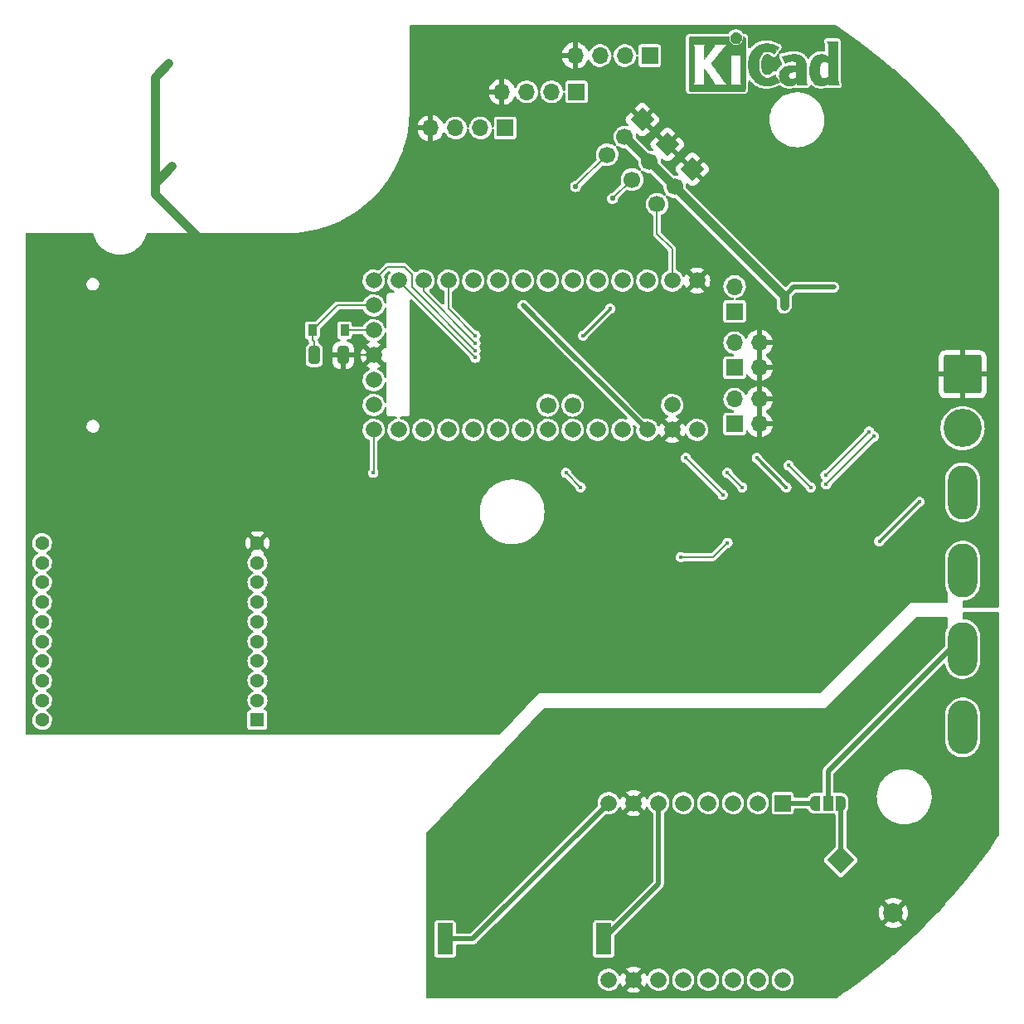
<source format=gbr>
%TF.GenerationSoftware,KiCad,Pcbnew,(6.0.5)*%
%TF.CreationDate,2024-11-08T16:15:15+00:00*%
%TF.ProjectId,Main Board,4d61696e-2042-46f6-9172-642e6b696361,rev?*%
%TF.SameCoordinates,Original*%
%TF.FileFunction,Copper,L1,Top*%
%TF.FilePolarity,Positive*%
%FSLAX46Y46*%
G04 Gerber Fmt 4.6, Leading zero omitted, Abs format (unit mm)*
G04 Created by KiCad (PCBNEW (6.0.5)) date 2024-11-08 16:15:15*
%MOMM*%
%LPD*%
G01*
G04 APERTURE LIST*
G04 Aperture macros list*
%AMRoundRect*
0 Rectangle with rounded corners*
0 $1 Rounding radius*
0 $2 $3 $4 $5 $6 $7 $8 $9 X,Y pos of 4 corners*
0 Add a 4 corners polygon primitive as box body*
4,1,4,$2,$3,$4,$5,$6,$7,$8,$9,$2,$3,0*
0 Add four circle primitives for the rounded corners*
1,1,$1+$1,$2,$3*
1,1,$1+$1,$4,$5*
1,1,$1+$1,$6,$7*
1,1,$1+$1,$8,$9*
0 Add four rect primitives between the rounded corners*
20,1,$1+$1,$2,$3,$4,$5,0*
20,1,$1+$1,$4,$5,$6,$7,0*
20,1,$1+$1,$6,$7,$8,$9,0*
20,1,$1+$1,$8,$9,$2,$3,0*%
%AMHorizOval*
0 Thick line with rounded ends*
0 $1 width*
0 $2 $3 position (X,Y) of the first rounded end (center of the circle)*
0 $4 $5 position (X,Y) of the second rounded end (center of the circle)*
0 Add line between two ends*
20,1,$1,$2,$3,$4,$5,0*
0 Add two circle primitives to create the rounded ends*
1,1,$1,$2,$3*
1,1,$1,$4,$5*%
%AMRotRect*
0 Rectangle, with rotation*
0 The origin of the aperture is its center*
0 $1 length*
0 $2 width*
0 $3 Rotation angle, in degrees counterclockwise*
0 Add horizontal line*
21,1,$1,$2,0,0,$3*%
%AMFreePoly0*
4,1,22,0.550000,-0.750000,0.000000,-0.750000,0.000000,-0.745033,-0.079941,-0.743568,-0.215256,-0.701293,-0.333266,-0.622738,-0.424486,-0.514219,-0.481581,-0.384460,-0.499164,-0.250000,-0.500000,-0.250000,-0.500000,0.250000,-0.499164,0.250000,-0.499963,0.256109,-0.478152,0.396186,-0.417904,0.524511,-0.324060,0.630769,-0.204165,0.706417,-0.067858,0.745374,0.000000,0.744959,0.000000,0.750000,
0.550000,0.750000,0.550000,-0.750000,0.550000,-0.750000,$1*%
%AMFreePoly1*
4,1,20,0.000000,0.744959,0.073905,0.744508,0.209726,0.703889,0.328688,0.626782,0.421226,0.519385,0.479903,0.390333,0.500000,0.250000,0.500000,-0.250000,0.499851,-0.262216,0.476331,-0.402017,0.414519,-0.529596,0.319384,-0.634700,0.198574,-0.708877,0.061801,-0.746166,0.000000,-0.745033,0.000000,-0.750000,-0.550000,-0.750000,-0.550000,0.750000,0.000000,0.750000,0.000000,0.744959,
0.000000,0.744959,$1*%
G04 Aperture macros list end*
%TA.AperFunction,EtchedComponent*%
%ADD10C,0.010000*%
%TD*%
%TA.AperFunction,ComponentPad*%
%ADD11RoundRect,0.250002X-1.699998X1.699998X-1.699998X-1.699998X1.699998X-1.699998X1.699998X1.699998X0*%
%TD*%
%TA.AperFunction,ComponentPad*%
%ADD12C,3.900000*%
%TD*%
%TA.AperFunction,SMDPad,CuDef*%
%ADD13FreePoly0,180.000000*%
%TD*%
%TA.AperFunction,SMDPad,CuDef*%
%ADD14R,1.000000X1.500000*%
%TD*%
%TA.AperFunction,SMDPad,CuDef*%
%ADD15FreePoly1,180.000000*%
%TD*%
%TA.AperFunction,ComponentPad*%
%ADD16R,1.431000X1.431000*%
%TD*%
%TA.AperFunction,ComponentPad*%
%ADD17C,1.431000*%
%TD*%
%TA.AperFunction,SMDPad,CuDef*%
%ADD18R,0.900000X1.200000*%
%TD*%
%TA.AperFunction,ComponentPad*%
%ADD19RotRect,2.000000X2.000000X315.000000*%
%TD*%
%TA.AperFunction,ComponentPad*%
%ADD20C,2.000000*%
%TD*%
%TA.AperFunction,ComponentPad*%
%ADD21O,3.000000X5.500000*%
%TD*%
%TA.AperFunction,SMDPad,CuDef*%
%ADD22RoundRect,0.250000X-0.325000X-0.650000X0.325000X-0.650000X0.325000X0.650000X-0.325000X0.650000X0*%
%TD*%
%TA.AperFunction,SMDPad,CuDef*%
%ADD23RoundRect,0.047059X0.752941X1.552941X-0.752941X1.552941X-0.752941X-1.552941X0.752941X-1.552941X0*%
%TD*%
%TA.AperFunction,ComponentPad*%
%ADD24R,1.665000X1.665000*%
%TD*%
%TA.AperFunction,ComponentPad*%
%ADD25C,1.665000*%
%TD*%
%TA.AperFunction,ComponentPad*%
%ADD26RotRect,1.700000X1.700000X135.000000*%
%TD*%
%TA.AperFunction,ComponentPad*%
%ADD27HorizOval,1.700000X0.000000X0.000000X0.000000X0.000000X0*%
%TD*%
%TA.AperFunction,ComponentPad*%
%ADD28C,1.700000*%
%TD*%
%TA.AperFunction,ComponentPad*%
%ADD29R,1.700000X1.700000*%
%TD*%
%TA.AperFunction,ComponentPad*%
%ADD30O,1.700000X1.700000*%
%TD*%
%TA.AperFunction,ViaPad*%
%ADD31C,0.450000*%
%TD*%
%TA.AperFunction,ViaPad*%
%ADD32C,0.550000*%
%TD*%
%TA.AperFunction,Conductor*%
%ADD33C,0.900000*%
%TD*%
%TA.AperFunction,Conductor*%
%ADD34C,0.200000*%
%TD*%
%TA.AperFunction,Conductor*%
%ADD35C,0.500000*%
%TD*%
%TA.AperFunction,Conductor*%
%ADD36C,0.300000*%
%TD*%
%TA.AperFunction,Conductor*%
%ADD37C,0.250000*%
%TD*%
G04 APERTURE END LIST*
%TO.C,REF\u002A\u002A*%
G36*
X118040107Y-56168090D02*
G01*
X118039502Y-56010539D01*
X118039095Y-55833691D01*
X118038850Y-55636410D01*
X118038733Y-55417560D01*
X118038705Y-55176007D01*
X118038733Y-54910615D01*
X118038780Y-54620249D01*
X118038810Y-54303773D01*
X118038811Y-54240946D01*
X118038828Y-53921137D01*
X118038888Y-53627661D01*
X118038998Y-53359390D01*
X118039167Y-53115198D01*
X118039403Y-52893957D01*
X118039716Y-52694540D01*
X118040115Y-52515820D01*
X118040607Y-52356671D01*
X118041203Y-52215966D01*
X118041910Y-52092576D01*
X118042737Y-51985376D01*
X118043693Y-51893238D01*
X118044787Y-51815035D01*
X118046027Y-51749641D01*
X118047422Y-51695928D01*
X118048982Y-51652769D01*
X118050714Y-51619037D01*
X118052628Y-51593605D01*
X118054732Y-51575347D01*
X118057034Y-51563134D01*
X118059545Y-51555841D01*
X118059637Y-51555659D01*
X118064808Y-51544518D01*
X118069115Y-51534431D01*
X118073879Y-51525346D01*
X118080422Y-51517212D01*
X118090065Y-51509976D01*
X118104129Y-51503586D01*
X118123937Y-51497989D01*
X118150809Y-51493133D01*
X118186067Y-51488966D01*
X118231032Y-51485436D01*
X118287026Y-51482491D01*
X118355371Y-51480077D01*
X118437386Y-51478144D01*
X118534395Y-51476638D01*
X118647718Y-51475508D01*
X118778677Y-51474702D01*
X118928593Y-51474166D01*
X119098787Y-51473849D01*
X119290582Y-51473699D01*
X119505298Y-51473663D01*
X119744257Y-51473689D01*
X120008780Y-51473725D01*
X120131912Y-51473730D01*
X122102811Y-51473730D01*
X122102811Y-51589910D01*
X122115211Y-51731291D01*
X122152636Y-51861684D01*
X122215423Y-51981862D01*
X122303906Y-52092602D01*
X122333843Y-52122511D01*
X122441534Y-52207348D01*
X122560275Y-52269221D01*
X122686540Y-52308159D01*
X122816803Y-52324190D01*
X122947535Y-52317342D01*
X123075212Y-52287643D01*
X123196305Y-52235120D01*
X123307288Y-52159803D01*
X123357132Y-52114363D01*
X123450017Y-52002952D01*
X123518127Y-51880435D01*
X123560871Y-51748215D01*
X123577653Y-51607692D01*
X123577876Y-51593867D01*
X123578756Y-51473734D01*
X123631557Y-51473732D01*
X123678396Y-51480089D01*
X123721183Y-51495556D01*
X123724011Y-51497154D01*
X123733675Y-51502168D01*
X123742549Y-51506073D01*
X123750665Y-51510007D01*
X123758057Y-51515106D01*
X123764755Y-51522508D01*
X123770792Y-51533351D01*
X123776199Y-51548772D01*
X123781010Y-51569909D01*
X123785255Y-51597899D01*
X123788968Y-51633879D01*
X123792179Y-51678987D01*
X123794922Y-51734360D01*
X123797228Y-51801137D01*
X123799129Y-51880453D01*
X123800658Y-51973447D01*
X123801846Y-52081257D01*
X123802726Y-52205019D01*
X123803330Y-52345871D01*
X123803689Y-52504950D01*
X123803835Y-52683395D01*
X123803802Y-52882342D01*
X123803620Y-53102929D01*
X123803323Y-53346293D01*
X123802941Y-53613572D01*
X123802508Y-53905903D01*
X123802055Y-54224424D01*
X123802002Y-54263230D01*
X123801596Y-54583782D01*
X123801251Y-54878012D01*
X123800931Y-55147056D01*
X123800600Y-55392052D01*
X123800221Y-55614137D01*
X123799757Y-55814447D01*
X123799172Y-55994119D01*
X123798430Y-56154290D01*
X123797494Y-56296098D01*
X123796327Y-56420679D01*
X123794893Y-56529170D01*
X123793156Y-56622707D01*
X123791078Y-56702429D01*
X123788624Y-56769472D01*
X123785756Y-56824973D01*
X123782439Y-56870068D01*
X123778636Y-56905895D01*
X123774310Y-56933591D01*
X123769425Y-56954293D01*
X123763945Y-56969137D01*
X123757832Y-56979260D01*
X123751050Y-56985800D01*
X123743563Y-56989893D01*
X123735334Y-56992676D01*
X123726327Y-56995287D01*
X123716505Y-56998862D01*
X123714106Y-56999950D01*
X123706565Y-57002396D01*
X123693944Y-57004642D01*
X123675141Y-57006698D01*
X123649053Y-57008572D01*
X123614578Y-57010271D01*
X123570615Y-57011803D01*
X123516061Y-57013177D01*
X123449815Y-57014400D01*
X123370774Y-57015481D01*
X123277837Y-57016427D01*
X123169901Y-57017247D01*
X123045864Y-57017947D01*
X122904624Y-57018538D01*
X122745079Y-57019025D01*
X122566128Y-57019419D01*
X122366668Y-57019725D01*
X122145596Y-57019953D01*
X121901812Y-57020110D01*
X121634213Y-57020205D01*
X121341697Y-57020245D01*
X121023161Y-57020238D01*
X120919979Y-57020228D01*
X120594377Y-57020176D01*
X120295119Y-57020091D01*
X120021091Y-57019963D01*
X119771176Y-57019785D01*
X119544260Y-57019548D01*
X119339227Y-57019242D01*
X119154962Y-57018860D01*
X118990350Y-57018392D01*
X118844275Y-57017830D01*
X118715624Y-57017165D01*
X118603279Y-57016388D01*
X118506126Y-57015491D01*
X118423050Y-57014465D01*
X118352936Y-57013301D01*
X118294668Y-57011991D01*
X118247131Y-57010525D01*
X118209210Y-57008896D01*
X118179790Y-57007093D01*
X118157755Y-57005110D01*
X118141990Y-57002936D01*
X118131380Y-57000563D01*
X118125596Y-56998391D01*
X118115316Y-56994056D01*
X118105878Y-56990859D01*
X118097245Y-56987665D01*
X118089381Y-56983338D01*
X118082252Y-56976744D01*
X118075821Y-56966747D01*
X118070053Y-56952212D01*
X118064911Y-56932003D01*
X118060360Y-56904985D01*
X118056365Y-56870023D01*
X118052889Y-56825981D01*
X118049898Y-56771724D01*
X118047354Y-56706117D01*
X118045223Y-56628024D01*
X118043468Y-56536310D01*
X118042055Y-56429840D01*
X118041685Y-56388973D01*
X118408116Y-56388973D01*
X119703266Y-56388973D01*
X119678345Y-56351217D01*
X119653553Y-56312417D01*
X119632560Y-56275469D01*
X119615065Y-56237788D01*
X119600770Y-56196788D01*
X119589377Y-56149883D01*
X119580587Y-56094487D01*
X119574102Y-56028016D01*
X119569623Y-55947883D01*
X119566850Y-55851502D01*
X119565487Y-55736289D01*
X119565233Y-55599657D01*
X119565791Y-55439020D01*
X119566107Y-55379382D01*
X119569675Y-54740041D01*
X119974702Y-55291449D01*
X120089446Y-55447876D01*
X120188857Y-55584088D01*
X120274010Y-55701890D01*
X120345978Y-55803084D01*
X120405834Y-55889477D01*
X120454652Y-55962874D01*
X120493505Y-56025077D01*
X120523466Y-56077893D01*
X120545609Y-56123125D01*
X120561007Y-56162578D01*
X120570734Y-56198058D01*
X120575863Y-56231368D01*
X120577468Y-56264313D01*
X120576621Y-56298697D01*
X120576405Y-56303019D01*
X120571946Y-56389031D01*
X121991308Y-56388973D01*
X121885735Y-56282522D01*
X121857087Y-56253406D01*
X121829910Y-56225076D01*
X121803011Y-56195968D01*
X121775197Y-56164520D01*
X121745275Y-56129169D01*
X121712054Y-56088354D01*
X121674339Y-56040511D01*
X121630940Y-55984079D01*
X121580662Y-55917494D01*
X121522312Y-55839195D01*
X121454700Y-55747619D01*
X121376631Y-55641204D01*
X121286912Y-55518387D01*
X121184352Y-55377605D01*
X121067758Y-55217297D01*
X120972191Y-55085798D01*
X120852251Y-54920596D01*
X120747620Y-54776152D01*
X120657352Y-54651094D01*
X120580497Y-54544052D01*
X120516109Y-54453654D01*
X120463239Y-54378529D01*
X120420940Y-54317304D01*
X120388264Y-54268610D01*
X120364262Y-54231074D01*
X120347987Y-54203325D01*
X120338492Y-54183992D01*
X120334827Y-54171703D01*
X120335929Y-54165242D01*
X120349276Y-54148048D01*
X120378134Y-54111655D01*
X120420760Y-54058224D01*
X120475415Y-53989919D01*
X120540356Y-53908903D01*
X120613842Y-53817340D01*
X120694132Y-53717392D01*
X120779485Y-53611224D01*
X120868160Y-53500997D01*
X120958414Y-53388876D01*
X121008056Y-53327244D01*
X122240627Y-53327244D01*
X122291854Y-53419919D01*
X122343081Y-53512595D01*
X122343081Y-56203622D01*
X122291854Y-56296298D01*
X122240627Y-56388973D01*
X122846604Y-56388973D01*
X122991266Y-56388931D01*
X123110756Y-56388741D01*
X123207358Y-56388308D01*
X123283358Y-56387536D01*
X123341043Y-56386330D01*
X123382699Y-56384594D01*
X123410611Y-56382232D01*
X123427065Y-56379150D01*
X123434348Y-56375251D01*
X123434745Y-56370440D01*
X123430542Y-56364622D01*
X123430499Y-56364574D01*
X123413187Y-56339532D01*
X123390264Y-56298815D01*
X123370019Y-56258168D01*
X123331621Y-56176162D01*
X123323789Y-53327244D01*
X122240627Y-53327244D01*
X121008056Y-53327244D01*
X121048507Y-53277024D01*
X121136698Y-53167604D01*
X121221246Y-53062778D01*
X121300408Y-52964711D01*
X121372444Y-52875566D01*
X121435613Y-52797505D01*
X121488173Y-52732692D01*
X121528383Y-52683290D01*
X121552000Y-52654487D01*
X121643710Y-52546778D01*
X121731940Y-52449580D01*
X121813597Y-52366076D01*
X121885590Y-52299448D01*
X121936681Y-52258599D01*
X121997093Y-52215135D01*
X120607702Y-52215135D01*
X120608092Y-52296666D01*
X120604209Y-52356606D01*
X120589610Y-52412177D01*
X120567012Y-52464855D01*
X120552322Y-52494615D01*
X120536528Y-52524103D01*
X120518186Y-52555276D01*
X120495855Y-52590093D01*
X120468091Y-52630510D01*
X120433451Y-52678486D01*
X120390493Y-52735978D01*
X120337773Y-52804943D01*
X120273849Y-52887339D01*
X120197279Y-52985124D01*
X120106619Y-53100255D01*
X120000426Y-53234690D01*
X119988432Y-53249859D01*
X119569675Y-53779412D01*
X119565622Y-53192922D01*
X119564805Y-53017251D01*
X119564979Y-52868532D01*
X119566151Y-52746275D01*
X119568331Y-52649989D01*
X119571526Y-52579183D01*
X119575744Y-52533369D01*
X119577162Y-52524679D01*
X119599409Y-52433135D01*
X119628557Y-52350608D01*
X119661818Y-52284253D01*
X119681800Y-52256110D01*
X119716278Y-52215135D01*
X119062086Y-52215135D01*
X118906031Y-52215269D01*
X118775533Y-52215703D01*
X118668690Y-52216489D01*
X118583602Y-52217676D01*
X118518365Y-52219317D01*
X118471079Y-52221461D01*
X118439843Y-52224159D01*
X118422754Y-52227462D01*
X118417912Y-52231421D01*
X118418247Y-52232298D01*
X118432115Y-52253231D01*
X118455268Y-52286412D01*
X118467246Y-52303193D01*
X118479631Y-52319940D01*
X118490763Y-52334915D01*
X118500712Y-52349594D01*
X118509549Y-52365449D01*
X118517343Y-52383955D01*
X118524165Y-52406585D01*
X118530084Y-52434813D01*
X118535171Y-52470113D01*
X118539496Y-52513958D01*
X118543129Y-52567822D01*
X118546140Y-52633180D01*
X118548599Y-52711504D01*
X118550577Y-52804268D01*
X118552142Y-52912947D01*
X118553366Y-53039013D01*
X118554319Y-53183942D01*
X118555070Y-53349206D01*
X118555689Y-53536279D01*
X118556248Y-53746635D01*
X118556815Y-53981748D01*
X118557345Y-54197741D01*
X118557845Y-54438535D01*
X118558105Y-54668274D01*
X118558132Y-54885493D01*
X118557933Y-55088722D01*
X118557514Y-55276496D01*
X118556882Y-55447345D01*
X118556044Y-55599803D01*
X118555008Y-55732403D01*
X118553780Y-55843676D01*
X118552367Y-55932156D01*
X118550775Y-55996375D01*
X118549013Y-56034865D01*
X118548679Y-56038933D01*
X118536534Y-56132248D01*
X118517573Y-56207190D01*
X118488698Y-56272594D01*
X118446810Y-56337293D01*
X118441571Y-56344352D01*
X118408116Y-56388973D01*
X118041685Y-56388973D01*
X118040946Y-56307479D01*
X118040107Y-56168090D01*
G37*
D10*
X118040107Y-56168090D02*
X118039502Y-56010539D01*
X118039095Y-55833691D01*
X118038850Y-55636410D01*
X118038733Y-55417560D01*
X118038705Y-55176007D01*
X118038733Y-54910615D01*
X118038780Y-54620249D01*
X118038810Y-54303773D01*
X118038811Y-54240946D01*
X118038828Y-53921137D01*
X118038888Y-53627661D01*
X118038998Y-53359390D01*
X118039167Y-53115198D01*
X118039403Y-52893957D01*
X118039716Y-52694540D01*
X118040115Y-52515820D01*
X118040607Y-52356671D01*
X118041203Y-52215966D01*
X118041910Y-52092576D01*
X118042737Y-51985376D01*
X118043693Y-51893238D01*
X118044787Y-51815035D01*
X118046027Y-51749641D01*
X118047422Y-51695928D01*
X118048982Y-51652769D01*
X118050714Y-51619037D01*
X118052628Y-51593605D01*
X118054732Y-51575347D01*
X118057034Y-51563134D01*
X118059545Y-51555841D01*
X118059637Y-51555659D01*
X118064808Y-51544518D01*
X118069115Y-51534431D01*
X118073879Y-51525346D01*
X118080422Y-51517212D01*
X118090065Y-51509976D01*
X118104129Y-51503586D01*
X118123937Y-51497989D01*
X118150809Y-51493133D01*
X118186067Y-51488966D01*
X118231032Y-51485436D01*
X118287026Y-51482491D01*
X118355371Y-51480077D01*
X118437386Y-51478144D01*
X118534395Y-51476638D01*
X118647718Y-51475508D01*
X118778677Y-51474702D01*
X118928593Y-51474166D01*
X119098787Y-51473849D01*
X119290582Y-51473699D01*
X119505298Y-51473663D01*
X119744257Y-51473689D01*
X120008780Y-51473725D01*
X120131912Y-51473730D01*
X122102811Y-51473730D01*
X122102811Y-51589910D01*
X122115211Y-51731291D01*
X122152636Y-51861684D01*
X122215423Y-51981862D01*
X122303906Y-52092602D01*
X122333843Y-52122511D01*
X122441534Y-52207348D01*
X122560275Y-52269221D01*
X122686540Y-52308159D01*
X122816803Y-52324190D01*
X122947535Y-52317342D01*
X123075212Y-52287643D01*
X123196305Y-52235120D01*
X123307288Y-52159803D01*
X123357132Y-52114363D01*
X123450017Y-52002952D01*
X123518127Y-51880435D01*
X123560871Y-51748215D01*
X123577653Y-51607692D01*
X123577876Y-51593867D01*
X123578756Y-51473734D01*
X123631557Y-51473732D01*
X123678396Y-51480089D01*
X123721183Y-51495556D01*
X123724011Y-51497154D01*
X123733675Y-51502168D01*
X123742549Y-51506073D01*
X123750665Y-51510007D01*
X123758057Y-51515106D01*
X123764755Y-51522508D01*
X123770792Y-51533351D01*
X123776199Y-51548772D01*
X123781010Y-51569909D01*
X123785255Y-51597899D01*
X123788968Y-51633879D01*
X123792179Y-51678987D01*
X123794922Y-51734360D01*
X123797228Y-51801137D01*
X123799129Y-51880453D01*
X123800658Y-51973447D01*
X123801846Y-52081257D01*
X123802726Y-52205019D01*
X123803330Y-52345871D01*
X123803689Y-52504950D01*
X123803835Y-52683395D01*
X123803802Y-52882342D01*
X123803620Y-53102929D01*
X123803323Y-53346293D01*
X123802941Y-53613572D01*
X123802508Y-53905903D01*
X123802055Y-54224424D01*
X123802002Y-54263230D01*
X123801596Y-54583782D01*
X123801251Y-54878012D01*
X123800931Y-55147056D01*
X123800600Y-55392052D01*
X123800221Y-55614137D01*
X123799757Y-55814447D01*
X123799172Y-55994119D01*
X123798430Y-56154290D01*
X123797494Y-56296098D01*
X123796327Y-56420679D01*
X123794893Y-56529170D01*
X123793156Y-56622707D01*
X123791078Y-56702429D01*
X123788624Y-56769472D01*
X123785756Y-56824973D01*
X123782439Y-56870068D01*
X123778636Y-56905895D01*
X123774310Y-56933591D01*
X123769425Y-56954293D01*
X123763945Y-56969137D01*
X123757832Y-56979260D01*
X123751050Y-56985800D01*
X123743563Y-56989893D01*
X123735334Y-56992676D01*
X123726327Y-56995287D01*
X123716505Y-56998862D01*
X123714106Y-56999950D01*
X123706565Y-57002396D01*
X123693944Y-57004642D01*
X123675141Y-57006698D01*
X123649053Y-57008572D01*
X123614578Y-57010271D01*
X123570615Y-57011803D01*
X123516061Y-57013177D01*
X123449815Y-57014400D01*
X123370774Y-57015481D01*
X123277837Y-57016427D01*
X123169901Y-57017247D01*
X123045864Y-57017947D01*
X122904624Y-57018538D01*
X122745079Y-57019025D01*
X122566128Y-57019419D01*
X122366668Y-57019725D01*
X122145596Y-57019953D01*
X121901812Y-57020110D01*
X121634213Y-57020205D01*
X121341697Y-57020245D01*
X121023161Y-57020238D01*
X120919979Y-57020228D01*
X120594377Y-57020176D01*
X120295119Y-57020091D01*
X120021091Y-57019963D01*
X119771176Y-57019785D01*
X119544260Y-57019548D01*
X119339227Y-57019242D01*
X119154962Y-57018860D01*
X118990350Y-57018392D01*
X118844275Y-57017830D01*
X118715624Y-57017165D01*
X118603279Y-57016388D01*
X118506126Y-57015491D01*
X118423050Y-57014465D01*
X118352936Y-57013301D01*
X118294668Y-57011991D01*
X118247131Y-57010525D01*
X118209210Y-57008896D01*
X118179790Y-57007093D01*
X118157755Y-57005110D01*
X118141990Y-57002936D01*
X118131380Y-57000563D01*
X118125596Y-56998391D01*
X118115316Y-56994056D01*
X118105878Y-56990859D01*
X118097245Y-56987665D01*
X118089381Y-56983338D01*
X118082252Y-56976744D01*
X118075821Y-56966747D01*
X118070053Y-56952212D01*
X118064911Y-56932003D01*
X118060360Y-56904985D01*
X118056365Y-56870023D01*
X118052889Y-56825981D01*
X118049898Y-56771724D01*
X118047354Y-56706117D01*
X118045223Y-56628024D01*
X118043468Y-56536310D01*
X118042055Y-56429840D01*
X118041685Y-56388973D01*
X118408116Y-56388973D01*
X119703266Y-56388973D01*
X119678345Y-56351217D01*
X119653553Y-56312417D01*
X119632560Y-56275469D01*
X119615065Y-56237788D01*
X119600770Y-56196788D01*
X119589377Y-56149883D01*
X119580587Y-56094487D01*
X119574102Y-56028016D01*
X119569623Y-55947883D01*
X119566850Y-55851502D01*
X119565487Y-55736289D01*
X119565233Y-55599657D01*
X119565791Y-55439020D01*
X119566107Y-55379382D01*
X119569675Y-54740041D01*
X119974702Y-55291449D01*
X120089446Y-55447876D01*
X120188857Y-55584088D01*
X120274010Y-55701890D01*
X120345978Y-55803084D01*
X120405834Y-55889477D01*
X120454652Y-55962874D01*
X120493505Y-56025077D01*
X120523466Y-56077893D01*
X120545609Y-56123125D01*
X120561007Y-56162578D01*
X120570734Y-56198058D01*
X120575863Y-56231368D01*
X120577468Y-56264313D01*
X120576621Y-56298697D01*
X120576405Y-56303019D01*
X120571946Y-56389031D01*
X121991308Y-56388973D01*
X121885735Y-56282522D01*
X121857087Y-56253406D01*
X121829910Y-56225076D01*
X121803011Y-56195968D01*
X121775197Y-56164520D01*
X121745275Y-56129169D01*
X121712054Y-56088354D01*
X121674339Y-56040511D01*
X121630940Y-55984079D01*
X121580662Y-55917494D01*
X121522312Y-55839195D01*
X121454700Y-55747619D01*
X121376631Y-55641204D01*
X121286912Y-55518387D01*
X121184352Y-55377605D01*
X121067758Y-55217297D01*
X120972191Y-55085798D01*
X120852251Y-54920596D01*
X120747620Y-54776152D01*
X120657352Y-54651094D01*
X120580497Y-54544052D01*
X120516109Y-54453654D01*
X120463239Y-54378529D01*
X120420940Y-54317304D01*
X120388264Y-54268610D01*
X120364262Y-54231074D01*
X120347987Y-54203325D01*
X120338492Y-54183992D01*
X120334827Y-54171703D01*
X120335929Y-54165242D01*
X120349276Y-54148048D01*
X120378134Y-54111655D01*
X120420760Y-54058224D01*
X120475415Y-53989919D01*
X120540356Y-53908903D01*
X120613842Y-53817340D01*
X120694132Y-53717392D01*
X120779485Y-53611224D01*
X120868160Y-53500997D01*
X120958414Y-53388876D01*
X121008056Y-53327244D01*
X122240627Y-53327244D01*
X122291854Y-53419919D01*
X122343081Y-53512595D01*
X122343081Y-56203622D01*
X122291854Y-56296298D01*
X122240627Y-56388973D01*
X122846604Y-56388973D01*
X122991266Y-56388931D01*
X123110756Y-56388741D01*
X123207358Y-56388308D01*
X123283358Y-56387536D01*
X123341043Y-56386330D01*
X123382699Y-56384594D01*
X123410611Y-56382232D01*
X123427065Y-56379150D01*
X123434348Y-56375251D01*
X123434745Y-56370440D01*
X123430542Y-56364622D01*
X123430499Y-56364574D01*
X123413187Y-56339532D01*
X123390264Y-56298815D01*
X123370019Y-56258168D01*
X123331621Y-56176162D01*
X123323789Y-53327244D01*
X122240627Y-53327244D01*
X121008056Y-53327244D01*
X121048507Y-53277024D01*
X121136698Y-53167604D01*
X121221246Y-53062778D01*
X121300408Y-52964711D01*
X121372444Y-52875566D01*
X121435613Y-52797505D01*
X121488173Y-52732692D01*
X121528383Y-52683290D01*
X121552000Y-52654487D01*
X121643710Y-52546778D01*
X121731940Y-52449580D01*
X121813597Y-52366076D01*
X121885590Y-52299448D01*
X121936681Y-52258599D01*
X121997093Y-52215135D01*
X120607702Y-52215135D01*
X120608092Y-52296666D01*
X120604209Y-52356606D01*
X120589610Y-52412177D01*
X120567012Y-52464855D01*
X120552322Y-52494615D01*
X120536528Y-52524103D01*
X120518186Y-52555276D01*
X120495855Y-52590093D01*
X120468091Y-52630510D01*
X120433451Y-52678486D01*
X120390493Y-52735978D01*
X120337773Y-52804943D01*
X120273849Y-52887339D01*
X120197279Y-52985124D01*
X120106619Y-53100255D01*
X120000426Y-53234690D01*
X119988432Y-53249859D01*
X119569675Y-53779412D01*
X119565622Y-53192922D01*
X119564805Y-53017251D01*
X119564979Y-52868532D01*
X119566151Y-52746275D01*
X119568331Y-52649989D01*
X119571526Y-52579183D01*
X119575744Y-52533369D01*
X119577162Y-52524679D01*
X119599409Y-52433135D01*
X119628557Y-52350608D01*
X119661818Y-52284253D01*
X119681800Y-52256110D01*
X119716278Y-52215135D01*
X119062086Y-52215135D01*
X118906031Y-52215269D01*
X118775533Y-52215703D01*
X118668690Y-52216489D01*
X118583602Y-52217676D01*
X118518365Y-52219317D01*
X118471079Y-52221461D01*
X118439843Y-52224159D01*
X118422754Y-52227462D01*
X118417912Y-52231421D01*
X118418247Y-52232298D01*
X118432115Y-52253231D01*
X118455268Y-52286412D01*
X118467246Y-52303193D01*
X118479631Y-52319940D01*
X118490763Y-52334915D01*
X118500712Y-52349594D01*
X118509549Y-52365449D01*
X118517343Y-52383955D01*
X118524165Y-52406585D01*
X118530084Y-52434813D01*
X118535171Y-52470113D01*
X118539496Y-52513958D01*
X118543129Y-52567822D01*
X118546140Y-52633180D01*
X118548599Y-52711504D01*
X118550577Y-52804268D01*
X118552142Y-52912947D01*
X118553366Y-53039013D01*
X118554319Y-53183942D01*
X118555070Y-53349206D01*
X118555689Y-53536279D01*
X118556248Y-53746635D01*
X118556815Y-53981748D01*
X118557345Y-54197741D01*
X118557845Y-54438535D01*
X118558105Y-54668274D01*
X118558132Y-54885493D01*
X118557933Y-55088722D01*
X118557514Y-55276496D01*
X118556882Y-55447345D01*
X118556044Y-55599803D01*
X118555008Y-55732403D01*
X118553780Y-55843676D01*
X118552367Y-55932156D01*
X118550775Y-55996375D01*
X118549013Y-56034865D01*
X118548679Y-56038933D01*
X118536534Y-56132248D01*
X118517573Y-56207190D01*
X118488698Y-56272594D01*
X118446810Y-56337293D01*
X118441571Y-56344352D01*
X118408116Y-56388973D01*
X118041685Y-56388973D01*
X118040946Y-56307479D01*
X118040107Y-56168090D01*
G36*
X122973921Y-51036490D02*
G01*
X123077027Y-51072238D01*
X123173022Y-51128507D01*
X123258753Y-51205288D01*
X123331070Y-51302573D01*
X123363555Y-51363892D01*
X123391668Y-51449660D01*
X123405295Y-51548677D01*
X123403786Y-51650471D01*
X123387031Y-51742714D01*
X123341237Y-51855432D01*
X123274832Y-51953207D01*
X123191191Y-52034115D01*
X123093688Y-52096232D01*
X122985700Y-52137634D01*
X122870601Y-52156397D01*
X122751766Y-52150598D01*
X122693189Y-52138206D01*
X122579028Y-52093797D01*
X122477635Y-52026033D01*
X122391455Y-51937001D01*
X122322934Y-51828791D01*
X122317136Y-51816973D01*
X122297096Y-51772628D01*
X122284513Y-51735280D01*
X122277681Y-51695880D01*
X122274895Y-51645381D01*
X122274432Y-51590433D01*
X122275197Y-51524415D01*
X122278648Y-51476689D01*
X122286523Y-51438103D01*
X122300557Y-51399506D01*
X122317880Y-51361426D01*
X122382495Y-51253328D01*
X122462066Y-51165803D01*
X122553440Y-51098841D01*
X122653464Y-51052436D01*
X122758988Y-51026581D01*
X122866858Y-51021268D01*
X122973921Y-51036490D01*
G37*
X122973921Y-51036490D02*
X123077027Y-51072238D01*
X123173022Y-51128507D01*
X123258753Y-51205288D01*
X123331070Y-51302573D01*
X123363555Y-51363892D01*
X123391668Y-51449660D01*
X123405295Y-51548677D01*
X123403786Y-51650471D01*
X123387031Y-51742714D01*
X123341237Y-51855432D01*
X123274832Y-51953207D01*
X123191191Y-52034115D01*
X123093688Y-52096232D01*
X122985700Y-52137634D01*
X122870601Y-52156397D01*
X122751766Y-52150598D01*
X122693189Y-52138206D01*
X122579028Y-52093797D01*
X122477635Y-52026033D01*
X122391455Y-51937001D01*
X122322934Y-51828791D01*
X122317136Y-51816973D01*
X122297096Y-51772628D01*
X122284513Y-51735280D01*
X122277681Y-51695880D01*
X122274895Y-51645381D01*
X122274432Y-51590433D01*
X122275197Y-51524415D01*
X122278648Y-51476689D01*
X122286523Y-51438103D01*
X122300557Y-51399506D01*
X122317880Y-51361426D01*
X122382495Y-51253328D01*
X122462066Y-51165803D01*
X122553440Y-51098841D01*
X122653464Y-51052436D01*
X122758988Y-51026581D01*
X122866858Y-51021268D01*
X122973921Y-51036490D01*
G36*
X126139962Y-52160499D02*
G01*
X126288014Y-52176707D01*
X126431452Y-52205718D01*
X126576110Y-52249045D01*
X126727824Y-52308201D01*
X126892428Y-52384700D01*
X126922071Y-52399517D01*
X126990098Y-52433031D01*
X127054256Y-52463208D01*
X127108215Y-52487166D01*
X127145640Y-52502024D01*
X127151389Y-52503895D01*
X127206486Y-52520402D01*
X126959851Y-52879201D01*
X126899552Y-52966893D01*
X126844422Y-53047012D01*
X126796336Y-53116836D01*
X126757168Y-53173647D01*
X126728794Y-53214723D01*
X126713087Y-53237346D01*
X126710536Y-53240928D01*
X126700171Y-53233438D01*
X126674660Y-53210918D01*
X126638563Y-53177461D01*
X126618642Y-53158550D01*
X126505773Y-53068778D01*
X126379014Y-53000561D01*
X126269783Y-52963195D01*
X126204214Y-52951460D01*
X126122116Y-52944308D01*
X126033144Y-52941874D01*
X125946956Y-52944288D01*
X125873205Y-52951683D01*
X125843776Y-52957347D01*
X125711133Y-53002982D01*
X125591606Y-53072663D01*
X125485283Y-53166260D01*
X125392253Y-53283649D01*
X125312605Y-53424700D01*
X125246426Y-53589286D01*
X125193806Y-53777280D01*
X125162533Y-53938217D01*
X125154374Y-54009263D01*
X125148815Y-54101046D01*
X125145802Y-54206968D01*
X125145281Y-54320434D01*
X125147200Y-54434849D01*
X125151503Y-54543617D01*
X125158137Y-54640143D01*
X125167049Y-54717831D01*
X125168979Y-54729817D01*
X125211499Y-54922892D01*
X125269433Y-55093773D01*
X125343133Y-55243224D01*
X125432951Y-55372011D01*
X125496707Y-55441639D01*
X125611286Y-55536173D01*
X125736942Y-55606246D01*
X125871557Y-55651477D01*
X126013011Y-55671484D01*
X126159183Y-55665885D01*
X126307955Y-55634300D01*
X126395911Y-55603394D01*
X126517629Y-55541506D01*
X126643080Y-55452729D01*
X126713353Y-55392694D01*
X126752811Y-55357947D01*
X126783812Y-55332454D01*
X126801458Y-55320170D01*
X126803648Y-55319795D01*
X126811524Y-55332347D01*
X126831932Y-55365516D01*
X126863132Y-55416458D01*
X126903386Y-55482331D01*
X126950957Y-55560289D01*
X127004104Y-55647490D01*
X127033687Y-55696067D01*
X127259648Y-56067215D01*
X126977527Y-56206639D01*
X126875522Y-56256719D01*
X126792889Y-56296210D01*
X126724578Y-56327073D01*
X126665537Y-56351268D01*
X126610714Y-56370758D01*
X126555060Y-56387503D01*
X126493523Y-56403465D01*
X126434540Y-56417482D01*
X126382115Y-56428329D01*
X126327288Y-56436526D01*
X126264572Y-56442528D01*
X126188477Y-56446790D01*
X126093516Y-56449767D01*
X126029513Y-56451052D01*
X125938192Y-56451930D01*
X125850627Y-56451487D01*
X125772612Y-56449852D01*
X125709942Y-56447149D01*
X125668413Y-56443505D01*
X125665952Y-56443142D01*
X125450303Y-56396487D01*
X125247793Y-56325729D01*
X125058495Y-56230914D01*
X124882479Y-56112089D01*
X124719816Y-55969300D01*
X124570578Y-55802594D01*
X124462496Y-55654433D01*
X124347434Y-55460502D01*
X124254423Y-55255699D01*
X124183013Y-55038383D01*
X124132756Y-54806912D01*
X124103201Y-54559643D01*
X124093889Y-54308559D01*
X124101548Y-54065670D01*
X124125613Y-53841570D01*
X124166852Y-53632477D01*
X124226027Y-53434613D01*
X124303904Y-53244196D01*
X124313203Y-53224468D01*
X124415648Y-53040059D01*
X124541472Y-52864576D01*
X124687112Y-52701650D01*
X124849001Y-52554914D01*
X125023576Y-52428001D01*
X125186244Y-52334905D01*
X125350573Y-52261991D01*
X125515251Y-52209174D01*
X125686652Y-52175015D01*
X125871153Y-52158078D01*
X125981459Y-52155580D01*
X126139962Y-52160499D01*
G37*
X126139962Y-52160499D02*
X126288014Y-52176707D01*
X126431452Y-52205718D01*
X126576110Y-52249045D01*
X126727824Y-52308201D01*
X126892428Y-52384700D01*
X126922071Y-52399517D01*
X126990098Y-52433031D01*
X127054256Y-52463208D01*
X127108215Y-52487166D01*
X127145640Y-52502024D01*
X127151389Y-52503895D01*
X127206486Y-52520402D01*
X126959851Y-52879201D01*
X126899552Y-52966893D01*
X126844422Y-53047012D01*
X126796336Y-53116836D01*
X126757168Y-53173647D01*
X126728794Y-53214723D01*
X126713087Y-53237346D01*
X126710536Y-53240928D01*
X126700171Y-53233438D01*
X126674660Y-53210918D01*
X126638563Y-53177461D01*
X126618642Y-53158550D01*
X126505773Y-53068778D01*
X126379014Y-53000561D01*
X126269783Y-52963195D01*
X126204214Y-52951460D01*
X126122116Y-52944308D01*
X126033144Y-52941874D01*
X125946956Y-52944288D01*
X125873205Y-52951683D01*
X125843776Y-52957347D01*
X125711133Y-53002982D01*
X125591606Y-53072663D01*
X125485283Y-53166260D01*
X125392253Y-53283649D01*
X125312605Y-53424700D01*
X125246426Y-53589286D01*
X125193806Y-53777280D01*
X125162533Y-53938217D01*
X125154374Y-54009263D01*
X125148815Y-54101046D01*
X125145802Y-54206968D01*
X125145281Y-54320434D01*
X125147200Y-54434849D01*
X125151503Y-54543617D01*
X125158137Y-54640143D01*
X125167049Y-54717831D01*
X125168979Y-54729817D01*
X125211499Y-54922892D01*
X125269433Y-55093773D01*
X125343133Y-55243224D01*
X125432951Y-55372011D01*
X125496707Y-55441639D01*
X125611286Y-55536173D01*
X125736942Y-55606246D01*
X125871557Y-55651477D01*
X126013011Y-55671484D01*
X126159183Y-55665885D01*
X126307955Y-55634300D01*
X126395911Y-55603394D01*
X126517629Y-55541506D01*
X126643080Y-55452729D01*
X126713353Y-55392694D01*
X126752811Y-55357947D01*
X126783812Y-55332454D01*
X126801458Y-55320170D01*
X126803648Y-55319795D01*
X126811524Y-55332347D01*
X126831932Y-55365516D01*
X126863132Y-55416458D01*
X126903386Y-55482331D01*
X126950957Y-55560289D01*
X127004104Y-55647490D01*
X127033687Y-55696067D01*
X127259648Y-56067215D01*
X126977527Y-56206639D01*
X126875522Y-56256719D01*
X126792889Y-56296210D01*
X126724578Y-56327073D01*
X126665537Y-56351268D01*
X126610714Y-56370758D01*
X126555060Y-56387503D01*
X126493523Y-56403465D01*
X126434540Y-56417482D01*
X126382115Y-56428329D01*
X126327288Y-56436526D01*
X126264572Y-56442528D01*
X126188477Y-56446790D01*
X126093516Y-56449767D01*
X126029513Y-56451052D01*
X125938192Y-56451930D01*
X125850627Y-56451487D01*
X125772612Y-56449852D01*
X125709942Y-56447149D01*
X125668413Y-56443505D01*
X125665952Y-56443142D01*
X125450303Y-56396487D01*
X125247793Y-56325729D01*
X125058495Y-56230914D01*
X124882479Y-56112089D01*
X124719816Y-55969300D01*
X124570578Y-55802594D01*
X124462496Y-55654433D01*
X124347434Y-55460502D01*
X124254423Y-55255699D01*
X124183013Y-55038383D01*
X124132756Y-54806912D01*
X124103201Y-54559643D01*
X124093889Y-54308559D01*
X124101548Y-54065670D01*
X124125613Y-53841570D01*
X124166852Y-53632477D01*
X124226027Y-53434613D01*
X124303904Y-53244196D01*
X124313203Y-53224468D01*
X124415648Y-53040059D01*
X124541472Y-52864576D01*
X124687112Y-52701650D01*
X124849001Y-52554914D01*
X125023576Y-52428001D01*
X125186244Y-52334905D01*
X125350573Y-52261991D01*
X125515251Y-52209174D01*
X125686652Y-52175015D01*
X125871153Y-52158078D01*
X125981459Y-52155580D01*
X126139962Y-52160499D01*
G36*
X127263532Y-55244536D02*
G01*
X127270777Y-55205105D01*
X127317039Y-55058701D01*
X127387384Y-54923995D01*
X127480484Y-54802280D01*
X127595012Y-54694847D01*
X127729640Y-54602988D01*
X127883040Y-54527996D01*
X128013459Y-54482458D01*
X128100623Y-54458533D01*
X128183996Y-54439943D01*
X128268976Y-54426084D01*
X128360965Y-54416351D01*
X128465362Y-54410141D01*
X128587568Y-54406851D01*
X128698055Y-54405924D01*
X129025677Y-54405027D01*
X129019401Y-54306547D01*
X129001579Y-54199695D01*
X128963667Y-54107852D01*
X128907280Y-54033310D01*
X128834031Y-53978364D01*
X128769535Y-53951552D01*
X128677123Y-53934654D01*
X128567111Y-53932227D01*
X128444656Y-53943378D01*
X128314914Y-53967210D01*
X128183042Y-54002830D01*
X128054198Y-54049343D01*
X127960566Y-54091883D01*
X127915517Y-54113728D01*
X127881156Y-54128984D01*
X127863681Y-54134937D01*
X127862733Y-54134746D01*
X127856703Y-54121412D01*
X127841645Y-54086068D01*
X127818977Y-54032101D01*
X127790115Y-53962896D01*
X127756477Y-53881840D01*
X127722284Y-53799118D01*
X127585586Y-53467803D01*
X127682820Y-53451833D01*
X127724964Y-53443820D01*
X127788319Y-53430361D01*
X127867457Y-53412679D01*
X127956951Y-53391996D01*
X128051373Y-53369532D01*
X128088973Y-53360403D01*
X128251637Y-53322674D01*
X128394050Y-53294388D01*
X128521527Y-53274972D01*
X128639384Y-53263854D01*
X128752938Y-53260464D01*
X128867505Y-53264229D01*
X128935531Y-53269378D01*
X129130163Y-53295273D01*
X129302529Y-53336575D01*
X129453470Y-53393853D01*
X129583825Y-53467674D01*
X129694434Y-53558608D01*
X129786135Y-53667222D01*
X129859770Y-53794085D01*
X129913539Y-53931352D01*
X129927187Y-53975137D01*
X129939073Y-54016141D01*
X129949334Y-54056569D01*
X129958113Y-54098630D01*
X129965548Y-54144531D01*
X129971780Y-54196480D01*
X129976950Y-54256685D01*
X129981196Y-54327352D01*
X129984660Y-54410689D01*
X129987481Y-54508905D01*
X129989800Y-54624205D01*
X129991757Y-54758799D01*
X129993491Y-54914893D01*
X129995143Y-55094695D01*
X129996324Y-55235676D01*
X130004270Y-56203622D01*
X130055756Y-56296770D01*
X130080137Y-56341645D01*
X130098280Y-56376501D01*
X130106935Y-56395054D01*
X130107243Y-56396311D01*
X130094014Y-56397749D01*
X130056326Y-56399074D01*
X129997183Y-56400249D01*
X129919586Y-56401237D01*
X129826536Y-56401999D01*
X129721035Y-56402500D01*
X129606084Y-56402701D01*
X129592378Y-56402703D01*
X129077513Y-56402703D01*
X129077513Y-56286000D01*
X129076635Y-56233260D01*
X129074292Y-56192926D01*
X129070921Y-56171300D01*
X129069431Y-56169298D01*
X129055804Y-56177683D01*
X129027757Y-56199692D01*
X128991303Y-56230601D01*
X128990485Y-56231316D01*
X128923962Y-56280843D01*
X128839948Y-56330575D01*
X128747937Y-56375626D01*
X128657421Y-56411110D01*
X128617567Y-56423236D01*
X128538255Y-56438637D01*
X128440935Y-56448465D01*
X128334516Y-56452580D01*
X128227907Y-56450841D01*
X128130017Y-56443108D01*
X128061513Y-56431981D01*
X127893520Y-56382648D01*
X127742281Y-56312342D01*
X127608782Y-56221933D01*
X127494006Y-56112295D01*
X127398937Y-55984299D01*
X127324560Y-55838818D01*
X127292474Y-55750541D01*
X127272365Y-55664739D01*
X127259038Y-55561736D01*
X127252872Y-55451034D01*
X127253074Y-55434925D01*
X128181648Y-55434925D01*
X128189348Y-55517184D01*
X128214989Y-55585546D01*
X128262378Y-55648970D01*
X128280579Y-55667567D01*
X128345282Y-55717846D01*
X128420066Y-55750056D01*
X128509662Y-55765648D01*
X128604012Y-55766796D01*
X128693501Y-55759216D01*
X128762018Y-55744389D01*
X128791775Y-55733253D01*
X128845408Y-55702904D01*
X128902235Y-55660221D01*
X128954082Y-55612317D01*
X128992778Y-55566301D01*
X129003054Y-55549421D01*
X129011042Y-55525782D01*
X129016721Y-55488168D01*
X129020356Y-55432985D01*
X129022211Y-55356640D01*
X129022594Y-55283981D01*
X129022335Y-55199270D01*
X129021287Y-55138018D01*
X129019045Y-55096227D01*
X129015206Y-55069899D01*
X129009365Y-55055035D01*
X129001118Y-55047639D01*
X128998567Y-55046461D01*
X128976400Y-55042833D01*
X128932680Y-55039866D01*
X128873311Y-55037827D01*
X128804196Y-55036983D01*
X128789189Y-55036982D01*
X128696805Y-55038457D01*
X128625432Y-55042842D01*
X128568719Y-55050738D01*
X128521872Y-55062270D01*
X128405669Y-55106215D01*
X128314543Y-55160243D01*
X128247705Y-55225219D01*
X128204365Y-55302005D01*
X128183734Y-55391467D01*
X128181648Y-55434925D01*
X127253074Y-55434925D01*
X127254244Y-55342133D01*
X127263532Y-55244536D01*
G37*
X127263532Y-55244536D02*
X127270777Y-55205105D01*
X127317039Y-55058701D01*
X127387384Y-54923995D01*
X127480484Y-54802280D01*
X127595012Y-54694847D01*
X127729640Y-54602988D01*
X127883040Y-54527996D01*
X128013459Y-54482458D01*
X128100623Y-54458533D01*
X128183996Y-54439943D01*
X128268976Y-54426084D01*
X128360965Y-54416351D01*
X128465362Y-54410141D01*
X128587568Y-54406851D01*
X128698055Y-54405924D01*
X129025677Y-54405027D01*
X129019401Y-54306547D01*
X129001579Y-54199695D01*
X128963667Y-54107852D01*
X128907280Y-54033310D01*
X128834031Y-53978364D01*
X128769535Y-53951552D01*
X128677123Y-53934654D01*
X128567111Y-53932227D01*
X128444656Y-53943378D01*
X128314914Y-53967210D01*
X128183042Y-54002830D01*
X128054198Y-54049343D01*
X127960566Y-54091883D01*
X127915517Y-54113728D01*
X127881156Y-54128984D01*
X127863681Y-54134937D01*
X127862733Y-54134746D01*
X127856703Y-54121412D01*
X127841645Y-54086068D01*
X127818977Y-54032101D01*
X127790115Y-53962896D01*
X127756477Y-53881840D01*
X127722284Y-53799118D01*
X127585586Y-53467803D01*
X127682820Y-53451833D01*
X127724964Y-53443820D01*
X127788319Y-53430361D01*
X127867457Y-53412679D01*
X127956951Y-53391996D01*
X128051373Y-53369532D01*
X128088973Y-53360403D01*
X128251637Y-53322674D01*
X128394050Y-53294388D01*
X128521527Y-53274972D01*
X128639384Y-53263854D01*
X128752938Y-53260464D01*
X128867505Y-53264229D01*
X128935531Y-53269378D01*
X129130163Y-53295273D01*
X129302529Y-53336575D01*
X129453470Y-53393853D01*
X129583825Y-53467674D01*
X129694434Y-53558608D01*
X129786135Y-53667222D01*
X129859770Y-53794085D01*
X129913539Y-53931352D01*
X129927187Y-53975137D01*
X129939073Y-54016141D01*
X129949334Y-54056569D01*
X129958113Y-54098630D01*
X129965548Y-54144531D01*
X129971780Y-54196480D01*
X129976950Y-54256685D01*
X129981196Y-54327352D01*
X129984660Y-54410689D01*
X129987481Y-54508905D01*
X129989800Y-54624205D01*
X129991757Y-54758799D01*
X129993491Y-54914893D01*
X129995143Y-55094695D01*
X129996324Y-55235676D01*
X130004270Y-56203622D01*
X130055756Y-56296770D01*
X130080137Y-56341645D01*
X130098280Y-56376501D01*
X130106935Y-56395054D01*
X130107243Y-56396311D01*
X130094014Y-56397749D01*
X130056326Y-56399074D01*
X129997183Y-56400249D01*
X129919586Y-56401237D01*
X129826536Y-56401999D01*
X129721035Y-56402500D01*
X129606084Y-56402701D01*
X129592378Y-56402703D01*
X129077513Y-56402703D01*
X129077513Y-56286000D01*
X129076635Y-56233260D01*
X129074292Y-56192926D01*
X129070921Y-56171300D01*
X129069431Y-56169298D01*
X129055804Y-56177683D01*
X129027757Y-56199692D01*
X128991303Y-56230601D01*
X128990485Y-56231316D01*
X128923962Y-56280843D01*
X128839948Y-56330575D01*
X128747937Y-56375626D01*
X128657421Y-56411110D01*
X128617567Y-56423236D01*
X128538255Y-56438637D01*
X128440935Y-56448465D01*
X128334516Y-56452580D01*
X128227907Y-56450841D01*
X128130017Y-56443108D01*
X128061513Y-56431981D01*
X127893520Y-56382648D01*
X127742281Y-56312342D01*
X127608782Y-56221933D01*
X127494006Y-56112295D01*
X127398937Y-55984299D01*
X127324560Y-55838818D01*
X127292474Y-55750541D01*
X127272365Y-55664739D01*
X127259038Y-55561736D01*
X127252872Y-55451034D01*
X127253074Y-55434925D01*
X128181648Y-55434925D01*
X128189348Y-55517184D01*
X128214989Y-55585546D01*
X128262378Y-55648970D01*
X128280579Y-55667567D01*
X128345282Y-55717846D01*
X128420066Y-55750056D01*
X128509662Y-55765648D01*
X128604012Y-55766796D01*
X128693501Y-55759216D01*
X128762018Y-55744389D01*
X128791775Y-55733253D01*
X128845408Y-55702904D01*
X128902235Y-55660221D01*
X128954082Y-55612317D01*
X128992778Y-55566301D01*
X129003054Y-55549421D01*
X129011042Y-55525782D01*
X129016721Y-55488168D01*
X129020356Y-55432985D01*
X129022211Y-55356640D01*
X129022594Y-55283981D01*
X129022335Y-55199270D01*
X129021287Y-55138018D01*
X129019045Y-55096227D01*
X129015206Y-55069899D01*
X129009365Y-55055035D01*
X129001118Y-55047639D01*
X128998567Y-55046461D01*
X128976400Y-55042833D01*
X128932680Y-55039866D01*
X128873311Y-55037827D01*
X128804196Y-55036983D01*
X128789189Y-55036982D01*
X128696805Y-55038457D01*
X128625432Y-55042842D01*
X128568719Y-55050738D01*
X128521872Y-55062270D01*
X128405669Y-55106215D01*
X128314543Y-55160243D01*
X128247705Y-55225219D01*
X128204365Y-55302005D01*
X128183734Y-55391467D01*
X128181648Y-55434925D01*
X127253074Y-55434925D01*
X127254244Y-55342133D01*
X127263532Y-55244536D01*
G36*
X130369647Y-54646053D02*
G01*
X130392920Y-54442192D01*
X130428504Y-54257513D01*
X130477013Y-54089048D01*
X130539060Y-53933826D01*
X130561201Y-53887808D01*
X130650385Y-53737739D01*
X130758159Y-53604377D01*
X130881990Y-53489877D01*
X131019342Y-53396389D01*
X131167683Y-53326068D01*
X131256604Y-53297060D01*
X131343933Y-53279840D01*
X131449011Y-53269594D01*
X131563029Y-53266318D01*
X131677177Y-53270009D01*
X131782648Y-53280660D01*
X131867334Y-53297370D01*
X131968128Y-53330140D01*
X132065822Y-53372279D01*
X132151296Y-53419519D01*
X132196789Y-53451581D01*
X132228169Y-53475422D01*
X132250142Y-53489939D01*
X132255141Y-53492000D01*
X132256690Y-53478718D01*
X132258135Y-53440663D01*
X132259443Y-53380519D01*
X132260583Y-53300973D01*
X132261521Y-53204711D01*
X132262226Y-53094419D01*
X132262667Y-52972781D01*
X132262811Y-52848885D01*
X132262730Y-52690196D01*
X132262335Y-52556408D01*
X132261395Y-52444960D01*
X132259680Y-52353295D01*
X132256957Y-52278853D01*
X132252997Y-52219075D01*
X132247569Y-52171402D01*
X132240441Y-52133274D01*
X132231384Y-52102134D01*
X132220167Y-52075421D01*
X132206558Y-52050577D01*
X132190328Y-52025043D01*
X132188240Y-52021881D01*
X132167306Y-51988810D01*
X132154667Y-51966069D01*
X132152973Y-51961272D01*
X132166216Y-51959759D01*
X132204002Y-51958528D01*
X132263416Y-51957599D01*
X132341542Y-51956992D01*
X132435465Y-51956727D01*
X132542270Y-51956825D01*
X132659041Y-51957304D01*
X132698729Y-51957545D01*
X133244486Y-51961135D01*
X133251351Y-54054919D01*
X133252258Y-54338842D01*
X133253062Y-54596640D01*
X133253815Y-54829646D01*
X133254569Y-55039194D01*
X133255375Y-55226618D01*
X133256285Y-55393250D01*
X133257351Y-55540425D01*
X133258624Y-55669477D01*
X133260156Y-55781739D01*
X133261998Y-55878544D01*
X133264203Y-55961226D01*
X133266822Y-56031119D01*
X133269906Y-56089557D01*
X133273508Y-56137872D01*
X133277678Y-56177400D01*
X133282469Y-56209473D01*
X133287931Y-56235424D01*
X133294118Y-56256589D01*
X133301080Y-56274299D01*
X133308869Y-56289889D01*
X133317537Y-56304693D01*
X133327135Y-56320044D01*
X133337715Y-56337276D01*
X133339884Y-56340946D01*
X133376268Y-56403031D01*
X132850431Y-56399434D01*
X132324594Y-56395838D01*
X132317729Y-56280331D01*
X132313992Y-56224899D01*
X132310097Y-56192851D01*
X132304811Y-56180135D01*
X132296903Y-56182696D01*
X132290270Y-56190024D01*
X132261374Y-56216714D01*
X132214279Y-56251021D01*
X132155620Y-56288846D01*
X132092031Y-56326090D01*
X132030149Y-56358653D01*
X131982634Y-56380077D01*
X131871316Y-56415283D01*
X131743596Y-56440222D01*
X131608901Y-56453941D01*
X131476663Y-56455486D01*
X131356308Y-56443906D01*
X131354326Y-56443574D01*
X131189641Y-56402250D01*
X131035479Y-56336412D01*
X130893328Y-56247474D01*
X130764675Y-56136852D01*
X130651007Y-56005961D01*
X130553810Y-55856216D01*
X130474572Y-55689033D01*
X130431430Y-55565190D01*
X130402979Y-55461581D01*
X130381880Y-55361252D01*
X130367488Y-55258109D01*
X130359158Y-55146057D01*
X130356245Y-55019001D01*
X130357535Y-54915252D01*
X131370650Y-54915252D01*
X131375444Y-55089222D01*
X131390568Y-55238895D01*
X131416485Y-55365597D01*
X131453663Y-55470658D01*
X131502565Y-55555406D01*
X131563658Y-55621169D01*
X131634177Y-55667659D01*
X131670871Y-55685014D01*
X131702696Y-55695419D01*
X131738177Y-55700179D01*
X131785841Y-55700601D01*
X131837189Y-55698748D01*
X131938169Y-55689841D01*
X132018035Y-55672398D01*
X132043135Y-55663661D01*
X132100448Y-55637857D01*
X132160897Y-55605453D01*
X132187297Y-55589233D01*
X132255946Y-55544205D01*
X132255946Y-54116982D01*
X132180432Y-54071718D01*
X132075121Y-54020572D01*
X131967525Y-53990324D01*
X131861581Y-53980795D01*
X131761224Y-53991807D01*
X131670387Y-54023181D01*
X131593007Y-54074740D01*
X131568039Y-54099488D01*
X131507856Y-54180577D01*
X131459145Y-54278734D01*
X131421499Y-54395643D01*
X131394512Y-54532985D01*
X131377775Y-54692444D01*
X131370883Y-54875700D01*
X131370650Y-54915252D01*
X130357535Y-54915252D01*
X130358073Y-54872067D01*
X130369647Y-54646053D01*
G37*
X130369647Y-54646053D02*
X130392920Y-54442192D01*
X130428504Y-54257513D01*
X130477013Y-54089048D01*
X130539060Y-53933826D01*
X130561201Y-53887808D01*
X130650385Y-53737739D01*
X130758159Y-53604377D01*
X130881990Y-53489877D01*
X131019342Y-53396389D01*
X131167683Y-53326068D01*
X131256604Y-53297060D01*
X131343933Y-53279840D01*
X131449011Y-53269594D01*
X131563029Y-53266318D01*
X131677177Y-53270009D01*
X131782648Y-53280660D01*
X131867334Y-53297370D01*
X131968128Y-53330140D01*
X132065822Y-53372279D01*
X132151296Y-53419519D01*
X132196789Y-53451581D01*
X132228169Y-53475422D01*
X132250142Y-53489939D01*
X132255141Y-53492000D01*
X132256690Y-53478718D01*
X132258135Y-53440663D01*
X132259443Y-53380519D01*
X132260583Y-53300973D01*
X132261521Y-53204711D01*
X132262226Y-53094419D01*
X132262667Y-52972781D01*
X132262811Y-52848885D01*
X132262730Y-52690196D01*
X132262335Y-52556408D01*
X132261395Y-52444960D01*
X132259680Y-52353295D01*
X132256957Y-52278853D01*
X132252997Y-52219075D01*
X132247569Y-52171402D01*
X132240441Y-52133274D01*
X132231384Y-52102134D01*
X132220167Y-52075421D01*
X132206558Y-52050577D01*
X132190328Y-52025043D01*
X132188240Y-52021881D01*
X132167306Y-51988810D01*
X132154667Y-51966069D01*
X132152973Y-51961272D01*
X132166216Y-51959759D01*
X132204002Y-51958528D01*
X132263416Y-51957599D01*
X132341542Y-51956992D01*
X132435465Y-51956727D01*
X132542270Y-51956825D01*
X132659041Y-51957304D01*
X132698729Y-51957545D01*
X133244486Y-51961135D01*
X133251351Y-54054919D01*
X133252258Y-54338842D01*
X133253062Y-54596640D01*
X133253815Y-54829646D01*
X133254569Y-55039194D01*
X133255375Y-55226618D01*
X133256285Y-55393250D01*
X133257351Y-55540425D01*
X133258624Y-55669477D01*
X133260156Y-55781739D01*
X133261998Y-55878544D01*
X133264203Y-55961226D01*
X133266822Y-56031119D01*
X133269906Y-56089557D01*
X133273508Y-56137872D01*
X133277678Y-56177400D01*
X133282469Y-56209473D01*
X133287931Y-56235424D01*
X133294118Y-56256589D01*
X133301080Y-56274299D01*
X133308869Y-56289889D01*
X133317537Y-56304693D01*
X133327135Y-56320044D01*
X133337715Y-56337276D01*
X133339884Y-56340946D01*
X133376268Y-56403031D01*
X132850431Y-56399434D01*
X132324594Y-56395838D01*
X132317729Y-56280331D01*
X132313992Y-56224899D01*
X132310097Y-56192851D01*
X132304811Y-56180135D01*
X132296903Y-56182696D01*
X132290270Y-56190024D01*
X132261374Y-56216714D01*
X132214279Y-56251021D01*
X132155620Y-56288846D01*
X132092031Y-56326090D01*
X132030149Y-56358653D01*
X131982634Y-56380077D01*
X131871316Y-56415283D01*
X131743596Y-56440222D01*
X131608901Y-56453941D01*
X131476663Y-56455486D01*
X131356308Y-56443906D01*
X131354326Y-56443574D01*
X131189641Y-56402250D01*
X131035479Y-56336412D01*
X130893328Y-56247474D01*
X130764675Y-56136852D01*
X130651007Y-56005961D01*
X130553810Y-55856216D01*
X130474572Y-55689033D01*
X130431430Y-55565190D01*
X130402979Y-55461581D01*
X130381880Y-55361252D01*
X130367488Y-55258109D01*
X130359158Y-55146057D01*
X130356245Y-55019001D01*
X130357535Y-54915252D01*
X131370650Y-54915252D01*
X131375444Y-55089222D01*
X131390568Y-55238895D01*
X131416485Y-55365597D01*
X131453663Y-55470658D01*
X131502565Y-55555406D01*
X131563658Y-55621169D01*
X131634177Y-55667659D01*
X131670871Y-55685014D01*
X131702696Y-55695419D01*
X131738177Y-55700179D01*
X131785841Y-55700601D01*
X131837189Y-55698748D01*
X131938169Y-55689841D01*
X132018035Y-55672398D01*
X132043135Y-55663661D01*
X132100448Y-55637857D01*
X132160897Y-55605453D01*
X132187297Y-55589233D01*
X132255946Y-55544205D01*
X132255946Y-54116982D01*
X132180432Y-54071718D01*
X132075121Y-54020572D01*
X131967525Y-53990324D01*
X131861581Y-53980795D01*
X131761224Y-53991807D01*
X131670387Y-54023181D01*
X131593007Y-54074740D01*
X131568039Y-54099488D01*
X131507856Y-54180577D01*
X131459145Y-54278734D01*
X131421499Y-54395643D01*
X131394512Y-54532985D01*
X131377775Y-54692444D01*
X131370883Y-54875700D01*
X131370650Y-54915252D01*
X130357535Y-54915252D01*
X130358073Y-54872067D01*
X130369647Y-54646053D01*
%TD*%
D11*
%TO.P,J1,1,Pin_1*%
%TO.N,GND*%
X146000000Y-85950000D03*
D12*
%TO.P,J1,2,Pin_2*%
%TO.N,Net-(J1-Pad2)*%
X146000000Y-91450000D03*
%TD*%
D13*
%TO.P,JP1,1,A*%
%TO.N,Net-(BZ1-Pad1)*%
X133550000Y-129750000D03*
D14*
%TO.P,JP1,2,C*%
%TO.N,Net-(JP1-Pad2)*%
X132250000Y-129750000D03*
D15*
%TO.P,JP1,3,B*%
%TO.N,Net-(JP1-Pad3)*%
X130950000Y-129750000D03*
%TD*%
D16*
%TO.P,RX1,1,VCC*%
%TO.N,+3V3*%
X73998000Y-121248000D03*
D17*
%TO.P,RX1,2,DOUT*%
%TO.N,XBEE_TX*%
X73998000Y-119241000D03*
%TO.P,RX1,3,DIN/~{CONFIG}*%
%TO.N,XBEE_RX*%
X73998000Y-117235000D03*
%TO.P,RX1,4,SPI_MISO*%
%TO.N,unconnected-(RX1-Pad4)*%
X73998000Y-115228000D03*
%TO.P,RX1,5,~{RESET}*%
%TO.N,unconnected-(RX1-Pad5)*%
X73998000Y-113222000D03*
%TO.P,RX1,6,PWM0/RSSI_PWM*%
%TO.N,unconnected-(RX1-Pad6)*%
X73998000Y-111215000D03*
%TO.P,RX1,7,PWM1*%
%TO.N,unconnected-(RX1-Pad7)*%
X73998000Y-109208000D03*
%TO.P,RX1,8,RESERVED*%
%TO.N,unconnected-(RX1-Pad8)*%
X73998000Y-107202000D03*
%TO.P,RX1,9,DI8/SLEEP__RQ/~{DTR}*%
%TO.N,unconnected-(RX1-Pad9)*%
X73998000Y-105195000D03*
%TO.P,RX1,10,GND*%
%TO.N,GND*%
X73998000Y-103189000D03*
%TO.P,RX1,11,DIO4/SPI_MOSI*%
%TO.N,unconnected-(RX1-Pad11)*%
X52002000Y-103189000D03*
%TO.P,RX1,12,DIO7/~{CTS}*%
%TO.N,unconnected-(RX1-Pad12)*%
X52002000Y-105195000D03*
%TO.P,RX1,13,ON/~{SLEEP}*%
%TO.N,unconnected-(RX1-Pad13)*%
X52002000Y-107202000D03*
%TO.P,RX1,14,VREF*%
%TO.N,unconnected-(RX1-Pad14)*%
X52002000Y-109208000D03*
%TO.P,RX1,15,DIO5/ASSOC*%
%TO.N,unconnected-(RX1-Pad15)*%
X52002000Y-111215000D03*
%TO.P,RX1,16,DIO6/~{RTS}*%
%TO.N,unconnected-(RX1-Pad16)*%
X52002000Y-113222000D03*
%TO.P,RX1,17,DIO3/AD3/SPI__SSEL*%
%TO.N,unconnected-(RX1-Pad17)*%
X52002000Y-115228000D03*
%TO.P,RX1,18,DIO2/AD2/SPI__CLK*%
%TO.N,unconnected-(RX1-Pad18)*%
X52002000Y-117235000D03*
%TO.P,RX1,19,DIO1/AD1/SPI__ATTN*%
%TO.N,unconnected-(RX1-Pad19)*%
X52002000Y-119241000D03*
%TO.P,RX1,20,DIO0/AD0*%
%TO.N,unconnected-(RX1-Pad20)*%
X52002000Y-121248000D03*
%TD*%
D18*
%TO.P,D1,1,K*%
%TO.N,/RTC_Battery*%
X79600000Y-81450000D03*
%TO.P,D1,2,A*%
%TO.N,+3V3*%
X82900000Y-81450000D03*
%TD*%
D19*
%TO.P,BZ1,1,-*%
%TO.N,Net-(BZ1-Pad1)*%
X133562994Y-135562994D03*
D20*
%TO.P,BZ1,2,+*%
%TO.N,/Buzzer/Buzz_GND*%
X138937006Y-140937006D03*
%TD*%
D21*
%TO.P,SW1,1,1*%
%TO.N,Net-(J1-Pad2)*%
X146000000Y-98000000D03*
%TO.P,SW1,2,2*%
%TO.N,+BATT_high*%
X146000000Y-106000000D03*
%TO.P,SW1,3,1*%
%TO.N,Net-(JP1-Pad2)*%
X146000000Y-114000000D03*
%TO.P,SW1,4,2*%
%TO.N,Net-(BT2-Pad1)*%
X146000000Y-122000000D03*
%TD*%
D22*
%TO.P,C13,1*%
%TO.N,/RTC_Battery*%
X79800000Y-84000000D03*
%TO.P,C13,2*%
%TO.N,GND*%
X82750000Y-84000000D03*
%TD*%
D23*
%TO.P,LS1,1,1*%
%TO.N,Net-(LS1-Pad1)*%
X109350000Y-143600000D03*
%TO.P,LS1,2,2*%
%TO.N,Net-(LS1-Pad2)*%
X93150000Y-143600000D03*
%TD*%
D24*
%TO.P,U4,1,VCC*%
%TO.N,Net-(JP1-Pad3)*%
X127640000Y-129733000D03*
D25*
%TO.P,U4,2,RX*%
%TO.N,unconnected-(U4-Pad2)*%
X125100000Y-129733000D03*
%TO.P,U4,3,TX*%
%TO.N,unconnected-(U4-Pad3)*%
X122560000Y-129733000D03*
%TO.P,U4,4,DAC_R*%
%TO.N,unconnected-(U4-Pad4)*%
X120020000Y-129733000D03*
%TO.P,U4,5,DAC_L*%
%TO.N,unconnected-(U4-Pad5)*%
X117480000Y-129733000D03*
%TO.P,U4,6,SPK1*%
%TO.N,Net-(LS1-Pad1)*%
X114940000Y-129733000D03*
%TO.P,U4,7,GND_1*%
%TO.N,/Buzzer/Buzz_GND*%
X112400000Y-129733000D03*
%TO.P,U4,8,SPK2*%
%TO.N,Net-(LS1-Pad2)*%
X109860000Y-129733000D03*
%TO.P,U4,9,IO1*%
%TO.N,Net-(U4-Pad9)*%
X109860000Y-147767000D03*
%TO.P,U4,10,GND_2*%
%TO.N,/Buzzer/Buzz_GND*%
X112400000Y-147767000D03*
%TO.P,U4,11,IO2*%
%TO.N,Net-(U4-Pad11)*%
X114940000Y-147767000D03*
%TO.P,U4,12,ADKEY1*%
%TO.N,Net-(U4-Pad12)*%
X117480000Y-147767000D03*
%TO.P,U4,13,ADKEY2*%
%TO.N,Net-(U4-Pad13)*%
X120020000Y-147767000D03*
%TO.P,U4,14,USB+*%
%TO.N,unconnected-(U4-Pad14)*%
X122560000Y-147767000D03*
%TO.P,U4,15,USB-*%
%TO.N,unconnected-(U4-Pad15)*%
X125100000Y-147767000D03*
%TO.P,U4,16,BUSY*%
%TO.N,Net-(U4-Pad16)*%
X127640000Y-147767000D03*
%TD*%
%TO.P,IC1,1,GND_1*%
%TO.N,GND*%
X118885000Y-76380000D03*
%TO.P,IC1,2,0*%
%TO.N,SERVO_1*%
X116345000Y-76380000D03*
%TO.P,IC1,3,1*%
%TO.N,M2_ENC_A*%
X113805000Y-76380000D03*
%TO.P,IC1,4,2*%
%TO.N,M2_ENC_B*%
X111265000Y-76380000D03*
%TO.P,IC1,5,3*%
%TO.N,M3_ENC_A*%
X108725000Y-76380000D03*
%TO.P,IC1,6,4*%
%TO.N,M3_ENC_B*%
X106185000Y-76380000D03*
%TO.P,IC1,7,5*%
%TO.N,M1_ENC_A*%
X103645000Y-76380000D03*
%TO.P,IC1,8,6*%
%TO.N,M1_ENC_B*%
X101105000Y-76380000D03*
%TO.P,IC1,9,7*%
%TO.N,GPS_TX*%
X98565000Y-76380000D03*
%TO.P,IC1,10,8*%
%TO.N,GPS_RX*%
X96025000Y-76380000D03*
%TO.P,IC1,11,9*%
%TO.N,M3_IN1*%
X93485000Y-76380000D03*
%TO.P,IC1,12,10*%
%TO.N,SERVO_3*%
X90945000Y-76380000D03*
%TO.P,IC1,13,11*%
%TO.N,M2_IN2*%
X88405000Y-76380000D03*
%TO.P,IC1,14,12*%
%TO.N,M2_IN1*%
X85865000Y-76380000D03*
%TO.P,IC1,15,VBAT*%
%TO.N,/RTC_Battery*%
X85865000Y-78920000D03*
%TO.P,IC1,16,3.3V*%
%TO.N,+3V3*%
X85865000Y-81460000D03*
%TO.P,IC1,17,GND_2*%
%TO.N,GND*%
X85865000Y-84000000D03*
%TO.P,IC1,18,PROGRAM*%
%TO.N,unconnected-(IC1-Pad18)*%
X85865000Y-86540000D03*
%TO.P,IC1,19,ON/OFF*%
%TO.N,unconnected-(IC1-Pad19)*%
X85865000Y-89080000D03*
%TO.P,IC1,20,13*%
%TO.N,GYRO_RATE_EN*%
X85865000Y-91620000D03*
%TO.P,IC1,21,14*%
%TO.N,XBEE_RX*%
X88405000Y-91620000D03*
%TO.P,IC1,22,15*%
%TO.N,XBEE_TX*%
X90945000Y-91620000D03*
%TO.P,IC1,23,16*%
%TO.N,GYRO_RATE_B*%
X93485000Y-91620000D03*
%TO.P,IC1,24,17*%
%TO.N,GYRO_RATE_A*%
X96025000Y-91620000D03*
%TO.P,IC1,25,18*%
%TO.N,SDA0*%
X98565000Y-91620000D03*
%TO.P,IC1,26,19*%
%TO.N,SCL0*%
X101105000Y-91620000D03*
%TO.P,IC1,27,20*%
%TO.N,Net-(IC1-Pad27)*%
X103645000Y-91620000D03*
%TO.P,IC1,28,21*%
%TO.N,Net-(IC1-Pad28)*%
X106185000Y-91620000D03*
%TO.P,IC1,29,22*%
%TO.N,M1_IN1*%
X108725000Y-91620000D03*
%TO.P,IC1,30,23*%
%TO.N,M1_IN2*%
X111265000Y-91620000D03*
%TO.P,IC1,31,3.3V(250_MA_MAX)*%
%TO.N,+3V3*%
X113805000Y-91620000D03*
%TO.P,IC1,32,GND_3*%
%TO.N,GND*%
X116345000Y-91620000D03*
%TO.P,IC1,33,VIN_(3.6_TO_5.5_VOLTS)*%
%TO.N,+BATT*%
X118885000Y-91620000D03*
%TO.P,IC1,34,VUSB*%
%TO.N,unconnected-(IC1-Pad34)*%
X116345000Y-89080000D03*
%TD*%
D26*
%TO.P,SERVO1,1,Pin_1*%
%TO.N,GND*%
X118392657Y-64995343D03*
D27*
%TO.P,SERVO1,2,Pin_2*%
%TO.N,+BATT*%
X116596606Y-66791394D03*
%TO.P,SERVO1,3,Pin_3*%
%TO.N,SERVO_1*%
X114800555Y-68587445D03*
%TD*%
D28*
%TO.P,J4,1,Pin_1*%
%TO.N,Net-(IC1-Pad27)*%
X103650000Y-89100000D03*
%TD*%
D29*
%TO.P,M2,1,Pin_1*%
%TO.N,Net-(M2-Pad1)*%
X122725000Y-91025000D03*
D30*
%TO.P,M2,2,Pin_2*%
%TO.N,GND*%
X125265000Y-91025000D03*
%TO.P,M2,3,Pin_3*%
%TO.N,Net-(M2-Pad3)*%
X122725000Y-88485000D03*
%TO.P,M2,4,Pin_4*%
%TO.N,GND*%
X125265000Y-88485000D03*
%TD*%
D29*
%TO.P,M1_ENC1,1,Pin_1*%
%TO.N,+3V3*%
X99300000Y-60800000D03*
D30*
%TO.P,M1_ENC1,2,Pin_2*%
%TO.N,M1_ENC_A*%
X96760000Y-60800000D03*
%TO.P,M1_ENC1,3,Pin_3*%
%TO.N,M1_ENC_B*%
X94220000Y-60800000D03*
%TO.P,M1_ENC1,4,Pin_4*%
%TO.N,GND*%
X91680000Y-60800000D03*
%TD*%
D29*
%TO.P,M3,1,Pin_1*%
%TO.N,Net-(M3-Pad1)*%
X122725000Y-79525000D03*
D30*
%TO.P,M3,2,Pin_2*%
%TO.N,Net-(M3-Pad2)*%
X122725000Y-76985000D03*
%TD*%
D26*
%TO.P,SERVO2,1,Pin_1*%
%TO.N,GND*%
X115842051Y-62465949D03*
D27*
%TO.P,SERVO2,2,Pin_2*%
%TO.N,+BATT*%
X114046000Y-64262000D03*
%TO.P,SERVO2,3,Pin_3*%
%TO.N,M3_IN1*%
X112249949Y-66058051D03*
%TD*%
D28*
%TO.P,J5,1,Pin_1*%
%TO.N,Net-(IC1-Pad28)*%
X106200000Y-89100000D03*
%TD*%
D29*
%TO.P,M2_ENC1,1,Pin_1*%
%TO.N,+3V3*%
X114050000Y-53400000D03*
D30*
%TO.P,M2_ENC1,2,Pin_2*%
%TO.N,M2_ENC_A*%
X111510000Y-53400000D03*
%TO.P,M2_ENC1,3,Pin_3*%
%TO.N,M2_ENC_B*%
X108970000Y-53400000D03*
%TO.P,M2_ENC1,4,Pin_4*%
%TO.N,GND*%
X106430000Y-53400000D03*
%TD*%
D29*
%TO.P,M1,1,Pin_1*%
%TO.N,Net-(M1-Pad1)*%
X122725000Y-85275000D03*
D30*
%TO.P,M1,2,Pin_2*%
%TO.N,GND*%
X125265000Y-85275000D03*
%TO.P,M1,3,Pin_3*%
%TO.N,Net-(M1-Pad3)*%
X122725000Y-82735000D03*
%TO.P,M1,4,Pin_4*%
%TO.N,GND*%
X125265000Y-82735000D03*
%TD*%
D26*
%TO.P,SERVO3,1,Pin_1*%
%TO.N,GND*%
X113294606Y-59933394D03*
D27*
%TO.P,SERVO3,2,Pin_2*%
%TO.N,+BATT*%
X111498555Y-61729445D03*
%TO.P,SERVO3,3,Pin_3*%
%TO.N,SERVO_3*%
X109702504Y-63525496D03*
%TD*%
D29*
%TO.P,M3_ENC1,1,Pin_1*%
%TO.N,+3V3*%
X106580000Y-57100000D03*
D30*
%TO.P,M3_ENC1,2,Pin_2*%
%TO.N,M3_ENC_A*%
X104040000Y-57100000D03*
%TO.P,M3_ENC1,3,Pin_3*%
%TO.N,M3_ENC_B*%
X101500000Y-57100000D03*
%TO.P,M3_ENC1,4,Pin_4*%
%TO.N,GND*%
X98960000Y-57100000D03*
%TD*%
D31*
%TO.N,GND*%
X115000000Y-78500000D03*
D32*
X65275000Y-64700000D03*
D31*
X110950000Y-86850000D03*
D32*
X136250000Y-65000000D03*
D31*
X139750000Y-105750000D03*
X121200000Y-106500000D03*
X116450000Y-78500000D03*
X130400000Y-101550000D03*
D32*
X89400000Y-63200000D03*
D31*
X141025000Y-104725000D03*
X114490000Y-101050000D03*
X108000000Y-82470000D03*
X103370000Y-106030000D03*
X119215000Y-99174999D03*
X90650000Y-108050000D03*
D32*
X64900000Y-54200000D03*
X91850000Y-54975000D03*
D31*
X82500000Y-119750000D03*
X121190000Y-103000000D03*
X125850000Y-98950000D03*
D32*
X129750000Y-92375000D03*
D31*
X111975000Y-85825000D03*
X142250000Y-105750000D03*
X106990000Y-83480000D03*
X92780000Y-100780000D03*
X115665000Y-108875000D03*
%TO.N,+3V3*%
X109575000Y-87390000D03*
X125000000Y-94500000D03*
X110000000Y-79250000D03*
X105730000Y-83540000D03*
X107250000Y-82000000D03*
X101100000Y-78900000D03*
X128000000Y-97500000D03*
X121989999Y-103150000D03*
X117247001Y-104612999D03*
%TO.N,SDA0*%
X136950000Y-92300000D03*
X132072766Y-97177234D03*
%TO.N,SCL0*%
X132000000Y-96250000D03*
X122000000Y-96000000D03*
X107000000Y-97500000D03*
X105500000Y-96000000D03*
X123500000Y-97500000D03*
X136450000Y-91800000D03*
D32*
%TO.N,+BATT*%
X127800000Y-79000000D03*
X127800000Y-78000000D03*
D31*
X132850000Y-77050000D03*
X132100000Y-77050000D03*
%TO.N,GYRO_RATE_EN*%
X85825000Y-96000000D03*
%TO.N,+3.3VP*%
X141600000Y-98950000D03*
X137500000Y-103000000D03*
%TO.N,Net-(IC1-Pad27)*%
X128250000Y-95250000D03*
X130500000Y-97500000D03*
%TO.N,Net-(IC1-Pad28)*%
X121500000Y-98250000D03*
X117750000Y-94500000D03*
%TO.N,SERVO_3*%
X96250000Y-82750000D03*
D32*
X106500000Y-66750000D03*
D31*
%TO.N,M2_IN2*%
X96250000Y-84250000D03*
%TO.N,M2_IN1*%
X96250000Y-83500000D03*
D32*
%TO.N,M3_IN1*%
X110250000Y-68000000D03*
D31*
X96250000Y-82000000D03*
%TD*%
D33*
%TO.N,GND*%
X63525000Y-55575000D02*
X63525000Y-67025000D01*
X63525000Y-67525000D02*
X63525000Y-67025000D01*
X63525000Y-67025000D02*
X63525000Y-66450000D01*
X63525000Y-66450000D02*
X65275000Y-64700000D01*
X64900000Y-54200000D02*
X63525000Y-55575000D01*
X68500000Y-72500000D02*
X63525000Y-67525000D01*
D34*
X85865000Y-84000000D02*
X82750000Y-84000000D01*
%TO.N,/RTC_Battery*%
X79600000Y-81450000D02*
X82130000Y-78920000D01*
X79800000Y-84000000D02*
X79800000Y-82650000D01*
X79800000Y-82650000D02*
X79600000Y-82450000D01*
X82130000Y-78920000D02*
X85865000Y-78920000D01*
X79600000Y-82450000D02*
X79600000Y-81450000D01*
D35*
%TO.N,+3V3*%
X105730000Y-83540000D02*
X105730000Y-83530000D01*
D34*
X82910000Y-81460000D02*
X82900000Y-81450000D01*
D35*
X105730000Y-83540000D02*
X105730000Y-83545000D01*
X105730000Y-83530000D02*
X101100000Y-78900000D01*
D36*
X128000000Y-97500000D02*
X125000000Y-94500000D01*
D34*
X117250000Y-104610000D02*
X120529999Y-104610000D01*
X120529999Y-104610000D02*
X121989999Y-103150000D01*
X85865000Y-81460000D02*
X82910000Y-81460000D01*
D35*
X105730000Y-83545000D02*
X109575000Y-87390000D01*
X113805000Y-91620000D02*
X109575000Y-87390000D01*
D37*
X110000000Y-79250000D02*
X107250000Y-82000000D01*
D34*
%TO.N,SDA0*%
X136950000Y-92300000D02*
X132072766Y-97177234D01*
%TO.N,SCL0*%
X107000000Y-97500000D02*
X105500000Y-96000000D01*
X123500000Y-97500000D02*
X122000000Y-96000000D01*
X132000000Y-96250000D02*
X136450000Y-91800000D01*
D35*
%TO.N,+BATT*%
X128750000Y-77050000D02*
X127800000Y-78000000D01*
D33*
X111534657Y-61729445D02*
X116596606Y-66791394D01*
D35*
X132850000Y-77050000D02*
X132100000Y-77050000D01*
D33*
X111498555Y-61729445D02*
X111534657Y-61729445D01*
D35*
X132100000Y-77050000D02*
X128750000Y-77050000D01*
D33*
X127800000Y-79000000D02*
X127800000Y-78000000D01*
X116596606Y-66791394D02*
X127800000Y-77994788D01*
D34*
%TO.N,GYRO_RATE_EN*%
X85825000Y-96000000D02*
X85865000Y-95960000D01*
X85865000Y-95960000D02*
X85865000Y-91620000D01*
D35*
%TO.N,Net-(JP1-Pad3)*%
X130950000Y-129750000D02*
X127657000Y-129750000D01*
X127657000Y-129750000D02*
X127640000Y-129733000D01*
%TO.N,Net-(BZ1-Pad1)*%
X133562994Y-129762994D02*
X133562994Y-135562994D01*
X133550000Y-129750000D02*
X133562994Y-129762994D01*
%TO.N,Net-(JP1-Pad2)*%
X132250000Y-126500000D02*
X144750000Y-114000000D01*
X144750000Y-114000000D02*
X146000000Y-114000000D01*
X132250000Y-129750000D02*
X132250000Y-126500000D01*
D36*
%TO.N,+3.3VP*%
X137500000Y-103000000D02*
X137550000Y-103000000D01*
X137550000Y-103000000D02*
X141600000Y-98950000D01*
D35*
%TO.N,Net-(LS1-Pad1)*%
X114940000Y-129733000D02*
X114940000Y-138010000D01*
X114940000Y-138010000D02*
X109350000Y-143600000D01*
%TO.N,Net-(LS1-Pad2)*%
X109860000Y-129733000D02*
X95993000Y-143600000D01*
X95993000Y-143600000D02*
X93150000Y-143600000D01*
D34*
%TO.N,Net-(IC1-Pad27)*%
X130500000Y-97500000D02*
X128250000Y-95250000D01*
%TO.N,Net-(IC1-Pad28)*%
X121500000Y-98250000D02*
X117750000Y-94500000D01*
%TO.N,SERVO_1*%
X116345000Y-73165000D02*
X116345000Y-76380000D01*
X114800555Y-71620555D02*
X116345000Y-73165000D01*
X114800555Y-68587445D02*
X114800555Y-71620555D01*
%TO.N,SERVO_3*%
X96250000Y-82750000D02*
X90945000Y-77445000D01*
X106500000Y-66728000D02*
X109702504Y-63525496D01*
X90945000Y-77445000D02*
X90945000Y-76380000D01*
X106500000Y-66750000D02*
X106500000Y-66728000D01*
%TO.N,M2_IN2*%
X88405000Y-76405000D02*
X88405000Y-76380000D01*
X88405000Y-76405000D02*
X96250000Y-84250000D01*
%TO.N,M2_IN1*%
X89750000Y-75750000D02*
X89000000Y-75000000D01*
X96250000Y-83500000D02*
X89750000Y-77000000D01*
X89000000Y-75000000D02*
X87245000Y-75000000D01*
X87245000Y-75000000D02*
X85865000Y-76380000D01*
X89750000Y-77000000D02*
X89750000Y-75750000D01*
%TO.N,M3_IN1*%
X96250000Y-82000000D02*
X93485000Y-79235000D01*
X93485000Y-79235000D02*
X93485000Y-76380000D01*
X112191949Y-66058051D02*
X112249949Y-66058051D01*
X110250000Y-68000000D02*
X112191949Y-66058051D01*
%TD*%
%TA.AperFunction,Conductor*%
%TO.N,GND*%
G36*
X133105516Y-50322474D02*
G01*
X134230693Y-51091472D01*
X134233269Y-51093280D01*
X135441572Y-51964150D01*
X135444061Y-51965992D01*
X136630255Y-52866786D01*
X136632662Y-52868662D01*
X137795997Y-53798811D01*
X137798388Y-53800772D01*
X138889191Y-54718517D01*
X138938077Y-54759647D01*
X138940453Y-54761697D01*
X140044766Y-55738942D01*
X140055833Y-55748736D01*
X140058149Y-55750837D01*
X141146281Y-56763337D01*
X141148554Y-56765452D01*
X141150821Y-56767616D01*
X141352561Y-56964962D01*
X142215517Y-57809124D01*
X142217739Y-57811353D01*
X143169974Y-58790574D01*
X143233549Y-58855950D01*
X143256079Y-58879119D01*
X143258245Y-58881403D01*
X144269593Y-59974774D01*
X144271701Y-59977111D01*
X144686543Y-60448700D01*
X145235750Y-61073034D01*
X145255407Y-61095380D01*
X145257438Y-61097747D01*
X145635985Y-61550391D01*
X146212947Y-62240290D01*
X146214935Y-62242729D01*
X147141597Y-63408766D01*
X147143514Y-63411239D01*
X148040799Y-64600108D01*
X148042617Y-64602581D01*
X148516833Y-65264666D01*
X148909876Y-65813419D01*
X148911677Y-65816000D01*
X149381824Y-66508300D01*
X149666451Y-66927417D01*
X149677736Y-66944035D01*
X149699500Y-67014823D01*
X149699500Y-109674000D01*
X149679498Y-109742121D01*
X149625842Y-109788614D01*
X149573500Y-109800000D01*
X146126000Y-109800000D01*
X146057879Y-109779998D01*
X146011386Y-109726342D01*
X146000000Y-109674000D01*
X146000000Y-109250000D01*
X145988747Y-109234058D01*
X145983084Y-109216215D01*
X145981541Y-109145235D01*
X146018618Y-109084690D01*
X146082543Y-109053800D01*
X146100885Y-109052410D01*
X146100885Y-109052405D01*
X146101198Y-109052386D01*
X146104832Y-109052110D01*
X146110226Y-109052181D01*
X146375395Y-109016093D01*
X146397319Y-109009703D01*
X146465363Y-108989870D01*
X146632317Y-108941208D01*
X146875348Y-108829169D01*
X146924524Y-108796928D01*
X147095236Y-108685004D01*
X147095241Y-108685000D01*
X147099149Y-108682438D01*
X147298803Y-108504240D01*
X147469925Y-108298488D01*
X147520486Y-108215167D01*
X147606334Y-108073694D01*
X147606336Y-108073690D01*
X147608756Y-108069702D01*
X147664545Y-107936661D01*
X147710436Y-107827224D01*
X147710438Y-107827219D01*
X147712245Y-107822909D01*
X147721840Y-107785131D01*
X147776967Y-107568067D01*
X147776968Y-107568064D01*
X147778119Y-107563530D01*
X147800500Y-107341259D01*
X147800500Y-104682056D01*
X147798768Y-104658741D01*
X147786064Y-104487788D01*
X147786063Y-104487784D01*
X147785717Y-104483123D01*
X147775161Y-104436470D01*
X147733838Y-104253855D01*
X147726655Y-104222109D01*
X147715011Y-104192167D01*
X147631355Y-103977044D01*
X147631354Y-103977042D01*
X147629662Y-103972691D01*
X147496868Y-103740350D01*
X147331190Y-103530189D01*
X147136269Y-103346825D01*
X146916385Y-103194286D01*
X146907116Y-103189715D01*
X146680559Y-103077989D01*
X146680556Y-103077988D01*
X146676371Y-103075924D01*
X146644507Y-103065724D01*
X146548934Y-103035131D01*
X146421497Y-102994338D01*
X146274602Y-102970415D01*
X146161976Y-102952073D01*
X146161975Y-102952073D01*
X146157364Y-102951322D01*
X146023569Y-102949571D01*
X145894451Y-102947880D01*
X145894448Y-102947880D01*
X145889774Y-102947819D01*
X145624605Y-102983907D01*
X145620118Y-102985215D01*
X145620117Y-102985215D01*
X145588817Y-102994338D01*
X145367683Y-103058792D01*
X145363430Y-103060752D01*
X145363429Y-103060753D01*
X145311512Y-103084687D01*
X145124652Y-103170831D01*
X145120743Y-103173394D01*
X144904764Y-103314996D01*
X144904759Y-103315000D01*
X144900851Y-103317562D01*
X144701197Y-103495760D01*
X144530075Y-103701512D01*
X144527652Y-103705505D01*
X144408305Y-103902183D01*
X144391244Y-103930298D01*
X144389437Y-103934606D01*
X144389437Y-103934607D01*
X144295340Y-104159004D01*
X144287755Y-104177091D01*
X144286604Y-104181623D01*
X144286603Y-104181626D01*
X144229254Y-104407439D01*
X144221881Y-104436470D01*
X144221412Y-104441126D01*
X144221412Y-104441127D01*
X144203281Y-104621187D01*
X144199500Y-104658741D01*
X144199500Y-107317944D01*
X144199673Y-107320267D01*
X144199673Y-107320277D01*
X144213936Y-107512212D01*
X144214283Y-107516877D01*
X144215316Y-107521441D01*
X144215316Y-107521443D01*
X144236994Y-107617244D01*
X144273345Y-107777891D01*
X144275037Y-107782243D01*
X144275038Y-107782245D01*
X144323303Y-107906357D01*
X144370338Y-108027309D01*
X144372655Y-108031363D01*
X144372656Y-108031365D01*
X144483393Y-108225114D01*
X144500000Y-108287637D01*
X144500000Y-109124000D01*
X144479998Y-109192121D01*
X144426342Y-109238614D01*
X144374000Y-109250000D01*
X140750000Y-109250000D01*
X131536905Y-118463095D01*
X131474593Y-118497121D01*
X131447810Y-118500000D01*
X102750000Y-118500000D01*
X102743039Y-118507363D01*
X102743038Y-118507363D01*
X98769104Y-122710563D01*
X98707770Y-122746322D01*
X98677547Y-122750000D01*
X50426500Y-122750000D01*
X50358379Y-122729998D01*
X50311886Y-122676342D01*
X50300500Y-122624000D01*
X50300500Y-121233746D01*
X50981184Y-121233746D01*
X50997856Y-121432295D01*
X51052776Y-121623824D01*
X51055594Y-121629306D01*
X51055595Y-121629310D01*
X51141032Y-121795553D01*
X51141035Y-121795557D01*
X51143852Y-121801039D01*
X51267614Y-121957188D01*
X51419349Y-122086324D01*
X51593277Y-122183529D01*
X51782773Y-122245100D01*
X51980620Y-122268692D01*
X51986755Y-122268220D01*
X51986757Y-122268220D01*
X52173138Y-122253879D01*
X52173142Y-122253878D01*
X52179280Y-122253406D01*
X52215848Y-122243196D01*
X52365244Y-122201484D01*
X52365248Y-122201483D01*
X52371188Y-122199824D01*
X52376692Y-122197044D01*
X52376694Y-122197043D01*
X52543531Y-122112768D01*
X52543533Y-122112767D01*
X52549034Y-122109988D01*
X52706044Y-121987319D01*
X52836236Y-121836489D01*
X52853630Y-121805871D01*
X52931606Y-121668607D01*
X52934653Y-121663244D01*
X52997546Y-121474182D01*
X53022518Y-121276506D01*
X53022916Y-121248000D01*
X53003473Y-121049703D01*
X52945884Y-120858959D01*
X52852343Y-120683034D01*
X52848453Y-120678264D01*
X52848450Y-120678260D01*
X52730307Y-120533403D01*
X52730304Y-120533400D01*
X52726412Y-120528628D01*
X52572889Y-120401622D01*
X52567472Y-120398693D01*
X52567466Y-120398689D01*
X52487831Y-120355631D01*
X52437422Y-120305636D01*
X52422044Y-120236325D01*
X52446580Y-120169703D01*
X52490948Y-120132329D01*
X52549034Y-120102988D01*
X52706044Y-119980319D01*
X52836236Y-119829489D01*
X52853630Y-119798871D01*
X52931606Y-119661607D01*
X52934653Y-119656244D01*
X52997546Y-119467182D01*
X53022518Y-119269506D01*
X53022916Y-119241000D01*
X53021518Y-119226746D01*
X72977184Y-119226746D01*
X72993856Y-119425295D01*
X73048776Y-119616824D01*
X73051594Y-119622306D01*
X73051595Y-119622310D01*
X73137032Y-119788553D01*
X73137035Y-119788557D01*
X73139852Y-119794039D01*
X73263614Y-119950188D01*
X73268307Y-119954182D01*
X73268308Y-119954183D01*
X73333947Y-120010046D01*
X73372860Y-120069429D01*
X73373491Y-120140423D01*
X73335639Y-120200487D01*
X73271323Y-120230553D01*
X73252284Y-120232000D01*
X73237854Y-120232000D01*
X73234150Y-120232441D01*
X73234147Y-120232441D01*
X73226754Y-120233321D01*
X73211654Y-120235118D01*
X73203014Y-120238956D01*
X73203013Y-120238956D01*
X73167602Y-120254685D01*
X73109347Y-120280561D01*
X73030259Y-120359787D01*
X73025556Y-120370424D01*
X73025555Y-120370426D01*
X72999235Y-120429962D01*
X72984994Y-120462173D01*
X72982000Y-120487854D01*
X72982000Y-122008146D01*
X72985118Y-122034346D01*
X73030561Y-122136653D01*
X73109787Y-122215741D01*
X73120424Y-122220444D01*
X73120426Y-122220445D01*
X73171888Y-122243196D01*
X73212173Y-122261006D01*
X73237854Y-122264000D01*
X74758146Y-122264000D01*
X74761850Y-122263559D01*
X74761853Y-122263559D01*
X74769246Y-122262679D01*
X74784346Y-122260882D01*
X74818236Y-122245829D01*
X74876018Y-122220163D01*
X74886653Y-122215439D01*
X74918508Y-122183529D01*
X74957523Y-122144445D01*
X74965741Y-122136213D01*
X74979013Y-122106194D01*
X75007175Y-122042492D01*
X75011006Y-122033827D01*
X75014000Y-122008146D01*
X75014000Y-120487854D01*
X75010882Y-120461654D01*
X74979446Y-120390880D01*
X74970163Y-120369982D01*
X74965439Y-120359347D01*
X74886213Y-120280259D01*
X74875576Y-120275556D01*
X74875574Y-120275555D01*
X74807317Y-120245379D01*
X74783827Y-120234994D01*
X74758146Y-120232000D01*
X74745838Y-120232000D01*
X74677717Y-120211998D01*
X74631224Y-120158342D01*
X74621120Y-120088068D01*
X74650614Y-120023488D01*
X74668265Y-120006711D01*
X74697188Y-119984114D01*
X74697194Y-119984108D01*
X74702044Y-119980319D01*
X74832236Y-119829489D01*
X74849630Y-119798871D01*
X74927606Y-119661607D01*
X74930653Y-119656244D01*
X74993546Y-119467182D01*
X75018518Y-119269506D01*
X75018916Y-119241000D01*
X74999473Y-119042703D01*
X74941884Y-118851959D01*
X74848343Y-118676034D01*
X74844453Y-118671264D01*
X74844450Y-118671260D01*
X74726307Y-118526403D01*
X74726304Y-118526400D01*
X74722412Y-118521628D01*
X74696269Y-118500000D01*
X74573638Y-118398551D01*
X74568889Y-118394622D01*
X74563472Y-118391693D01*
X74563466Y-118391689D01*
X74484787Y-118349148D01*
X74434378Y-118299153D01*
X74419000Y-118229842D01*
X74443536Y-118163220D01*
X74487903Y-118125847D01*
X74545034Y-118096988D01*
X74702044Y-117974319D01*
X74832236Y-117823489D01*
X74849630Y-117792871D01*
X74927606Y-117655607D01*
X74930653Y-117650244D01*
X74993546Y-117461182D01*
X75018518Y-117263506D01*
X75018916Y-117235000D01*
X74999473Y-117036703D01*
X74941884Y-116845959D01*
X74848343Y-116670034D01*
X74844453Y-116665264D01*
X74844450Y-116665260D01*
X74726307Y-116520403D01*
X74726304Y-116520400D01*
X74722412Y-116515628D01*
X74568889Y-116388622D01*
X74563472Y-116385693D01*
X74563466Y-116385689D01*
X74483831Y-116342631D01*
X74433422Y-116292636D01*
X74418044Y-116223325D01*
X74442580Y-116156703D01*
X74486948Y-116119329D01*
X74545034Y-116089988D01*
X74702044Y-115967319D01*
X74832236Y-115816489D01*
X74849630Y-115785871D01*
X74927606Y-115648607D01*
X74930653Y-115643244D01*
X74993546Y-115454182D01*
X75018518Y-115256506D01*
X75018916Y-115228000D01*
X74999473Y-115029703D01*
X74941884Y-114838959D01*
X74848343Y-114663034D01*
X74844453Y-114658264D01*
X74844450Y-114658260D01*
X74726307Y-114513403D01*
X74726304Y-114513400D01*
X74722412Y-114508628D01*
X74568889Y-114381622D01*
X74563472Y-114378693D01*
X74563466Y-114378689D01*
X74484787Y-114336148D01*
X74434378Y-114286153D01*
X74419000Y-114216842D01*
X74443536Y-114150220D01*
X74487903Y-114112847D01*
X74545034Y-114083988D01*
X74702044Y-113961319D01*
X74832236Y-113810489D01*
X74849630Y-113779871D01*
X74927606Y-113642607D01*
X74930653Y-113637244D01*
X74993546Y-113448182D01*
X75018518Y-113250506D01*
X75018916Y-113222000D01*
X74999473Y-113023703D01*
X74941884Y-112832959D01*
X74848343Y-112657034D01*
X74844453Y-112652264D01*
X74844450Y-112652260D01*
X74726307Y-112507403D01*
X74726304Y-112507400D01*
X74722412Y-112502628D01*
X74568889Y-112375622D01*
X74563472Y-112372693D01*
X74563466Y-112372689D01*
X74483831Y-112329631D01*
X74433422Y-112279636D01*
X74418044Y-112210325D01*
X74442580Y-112143703D01*
X74486948Y-112106329D01*
X74545034Y-112076988D01*
X74702044Y-111954319D01*
X74832236Y-111803489D01*
X74849630Y-111772871D01*
X74927606Y-111635607D01*
X74930653Y-111630244D01*
X74993546Y-111441182D01*
X75018518Y-111243506D01*
X75018916Y-111215000D01*
X74999473Y-111016703D01*
X74941884Y-110825959D01*
X74848343Y-110650034D01*
X74844453Y-110645264D01*
X74844450Y-110645260D01*
X74726307Y-110500403D01*
X74726304Y-110500400D01*
X74722412Y-110495628D01*
X74568889Y-110368622D01*
X74563472Y-110365693D01*
X74563466Y-110365689D01*
X74483831Y-110322631D01*
X74433422Y-110272636D01*
X74418044Y-110203325D01*
X74442580Y-110136703D01*
X74486948Y-110099329D01*
X74545034Y-110069988D01*
X74702044Y-109947319D01*
X74832236Y-109796489D01*
X74849630Y-109765871D01*
X74872085Y-109726342D01*
X74930653Y-109623244D01*
X74993546Y-109434182D01*
X75018518Y-109236506D01*
X75018916Y-109208000D01*
X74999473Y-109009703D01*
X74941884Y-108818959D01*
X74870659Y-108685004D01*
X74851237Y-108648476D01*
X74851235Y-108648473D01*
X74848343Y-108643034D01*
X74844453Y-108638264D01*
X74844450Y-108638260D01*
X74726307Y-108493403D01*
X74726304Y-108493400D01*
X74722412Y-108488628D01*
X74568889Y-108361622D01*
X74563472Y-108358693D01*
X74563466Y-108358689D01*
X74484787Y-108316148D01*
X74434378Y-108266153D01*
X74419000Y-108196842D01*
X74443536Y-108130220D01*
X74487903Y-108092847D01*
X74545034Y-108063988D01*
X74702044Y-107941319D01*
X74800528Y-107827224D01*
X74828212Y-107795151D01*
X74828212Y-107795150D01*
X74832236Y-107790489D01*
X74841982Y-107773334D01*
X74927606Y-107622607D01*
X74930653Y-107617244D01*
X74993546Y-107428182D01*
X75018518Y-107230506D01*
X75018916Y-107202000D01*
X74999473Y-107003703D01*
X74941884Y-106812959D01*
X74848343Y-106637034D01*
X74844453Y-106632264D01*
X74844450Y-106632260D01*
X74726307Y-106487403D01*
X74726304Y-106487400D01*
X74722412Y-106482628D01*
X74568889Y-106355622D01*
X74563472Y-106352693D01*
X74563466Y-106352689D01*
X74483831Y-106309631D01*
X74433422Y-106259636D01*
X74418044Y-106190325D01*
X74442580Y-106123703D01*
X74486948Y-106086329D01*
X74545034Y-106056988D01*
X74702044Y-105934319D01*
X74832236Y-105783489D01*
X74849630Y-105752871D01*
X74927606Y-105615607D01*
X74930653Y-105610244D01*
X74993546Y-105421182D01*
X75018518Y-105223506D01*
X75018916Y-105195000D01*
X74999473Y-104996703D01*
X74941884Y-104805959D01*
X74895114Y-104717997D01*
X74851237Y-104635476D01*
X74851235Y-104635473D01*
X74848343Y-104630034D01*
X74844453Y-104625264D01*
X74844450Y-104625260D01*
X74834450Y-104612999D01*
X116716966Y-104612999D01*
X116735027Y-104750182D01*
X116787977Y-104878016D01*
X116816730Y-104915487D01*
X116867181Y-104981237D01*
X116867184Y-104981240D01*
X116872210Y-104987790D01*
X116878760Y-104992816D01*
X116878761Y-104992817D01*
X116891818Y-105002836D01*
X116981983Y-105072023D01*
X116989612Y-105075183D01*
X117102190Y-105121814D01*
X117102194Y-105121815D01*
X117109818Y-105124973D01*
X117117998Y-105126050D01*
X117118002Y-105126051D01*
X117238813Y-105141956D01*
X117247001Y-105143034D01*
X117255189Y-105141956D01*
X117376000Y-105126051D01*
X117376004Y-105126050D01*
X117384184Y-105124973D01*
X117391808Y-105121815D01*
X117391812Y-105121814D01*
X117504390Y-105075183D01*
X117512019Y-105072023D01*
X117558263Y-105036538D01*
X117624483Y-105010937D01*
X117634968Y-105010500D01*
X120593432Y-105010500D01*
X120602863Y-105007436D01*
X120602867Y-105007435D01*
X120614352Y-105003703D01*
X120633577Y-104999087D01*
X120645511Y-104997197D01*
X120645512Y-104997197D01*
X120655303Y-104995646D01*
X120664136Y-104991145D01*
X120664140Y-104991144D01*
X120674905Y-104985659D01*
X120693165Y-104978095D01*
X120714089Y-104971296D01*
X120731892Y-104958361D01*
X120748744Y-104948035D01*
X120759501Y-104942554D01*
X120768341Y-104938050D01*
X120790904Y-104915487D01*
X120790908Y-104915484D01*
X122001626Y-103704766D01*
X122063938Y-103670740D01*
X122074268Y-103668940D01*
X122127182Y-103661974D01*
X122255017Y-103609024D01*
X122320342Y-103558898D01*
X122358239Y-103529818D01*
X122358240Y-103529817D01*
X122364790Y-103524791D01*
X122369816Y-103518241D01*
X122369819Y-103518238D01*
X122415255Y-103459024D01*
X122449023Y-103415017D01*
X122501973Y-103287183D01*
X122520034Y-103150000D01*
X122501973Y-103012817D01*
X122496664Y-103000000D01*
X136969965Y-103000000D01*
X136988026Y-103137183D01*
X137040976Y-103265017D01*
X137081295Y-103317562D01*
X137120180Y-103368238D01*
X137120183Y-103368241D01*
X137125209Y-103374791D01*
X137234982Y-103459024D01*
X137242611Y-103462184D01*
X137355189Y-103508815D01*
X137355193Y-103508816D01*
X137362817Y-103511974D01*
X137370997Y-103513051D01*
X137371001Y-103513052D01*
X137491812Y-103528957D01*
X137500000Y-103530035D01*
X137508188Y-103528957D01*
X137628999Y-103513052D01*
X137629003Y-103513051D01*
X137637183Y-103511974D01*
X137644807Y-103508816D01*
X137644811Y-103508815D01*
X137757389Y-103462184D01*
X137765018Y-103459024D01*
X137874791Y-103374791D01*
X137879817Y-103368241D01*
X137879820Y-103368238D01*
X137918705Y-103317562D01*
X137959024Y-103265017D01*
X137975553Y-103225111D01*
X138002867Y-103184236D01*
X141698883Y-99488220D01*
X141739761Y-99460906D01*
X141857389Y-99412184D01*
X141865018Y-99409024D01*
X141974791Y-99324791D01*
X141979817Y-99318241D01*
X141979820Y-99318238D01*
X141980046Y-99317944D01*
X144199500Y-99317944D01*
X144199673Y-99320267D01*
X144199673Y-99320277D01*
X144210203Y-99461974D01*
X144214283Y-99516877D01*
X144215316Y-99521441D01*
X144215316Y-99521443D01*
X144225866Y-99568067D01*
X144273345Y-99777891D01*
X144275037Y-99782243D01*
X144275038Y-99782245D01*
X144367990Y-100021270D01*
X144370338Y-100027309D01*
X144503132Y-100259650D01*
X144668810Y-100469811D01*
X144863731Y-100653175D01*
X145083615Y-100805714D01*
X145087804Y-100807780D01*
X145087806Y-100807781D01*
X145319441Y-100922011D01*
X145319444Y-100922012D01*
X145323629Y-100924076D01*
X145578503Y-101005662D01*
X145723866Y-101029335D01*
X145838024Y-101047927D01*
X145838025Y-101047927D01*
X145842636Y-101048678D01*
X145976431Y-101050430D01*
X146105549Y-101052120D01*
X146105552Y-101052120D01*
X146110226Y-101052181D01*
X146375395Y-101016093D01*
X146407001Y-101006881D01*
X146445626Y-100995623D01*
X146632317Y-100941208D01*
X146666393Y-100925499D01*
X146688488Y-100915313D01*
X146875348Y-100829169D01*
X147023105Y-100732295D01*
X147095236Y-100685004D01*
X147095241Y-100685000D01*
X147099149Y-100682438D01*
X147298803Y-100504240D01*
X147469925Y-100298488D01*
X147608756Y-100069702D01*
X147626533Y-100027309D01*
X147710436Y-99827224D01*
X147710438Y-99827219D01*
X147712245Y-99822909D01*
X147722573Y-99782245D01*
X147776967Y-99568067D01*
X147776968Y-99568064D01*
X147778119Y-99563530D01*
X147788453Y-99460906D01*
X147800184Y-99344398D01*
X147800184Y-99344397D01*
X147800500Y-99341259D01*
X147800500Y-96682056D01*
X147798768Y-96658741D01*
X147786064Y-96487788D01*
X147786063Y-96487784D01*
X147785717Y-96483123D01*
X147775161Y-96436470D01*
X147727686Y-96226666D01*
X147726655Y-96222109D01*
X147690445Y-96128994D01*
X147631355Y-95977044D01*
X147631354Y-95977042D01*
X147629662Y-95972691D01*
X147496868Y-95740350D01*
X147331190Y-95530189D01*
X147136269Y-95346825D01*
X146916385Y-95194286D01*
X146912194Y-95192219D01*
X146680559Y-95077989D01*
X146680556Y-95077988D01*
X146676371Y-95075924D01*
X146421497Y-94994338D01*
X146276134Y-94970665D01*
X146161976Y-94952073D01*
X146161975Y-94952073D01*
X146157364Y-94951322D01*
X146023569Y-94949571D01*
X145894451Y-94947880D01*
X145894448Y-94947880D01*
X145889774Y-94947819D01*
X145624605Y-94983907D01*
X145620118Y-94985215D01*
X145620117Y-94985215D01*
X145588817Y-94994338D01*
X145367683Y-95058792D01*
X145363430Y-95060752D01*
X145363429Y-95060753D01*
X145311512Y-95084687D01*
X145124652Y-95170831D01*
X145120743Y-95173394D01*
X144904764Y-95314996D01*
X144904759Y-95315000D01*
X144900851Y-95317562D01*
X144832022Y-95378994D01*
X144706321Y-95491187D01*
X144701197Y-95495760D01*
X144530075Y-95701512D01*
X144527652Y-95705505D01*
X144400087Y-95915726D01*
X144391244Y-95930298D01*
X144389437Y-95934606D01*
X144389437Y-95934607D01*
X144301290Y-96144814D01*
X144287755Y-96177091D01*
X144286604Y-96181623D01*
X144286603Y-96181626D01*
X144236478Y-96378994D01*
X144221881Y-96436470D01*
X144221412Y-96441126D01*
X144221412Y-96441127D01*
X144202412Y-96629820D01*
X144199500Y-96658741D01*
X144199500Y-99317944D01*
X141980046Y-99317944D01*
X142016908Y-99269904D01*
X142059024Y-99215017D01*
X142111974Y-99087183D01*
X142130035Y-98950000D01*
X142111974Y-98812817D01*
X142059024Y-98684983D01*
X142012837Y-98624791D01*
X141979820Y-98581762D01*
X141979817Y-98581759D01*
X141974791Y-98575209D01*
X141896349Y-98515017D01*
X141871568Y-98496002D01*
X141865018Y-98490976D01*
X141816757Y-98470986D01*
X141744811Y-98441185D01*
X141744807Y-98441184D01*
X141737183Y-98438026D01*
X141729003Y-98436949D01*
X141728999Y-98436948D01*
X141608188Y-98421043D01*
X141600000Y-98419965D01*
X141462817Y-98438026D01*
X141334983Y-98490976D01*
X141225209Y-98575209D01*
X141140976Y-98684983D01*
X141114322Y-98749332D01*
X141089093Y-98810241D01*
X141061779Y-98851118D01*
X137464523Y-102448374D01*
X137402211Y-102482400D01*
X137391874Y-102484201D01*
X137362817Y-102488026D01*
X137355190Y-102491185D01*
X137355187Y-102491186D01*
X137305587Y-102511731D01*
X137234983Y-102540976D01*
X137125209Y-102625209D01*
X137040976Y-102734983D01*
X136988026Y-102862817D01*
X136969965Y-103000000D01*
X122496664Y-103000000D01*
X122449023Y-102884983D01*
X122399321Y-102820210D01*
X122369819Y-102781762D01*
X122369816Y-102781759D01*
X122364790Y-102775209D01*
X122255017Y-102690976D01*
X122215298Y-102674524D01*
X122134810Y-102641185D01*
X122134806Y-102641184D01*
X122127182Y-102638026D01*
X122119002Y-102636949D01*
X122118998Y-102636948D01*
X121998187Y-102621043D01*
X121989999Y-102619965D01*
X121852816Y-102638026D01*
X121724982Y-102690976D01*
X121615208Y-102775209D01*
X121530975Y-102884983D01*
X121504686Y-102948450D01*
X121481186Y-103005186D01*
X121478025Y-103012817D01*
X121471390Y-103063220D01*
X121471060Y-103065724D01*
X121442338Y-103130651D01*
X121435233Y-103138373D01*
X120401011Y-104172595D01*
X120338699Y-104206621D01*
X120311916Y-104209500D01*
X117627151Y-104209500D01*
X117559030Y-104189498D01*
X117550447Y-104183462D01*
X117518572Y-104159003D01*
X117518570Y-104159002D01*
X117512019Y-104153975D01*
X117504388Y-104150814D01*
X117391812Y-104104184D01*
X117391808Y-104104183D01*
X117384184Y-104101025D01*
X117376004Y-104099948D01*
X117376000Y-104099947D01*
X117255189Y-104084042D01*
X117247001Y-104082964D01*
X117109818Y-104101025D01*
X116981984Y-104153975D01*
X116872210Y-104238208D01*
X116787977Y-104347982D01*
X116735027Y-104475816D01*
X116716966Y-104612999D01*
X74834450Y-104612999D01*
X74726307Y-104480403D01*
X74726304Y-104480400D01*
X74722412Y-104475628D01*
X74675079Y-104436470D01*
X74653289Y-104418444D01*
X74613551Y-104359611D01*
X74611930Y-104288632D01*
X74640805Y-104241360D01*
X74639066Y-104239970D01*
X74658752Y-104215341D01*
X74651686Y-104201897D01*
X74010811Y-103561021D01*
X73996868Y-103553408D01*
X73995034Y-103553539D01*
X73988420Y-103557790D01*
X73343591Y-104202620D01*
X73337164Y-104214390D01*
X73358169Y-104241541D01*
X73355143Y-104243882D01*
X73378783Y-104273460D01*
X73386089Y-104344080D01*
X73354056Y-104407439D01*
X73341133Y-104419408D01*
X73288507Y-104461719D01*
X73288499Y-104461727D01*
X73283703Y-104465583D01*
X73279744Y-104470301D01*
X73279743Y-104470302D01*
X73166876Y-104604811D01*
X73155628Y-104618216D01*
X73152665Y-104623605D01*
X73152662Y-104623610D01*
X73087581Y-104741993D01*
X73059640Y-104792818D01*
X73057779Y-104798685D01*
X73057778Y-104798687D01*
X73012141Y-104942554D01*
X72999393Y-104982740D01*
X72977184Y-105180746D01*
X72993856Y-105379295D01*
X73048776Y-105570824D01*
X73051594Y-105576306D01*
X73051595Y-105576310D01*
X73137032Y-105742553D01*
X73137035Y-105742557D01*
X73139852Y-105748039D01*
X73263614Y-105904188D01*
X73415349Y-106033324D01*
X73514025Y-106088472D01*
X73563730Y-106139166D01*
X73578138Y-106208685D01*
X73552674Y-106274958D01*
X73510929Y-106310122D01*
X73438984Y-106347734D01*
X73283703Y-106472583D01*
X73155628Y-106625216D01*
X73152665Y-106630605D01*
X73152662Y-106630610D01*
X73146139Y-106642476D01*
X73059640Y-106799818D01*
X73057779Y-106805685D01*
X73057778Y-106805687D01*
X73055471Y-106812959D01*
X72999393Y-106989740D01*
X72977184Y-107187746D01*
X72977700Y-107193890D01*
X72989810Y-107338105D01*
X72993856Y-107386295D01*
X73048776Y-107577824D01*
X73051594Y-107583306D01*
X73051595Y-107583310D01*
X73137032Y-107749553D01*
X73137035Y-107749557D01*
X73139852Y-107755039D01*
X73263614Y-107911188D01*
X73415349Y-108040324D01*
X73420727Y-108043330D01*
X73420729Y-108043331D01*
X73513100Y-108094955D01*
X73562806Y-108145648D01*
X73577214Y-108215167D01*
X73551751Y-108281440D01*
X73510005Y-108316605D01*
X73444444Y-108350879D01*
X73444440Y-108350882D01*
X73438984Y-108353734D01*
X73283703Y-108478583D01*
X73279744Y-108483301D01*
X73279743Y-108483302D01*
X73159586Y-108626499D01*
X73155628Y-108631216D01*
X73152665Y-108636605D01*
X73152662Y-108636610D01*
X73072927Y-108781649D01*
X73059640Y-108805818D01*
X73057779Y-108811685D01*
X73057778Y-108811687D01*
X73051612Y-108831126D01*
X72999393Y-108995740D01*
X72977184Y-109193746D01*
X72993856Y-109392295D01*
X73048776Y-109583824D01*
X73051594Y-109589306D01*
X73051595Y-109589310D01*
X73137032Y-109755553D01*
X73137035Y-109755557D01*
X73139852Y-109761039D01*
X73263614Y-109917188D01*
X73415349Y-110046324D01*
X73514025Y-110101472D01*
X73563730Y-110152166D01*
X73578138Y-110221685D01*
X73552674Y-110287958D01*
X73510929Y-110323122D01*
X73438984Y-110360734D01*
X73283703Y-110485583D01*
X73155628Y-110638216D01*
X73152665Y-110643605D01*
X73152662Y-110643610D01*
X73146139Y-110655476D01*
X73059640Y-110812818D01*
X73057779Y-110818685D01*
X73057778Y-110818687D01*
X73055471Y-110825959D01*
X72999393Y-111002740D01*
X72977184Y-111200746D01*
X72993856Y-111399295D01*
X73048776Y-111590824D01*
X73051594Y-111596306D01*
X73051595Y-111596310D01*
X73137032Y-111762553D01*
X73137035Y-111762557D01*
X73139852Y-111768039D01*
X73263614Y-111924188D01*
X73415349Y-112053324D01*
X73514025Y-112108472D01*
X73563730Y-112159166D01*
X73578138Y-112228685D01*
X73552674Y-112294958D01*
X73510929Y-112330122D01*
X73438984Y-112367734D01*
X73283703Y-112492583D01*
X73155628Y-112645216D01*
X73152665Y-112650605D01*
X73152662Y-112650610D01*
X73146139Y-112662476D01*
X73059640Y-112819818D01*
X73057779Y-112825685D01*
X73057778Y-112825687D01*
X73055471Y-112832959D01*
X72999393Y-113009740D01*
X72977184Y-113207746D01*
X72993856Y-113406295D01*
X73048776Y-113597824D01*
X73051594Y-113603306D01*
X73051595Y-113603310D01*
X73137032Y-113769553D01*
X73137035Y-113769557D01*
X73139852Y-113775039D01*
X73263614Y-113931188D01*
X73415349Y-114060324D01*
X73420727Y-114063330D01*
X73420729Y-114063331D01*
X73513100Y-114114955D01*
X73562806Y-114165648D01*
X73577214Y-114235167D01*
X73551751Y-114301440D01*
X73510005Y-114336605D01*
X73444444Y-114370879D01*
X73444440Y-114370882D01*
X73438984Y-114373734D01*
X73283703Y-114498583D01*
X73155628Y-114651216D01*
X73152665Y-114656605D01*
X73152662Y-114656610D01*
X73146139Y-114668476D01*
X73059640Y-114825818D01*
X73057779Y-114831685D01*
X73057778Y-114831687D01*
X73055471Y-114838959D01*
X72999393Y-115015740D01*
X72977184Y-115213746D01*
X72993856Y-115412295D01*
X73048776Y-115603824D01*
X73051594Y-115609306D01*
X73051595Y-115609310D01*
X73137032Y-115775553D01*
X73137035Y-115775557D01*
X73139852Y-115781039D01*
X73263614Y-115937188D01*
X73415349Y-116066324D01*
X73514025Y-116121472D01*
X73563730Y-116172166D01*
X73578138Y-116241685D01*
X73552674Y-116307958D01*
X73510929Y-116343122D01*
X73438984Y-116380734D01*
X73283703Y-116505583D01*
X73155628Y-116658216D01*
X73152665Y-116663605D01*
X73152662Y-116663610D01*
X73146139Y-116675476D01*
X73059640Y-116832818D01*
X73057779Y-116838685D01*
X73057778Y-116838687D01*
X73055471Y-116845959D01*
X72999393Y-117022740D01*
X72977184Y-117220746D01*
X72993856Y-117419295D01*
X73048776Y-117610824D01*
X73051594Y-117616306D01*
X73051595Y-117616310D01*
X73137032Y-117782553D01*
X73137035Y-117782557D01*
X73139852Y-117788039D01*
X73263614Y-117944188D01*
X73415349Y-118073324D01*
X73420727Y-118076330D01*
X73420729Y-118076331D01*
X73513100Y-118127955D01*
X73562806Y-118178648D01*
X73577214Y-118248167D01*
X73551751Y-118314440D01*
X73510005Y-118349605D01*
X73444444Y-118383879D01*
X73444440Y-118383882D01*
X73438984Y-118386734D01*
X73283703Y-118511583D01*
X73155628Y-118664216D01*
X73152665Y-118669605D01*
X73152662Y-118669610D01*
X73146139Y-118681476D01*
X73059640Y-118838818D01*
X73057779Y-118844685D01*
X73057778Y-118844687D01*
X73055471Y-118851959D01*
X72999393Y-119028740D01*
X72977184Y-119226746D01*
X53021518Y-119226746D01*
X53003473Y-119042703D01*
X52945884Y-118851959D01*
X52852343Y-118676034D01*
X52848453Y-118671264D01*
X52848450Y-118671260D01*
X52730307Y-118526403D01*
X52730304Y-118526400D01*
X52726412Y-118521628D01*
X52700269Y-118500000D01*
X52577638Y-118398551D01*
X52572889Y-118394622D01*
X52567472Y-118391693D01*
X52567466Y-118391689D01*
X52488787Y-118349148D01*
X52438378Y-118299153D01*
X52423000Y-118229842D01*
X52447536Y-118163220D01*
X52491903Y-118125847D01*
X52549034Y-118096988D01*
X52706044Y-117974319D01*
X52836236Y-117823489D01*
X52853630Y-117792871D01*
X52931606Y-117655607D01*
X52934653Y-117650244D01*
X52997546Y-117461182D01*
X53022518Y-117263506D01*
X53022916Y-117235000D01*
X53003473Y-117036703D01*
X52945884Y-116845959D01*
X52852343Y-116670034D01*
X52848453Y-116665264D01*
X52848450Y-116665260D01*
X52730307Y-116520403D01*
X52730304Y-116520400D01*
X52726412Y-116515628D01*
X52572889Y-116388622D01*
X52567472Y-116385693D01*
X52567466Y-116385689D01*
X52487831Y-116342631D01*
X52437422Y-116292636D01*
X52422044Y-116223325D01*
X52446580Y-116156703D01*
X52490948Y-116119329D01*
X52549034Y-116089988D01*
X52706044Y-115967319D01*
X52836236Y-115816489D01*
X52853630Y-115785871D01*
X52931606Y-115648607D01*
X52934653Y-115643244D01*
X52997546Y-115454182D01*
X53022518Y-115256506D01*
X53022916Y-115228000D01*
X53003473Y-115029703D01*
X52945884Y-114838959D01*
X52852343Y-114663034D01*
X52848453Y-114658264D01*
X52848450Y-114658260D01*
X52730307Y-114513403D01*
X52730304Y-114513400D01*
X52726412Y-114508628D01*
X52572889Y-114381622D01*
X52567472Y-114378693D01*
X52567466Y-114378689D01*
X52488787Y-114336148D01*
X52438378Y-114286153D01*
X52423000Y-114216842D01*
X52447536Y-114150220D01*
X52491903Y-114112847D01*
X52549034Y-114083988D01*
X52706044Y-113961319D01*
X52836236Y-113810489D01*
X52853630Y-113779871D01*
X52931606Y-113642607D01*
X52934653Y-113637244D01*
X52997546Y-113448182D01*
X53022518Y-113250506D01*
X53022916Y-113222000D01*
X53003473Y-113023703D01*
X52945884Y-112832959D01*
X52852343Y-112657034D01*
X52848453Y-112652264D01*
X52848450Y-112652260D01*
X52730307Y-112507403D01*
X52730304Y-112507400D01*
X52726412Y-112502628D01*
X52572889Y-112375622D01*
X52567472Y-112372693D01*
X52567466Y-112372689D01*
X52487831Y-112329631D01*
X52437422Y-112279636D01*
X52422044Y-112210325D01*
X52446580Y-112143703D01*
X52490948Y-112106329D01*
X52549034Y-112076988D01*
X52706044Y-111954319D01*
X52836236Y-111803489D01*
X52853630Y-111772871D01*
X52931606Y-111635607D01*
X52934653Y-111630244D01*
X52997546Y-111441182D01*
X53022518Y-111243506D01*
X53022916Y-111215000D01*
X53003473Y-111016703D01*
X52945884Y-110825959D01*
X52852343Y-110650034D01*
X52848453Y-110645264D01*
X52848450Y-110645260D01*
X52730307Y-110500403D01*
X52730304Y-110500400D01*
X52726412Y-110495628D01*
X52572889Y-110368622D01*
X52567472Y-110365693D01*
X52567466Y-110365689D01*
X52487831Y-110322631D01*
X52437422Y-110272636D01*
X52422044Y-110203325D01*
X52446580Y-110136703D01*
X52490948Y-110099329D01*
X52549034Y-110069988D01*
X52706044Y-109947319D01*
X52836236Y-109796489D01*
X52853630Y-109765871D01*
X52876085Y-109726342D01*
X52934653Y-109623244D01*
X52997546Y-109434182D01*
X53022518Y-109236506D01*
X53022916Y-109208000D01*
X53003473Y-109009703D01*
X52945884Y-108818959D01*
X52874659Y-108685004D01*
X52855237Y-108648476D01*
X52855235Y-108648473D01*
X52852343Y-108643034D01*
X52848453Y-108638264D01*
X52848450Y-108638260D01*
X52730307Y-108493403D01*
X52730304Y-108493400D01*
X52726412Y-108488628D01*
X52572889Y-108361622D01*
X52567472Y-108358693D01*
X52567466Y-108358689D01*
X52488787Y-108316148D01*
X52438378Y-108266153D01*
X52423000Y-108196842D01*
X52447536Y-108130220D01*
X52491903Y-108092847D01*
X52549034Y-108063988D01*
X52706044Y-107941319D01*
X52804528Y-107827224D01*
X52832212Y-107795151D01*
X52832212Y-107795150D01*
X52836236Y-107790489D01*
X52845982Y-107773334D01*
X52931606Y-107622607D01*
X52934653Y-107617244D01*
X52997546Y-107428182D01*
X53022518Y-107230506D01*
X53022916Y-107202000D01*
X53003473Y-107003703D01*
X52945884Y-106812959D01*
X52852343Y-106637034D01*
X52848453Y-106632264D01*
X52848450Y-106632260D01*
X52730307Y-106487403D01*
X52730304Y-106487400D01*
X52726412Y-106482628D01*
X52572889Y-106355622D01*
X52567472Y-106352693D01*
X52567466Y-106352689D01*
X52487831Y-106309631D01*
X52437422Y-106259636D01*
X52422044Y-106190325D01*
X52446580Y-106123703D01*
X52490948Y-106086329D01*
X52549034Y-106056988D01*
X52706044Y-105934319D01*
X52836236Y-105783489D01*
X52853630Y-105752871D01*
X52931606Y-105615607D01*
X52934653Y-105610244D01*
X52997546Y-105421182D01*
X53022518Y-105223506D01*
X53022916Y-105195000D01*
X53003473Y-104996703D01*
X52945884Y-104805959D01*
X52899114Y-104717997D01*
X52855237Y-104635476D01*
X52855235Y-104635473D01*
X52852343Y-104630034D01*
X52848453Y-104625264D01*
X52848450Y-104625260D01*
X52730307Y-104480403D01*
X52730304Y-104480400D01*
X52726412Y-104475628D01*
X52679079Y-104436470D01*
X52577638Y-104352551D01*
X52572889Y-104348622D01*
X52567472Y-104345693D01*
X52567466Y-104345689D01*
X52488787Y-104303148D01*
X52438378Y-104253153D01*
X52423000Y-104183842D01*
X52447536Y-104117220D01*
X52491903Y-104079847D01*
X52549034Y-104050988D01*
X52706044Y-103928319D01*
X52836236Y-103777489D01*
X52853630Y-103746871D01*
X52931606Y-103609607D01*
X52934653Y-103604244D01*
X52997546Y-103415182D01*
X53022518Y-103217506D01*
X53022840Y-103194475D01*
X72770305Y-103194475D01*
X72788006Y-103396790D01*
X72789909Y-103407585D01*
X72842471Y-103603750D01*
X72846217Y-103614042D01*
X72932044Y-103798100D01*
X72937527Y-103807596D01*
X72961181Y-103841377D01*
X72971659Y-103849752D01*
X72985103Y-103842686D01*
X73625979Y-103201811D01*
X73632356Y-103190132D01*
X74362408Y-103190132D01*
X74362539Y-103191966D01*
X74366790Y-103198580D01*
X75011620Y-103843409D01*
X75023390Y-103849836D01*
X75035404Y-103840542D01*
X75058473Y-103807596D01*
X75063956Y-103798100D01*
X75149783Y-103614042D01*
X75153529Y-103603750D01*
X75206091Y-103407585D01*
X75207994Y-103396790D01*
X75225695Y-103194475D01*
X75225695Y-103183525D01*
X75207994Y-102981210D01*
X75206091Y-102970415D01*
X75153529Y-102774250D01*
X75149783Y-102763958D01*
X75063956Y-102579900D01*
X75058473Y-102570404D01*
X75034819Y-102536623D01*
X75024341Y-102528248D01*
X75010897Y-102535314D01*
X74370021Y-103176189D01*
X74362408Y-103190132D01*
X73632356Y-103190132D01*
X73633592Y-103187868D01*
X73633461Y-103186034D01*
X73629210Y-103179420D01*
X72984380Y-102534591D01*
X72972610Y-102528164D01*
X72960596Y-102537458D01*
X72937527Y-102570404D01*
X72932044Y-102579900D01*
X72846217Y-102763958D01*
X72842471Y-102774250D01*
X72789909Y-102970415D01*
X72788006Y-102981210D01*
X72770305Y-103183525D01*
X72770305Y-103194475D01*
X53022840Y-103194475D01*
X53022916Y-103189000D01*
X53003473Y-102990703D01*
X52945884Y-102799959D01*
X52887937Y-102690976D01*
X52855237Y-102629476D01*
X52855235Y-102629473D01*
X52852343Y-102624034D01*
X52848453Y-102619264D01*
X52848450Y-102619260D01*
X52730307Y-102474403D01*
X52730304Y-102474400D01*
X52726412Y-102469628D01*
X52700721Y-102448374D01*
X52577638Y-102346551D01*
X52572889Y-102342622D01*
X52397621Y-102247855D01*
X52207284Y-102188936D01*
X52201159Y-102188292D01*
X52201158Y-102188292D01*
X52015255Y-102168753D01*
X52015254Y-102168753D01*
X52009127Y-102168109D01*
X51929231Y-102175380D01*
X51816838Y-102185608D01*
X51816835Y-102185609D01*
X51810699Y-102186167D01*
X51619558Y-102242423D01*
X51614098Y-102245277D01*
X51614099Y-102245277D01*
X51448444Y-102331879D01*
X51448440Y-102331882D01*
X51442984Y-102334734D01*
X51287703Y-102459583D01*
X51283744Y-102464301D01*
X51283743Y-102464302D01*
X51225186Y-102534087D01*
X51159628Y-102612216D01*
X51156665Y-102617605D01*
X51156662Y-102617610D01*
X51111826Y-102699167D01*
X51063640Y-102786818D01*
X51061779Y-102792685D01*
X51061778Y-102792687D01*
X51036934Y-102871006D01*
X51003393Y-102976740D01*
X50981184Y-103174746D01*
X50981700Y-103180890D01*
X50992961Y-103314996D01*
X50997856Y-103373295D01*
X51052776Y-103564824D01*
X51055594Y-103570306D01*
X51055595Y-103570310D01*
X51141032Y-103736553D01*
X51141035Y-103736557D01*
X51143852Y-103742039D01*
X51267614Y-103898188D01*
X51419349Y-104027324D01*
X51424727Y-104030330D01*
X51424729Y-104030331D01*
X51517100Y-104081955D01*
X51566806Y-104132648D01*
X51581214Y-104202167D01*
X51555751Y-104268440D01*
X51514005Y-104303605D01*
X51448444Y-104337879D01*
X51448440Y-104337882D01*
X51442984Y-104340734D01*
X51287703Y-104465583D01*
X51283744Y-104470301D01*
X51283743Y-104470302D01*
X51170876Y-104604811D01*
X51159628Y-104618216D01*
X51156665Y-104623605D01*
X51156662Y-104623610D01*
X51091581Y-104741993D01*
X51063640Y-104792818D01*
X51061779Y-104798685D01*
X51061778Y-104798687D01*
X51016141Y-104942554D01*
X51003393Y-104982740D01*
X50981184Y-105180746D01*
X50997856Y-105379295D01*
X51052776Y-105570824D01*
X51055594Y-105576306D01*
X51055595Y-105576310D01*
X51141032Y-105742553D01*
X51141035Y-105742557D01*
X51143852Y-105748039D01*
X51267614Y-105904188D01*
X51419349Y-106033324D01*
X51518025Y-106088472D01*
X51567730Y-106139166D01*
X51582138Y-106208685D01*
X51556674Y-106274958D01*
X51514929Y-106310122D01*
X51442984Y-106347734D01*
X51287703Y-106472583D01*
X51159628Y-106625216D01*
X51156665Y-106630605D01*
X51156662Y-106630610D01*
X51150139Y-106642476D01*
X51063640Y-106799818D01*
X51061779Y-106805685D01*
X51061778Y-106805687D01*
X51059471Y-106812959D01*
X51003393Y-106989740D01*
X50981184Y-107187746D01*
X50981700Y-107193890D01*
X50993810Y-107338105D01*
X50997856Y-107386295D01*
X51052776Y-107577824D01*
X51055594Y-107583306D01*
X51055595Y-107583310D01*
X51141032Y-107749553D01*
X51141035Y-107749557D01*
X51143852Y-107755039D01*
X51267614Y-107911188D01*
X51419349Y-108040324D01*
X51424727Y-108043330D01*
X51424729Y-108043331D01*
X51517100Y-108094955D01*
X51566806Y-108145648D01*
X51581214Y-108215167D01*
X51555751Y-108281440D01*
X51514005Y-108316605D01*
X51448444Y-108350879D01*
X51448440Y-108350882D01*
X51442984Y-108353734D01*
X51287703Y-108478583D01*
X51283744Y-108483301D01*
X51283743Y-108483302D01*
X51163586Y-108626499D01*
X51159628Y-108631216D01*
X51156665Y-108636605D01*
X51156662Y-108636610D01*
X51076927Y-108781649D01*
X51063640Y-108805818D01*
X51061779Y-108811685D01*
X51061778Y-108811687D01*
X51055612Y-108831126D01*
X51003393Y-108995740D01*
X50981184Y-109193746D01*
X50997856Y-109392295D01*
X51052776Y-109583824D01*
X51055594Y-109589306D01*
X51055595Y-109589310D01*
X51141032Y-109755553D01*
X51141035Y-109755557D01*
X51143852Y-109761039D01*
X51267614Y-109917188D01*
X51419349Y-110046324D01*
X51518025Y-110101472D01*
X51567730Y-110152166D01*
X51582138Y-110221685D01*
X51556674Y-110287958D01*
X51514929Y-110323122D01*
X51442984Y-110360734D01*
X51287703Y-110485583D01*
X51159628Y-110638216D01*
X51156665Y-110643605D01*
X51156662Y-110643610D01*
X51150139Y-110655476D01*
X51063640Y-110812818D01*
X51061779Y-110818685D01*
X51061778Y-110818687D01*
X51059471Y-110825959D01*
X51003393Y-111002740D01*
X50981184Y-111200746D01*
X50997856Y-111399295D01*
X51052776Y-111590824D01*
X51055594Y-111596306D01*
X51055595Y-111596310D01*
X51141032Y-111762553D01*
X51141035Y-111762557D01*
X51143852Y-111768039D01*
X51267614Y-111924188D01*
X51419349Y-112053324D01*
X51518025Y-112108472D01*
X51567730Y-112159166D01*
X51582138Y-112228685D01*
X51556674Y-112294958D01*
X51514929Y-112330122D01*
X51442984Y-112367734D01*
X51287703Y-112492583D01*
X51159628Y-112645216D01*
X51156665Y-112650605D01*
X51156662Y-112650610D01*
X51150139Y-112662476D01*
X51063640Y-112819818D01*
X51061779Y-112825685D01*
X51061778Y-112825687D01*
X51059471Y-112832959D01*
X51003393Y-113009740D01*
X50981184Y-113207746D01*
X50997856Y-113406295D01*
X51052776Y-113597824D01*
X51055594Y-113603306D01*
X51055595Y-113603310D01*
X51141032Y-113769553D01*
X51141035Y-113769557D01*
X51143852Y-113775039D01*
X51267614Y-113931188D01*
X51419349Y-114060324D01*
X51424727Y-114063330D01*
X51424729Y-114063331D01*
X51517100Y-114114955D01*
X51566806Y-114165648D01*
X51581214Y-114235167D01*
X51555751Y-114301440D01*
X51514005Y-114336605D01*
X51448444Y-114370879D01*
X51448440Y-114370882D01*
X51442984Y-114373734D01*
X51287703Y-114498583D01*
X51159628Y-114651216D01*
X51156665Y-114656605D01*
X51156662Y-114656610D01*
X51150139Y-114668476D01*
X51063640Y-114825818D01*
X51061779Y-114831685D01*
X51061778Y-114831687D01*
X51059471Y-114838959D01*
X51003393Y-115015740D01*
X50981184Y-115213746D01*
X50997856Y-115412295D01*
X51052776Y-115603824D01*
X51055594Y-115609306D01*
X51055595Y-115609310D01*
X51141032Y-115775553D01*
X51141035Y-115775557D01*
X51143852Y-115781039D01*
X51267614Y-115937188D01*
X51419349Y-116066324D01*
X51518025Y-116121472D01*
X51567730Y-116172166D01*
X51582138Y-116241685D01*
X51556674Y-116307958D01*
X51514929Y-116343122D01*
X51442984Y-116380734D01*
X51287703Y-116505583D01*
X51159628Y-116658216D01*
X51156665Y-116663605D01*
X51156662Y-116663610D01*
X51150139Y-116675476D01*
X51063640Y-116832818D01*
X51061779Y-116838685D01*
X51061778Y-116838687D01*
X51059471Y-116845959D01*
X51003393Y-117022740D01*
X50981184Y-117220746D01*
X50997856Y-117419295D01*
X51052776Y-117610824D01*
X51055594Y-117616306D01*
X51055595Y-117616310D01*
X51141032Y-117782553D01*
X51141035Y-117782557D01*
X51143852Y-117788039D01*
X51267614Y-117944188D01*
X51419349Y-118073324D01*
X51424727Y-118076330D01*
X51424729Y-118076331D01*
X51517100Y-118127955D01*
X51566806Y-118178648D01*
X51581214Y-118248167D01*
X51555751Y-118314440D01*
X51514005Y-118349605D01*
X51448444Y-118383879D01*
X51448440Y-118383882D01*
X51442984Y-118386734D01*
X51287703Y-118511583D01*
X51159628Y-118664216D01*
X51156665Y-118669605D01*
X51156662Y-118669610D01*
X51150139Y-118681476D01*
X51063640Y-118838818D01*
X51061779Y-118844685D01*
X51061778Y-118844687D01*
X51059471Y-118851959D01*
X51003393Y-119028740D01*
X50981184Y-119226746D01*
X50997856Y-119425295D01*
X51052776Y-119616824D01*
X51055594Y-119622306D01*
X51055595Y-119622310D01*
X51141032Y-119788553D01*
X51141035Y-119788557D01*
X51143852Y-119794039D01*
X51267614Y-119950188D01*
X51419349Y-120079324D01*
X51518025Y-120134472D01*
X51567730Y-120185166D01*
X51582138Y-120254685D01*
X51556674Y-120320958D01*
X51514929Y-120356122D01*
X51442984Y-120393734D01*
X51287703Y-120518583D01*
X51159628Y-120671216D01*
X51156665Y-120676605D01*
X51156662Y-120676610D01*
X51150139Y-120688476D01*
X51063640Y-120845818D01*
X51061779Y-120851685D01*
X51061778Y-120851687D01*
X51059471Y-120858959D01*
X51003393Y-121035740D01*
X50981184Y-121233746D01*
X50300500Y-121233746D01*
X50300500Y-102162659D01*
X73337248Y-102162659D01*
X73344314Y-102176103D01*
X73985189Y-102816979D01*
X73999132Y-102824592D01*
X74000966Y-102824461D01*
X74007580Y-102820210D01*
X74652409Y-102175380D01*
X74658836Y-102163610D01*
X74649542Y-102151596D01*
X74616596Y-102128527D01*
X74607100Y-102123044D01*
X74423042Y-102037217D01*
X74412750Y-102033471D01*
X74216585Y-101980909D01*
X74205790Y-101979006D01*
X74003475Y-101961305D01*
X73992525Y-101961305D01*
X73790210Y-101979006D01*
X73779415Y-101980909D01*
X73583250Y-102033471D01*
X73572958Y-102037217D01*
X73388900Y-102123044D01*
X73379404Y-102128527D01*
X73345623Y-102152181D01*
X73337248Y-102162659D01*
X50300500Y-102162659D01*
X50300500Y-99988462D01*
X96694672Y-99988462D01*
X96694844Y-99991857D01*
X96694844Y-99991858D01*
X96696640Y-100027309D01*
X96712759Y-100345503D01*
X96713296Y-100348858D01*
X96713297Y-100348864D01*
X96732082Y-100466143D01*
X96769300Y-100698502D01*
X96863635Y-101043330D01*
X96994658Y-101375953D01*
X96996241Y-101378968D01*
X97159255Y-101689464D01*
X97159260Y-101689472D01*
X97160839Y-101692480D01*
X97360232Y-101989208D01*
X97590505Y-102262666D01*
X97848965Y-102509656D01*
X98005117Y-102629476D01*
X98091820Y-102696005D01*
X98132587Y-102727287D01*
X98135498Y-102729057D01*
X98135504Y-102729061D01*
X98252111Y-102799959D01*
X98438055Y-102913015D01*
X98761795Y-103064665D01*
X98765013Y-103065767D01*
X98765016Y-103065768D01*
X99096796Y-103179362D01*
X99096804Y-103179364D01*
X99100019Y-103180465D01*
X99448771Y-103259060D01*
X99497869Y-103264654D01*
X99800589Y-103299145D01*
X99800597Y-103299145D01*
X99803972Y-103299530D01*
X99807376Y-103299548D01*
X99807379Y-103299548D01*
X100001890Y-103300566D01*
X100161465Y-103301402D01*
X100164851Y-103301052D01*
X100164853Y-103301052D01*
X100513678Y-103265005D01*
X100513687Y-103265004D01*
X100517070Y-103264654D01*
X100520403Y-103263940D01*
X100520406Y-103263939D01*
X100701515Y-103225112D01*
X100866626Y-103189715D01*
X101206045Y-103077463D01*
X101531355Y-102929211D01*
X101629384Y-102871006D01*
X101835806Y-102748442D01*
X101835811Y-102748439D01*
X101838751Y-102746693D01*
X101864598Y-102727287D01*
X102002117Y-102624034D01*
X102124637Y-102532043D01*
X102385669Y-102287774D01*
X102618793Y-102016742D01*
X102792560Y-101763909D01*
X102819352Y-101724927D01*
X102819357Y-101724920D01*
X102821282Y-101722118D01*
X102822894Y-101719124D01*
X102822899Y-101719116D01*
X102989146Y-101410361D01*
X102990768Y-101407349D01*
X103125268Y-101076116D01*
X103132104Y-101052120D01*
X103222274Y-100735573D01*
X103223208Y-100732295D01*
X103243013Y-100616433D01*
X103282871Y-100383254D01*
X103282871Y-100383252D01*
X103283443Y-100379907D01*
X103285548Y-100345503D01*
X103305157Y-100024873D01*
X103305267Y-100023075D01*
X103305348Y-100000000D01*
X103286015Y-99643025D01*
X103228242Y-99290225D01*
X103132704Y-98945728D01*
X103129659Y-98938075D01*
X103001780Y-98616730D01*
X103001776Y-98616722D01*
X103000520Y-98613565D01*
X102994979Y-98603100D01*
X102834831Y-98300632D01*
X102834829Y-98300629D01*
X102833236Y-98297620D01*
X102640569Y-98013052D01*
X102634719Y-98004411D01*
X102634719Y-98004410D01*
X102632809Y-98001590D01*
X102401582Y-97728937D01*
X102142262Y-97482851D01*
X102139555Y-97480789D01*
X102139547Y-97480782D01*
X101974678Y-97355186D01*
X101857881Y-97266211D01*
X101551767Y-97081551D01*
X101537058Y-97074723D01*
X101230581Y-96932461D01*
X101230579Y-96932460D01*
X101227500Y-96931031D01*
X101224288Y-96929944D01*
X101224281Y-96929941D01*
X100892110Y-96817508D01*
X100892105Y-96817506D01*
X100888874Y-96816413D01*
X100539849Y-96739036D01*
X100414473Y-96725194D01*
X100187890Y-96700179D01*
X100187885Y-96700179D01*
X100184509Y-96699806D01*
X100181110Y-96699800D01*
X100181109Y-96699800D01*
X100012506Y-96699506D01*
X99827011Y-96699182D01*
X99734917Y-96709024D01*
X99474921Y-96736809D01*
X99474915Y-96736810D01*
X99471537Y-96737171D01*
X99122245Y-96813329D01*
X98783220Y-96926765D01*
X98780127Y-96928187D01*
X98780126Y-96928188D01*
X98665174Y-96981060D01*
X98458430Y-97076152D01*
X98455496Y-97077908D01*
X98455494Y-97077909D01*
X98449409Y-97081551D01*
X98151673Y-97259742D01*
X97866538Y-97475388D01*
X97606360Y-97720567D01*
X97604148Y-97723157D01*
X97604146Y-97723159D01*
X97588748Y-97741188D01*
X97374183Y-97992411D01*
X97372264Y-97995224D01*
X97372261Y-97995228D01*
X97198468Y-98250000D01*
X97172723Y-98287740D01*
X97171116Y-98290750D01*
X97171114Y-98290753D01*
X97021913Y-98570183D01*
X97004337Y-98603100D01*
X97003064Y-98606268D01*
X97003063Y-98606269D01*
X96916740Y-98821006D01*
X96870995Y-98934800D01*
X96870076Y-98938068D01*
X96870074Y-98938075D01*
X96792229Y-99215017D01*
X96774255Y-99278961D01*
X96773693Y-99282318D01*
X96773693Y-99282319D01*
X96733678Y-99521443D01*
X96715251Y-99631556D01*
X96695637Y-99971731D01*
X96694672Y-99988462D01*
X50300500Y-99988462D01*
X50300500Y-91208830D01*
X56538124Y-91208830D01*
X56548444Y-91372860D01*
X56599232Y-91529171D01*
X56687298Y-91667940D01*
X56807107Y-91780448D01*
X56814051Y-91784265D01*
X56814053Y-91784267D01*
X56878886Y-91819909D01*
X56951132Y-91859627D01*
X56958804Y-91861597D01*
X56958807Y-91861598D01*
X57102645Y-91898529D01*
X57102648Y-91898529D01*
X57110323Y-91900500D01*
X57233425Y-91900500D01*
X57291190Y-91893203D01*
X57347693Y-91886065D01*
X57347696Y-91886064D01*
X57355558Y-91885071D01*
X57362925Y-91882154D01*
X57362926Y-91882154D01*
X57429470Y-91855807D01*
X57508371Y-91824568D01*
X57537379Y-91803493D01*
X57634923Y-91732623D01*
X57641337Y-91727963D01*
X57746100Y-91601326D01*
X57751329Y-91590214D01*
X84727536Y-91590214D01*
X84741155Y-91798000D01*
X84742576Y-91803596D01*
X84742577Y-91803601D01*
X84778703Y-91945846D01*
X84792412Y-91999823D01*
X84879590Y-92188927D01*
X84999769Y-92358977D01*
X85148925Y-92504279D01*
X85153721Y-92507484D01*
X85153724Y-92507486D01*
X85263891Y-92581097D01*
X85322063Y-92619966D01*
X85327366Y-92622244D01*
X85327371Y-92622247D01*
X85369371Y-92640291D01*
X85388238Y-92648396D01*
X85442930Y-92693663D01*
X85464500Y-92764164D01*
X85464500Y-95563814D01*
X85444498Y-95631935D01*
X85438463Y-95640517D01*
X85365976Y-95734983D01*
X85313026Y-95862817D01*
X85294965Y-96000000D01*
X85313026Y-96137183D01*
X85365976Y-96265017D01*
X85408092Y-96319904D01*
X85445180Y-96368238D01*
X85445183Y-96368241D01*
X85450209Y-96374791D01*
X85456759Y-96379817D01*
X85456760Y-96379818D01*
X85553432Y-96453998D01*
X85559982Y-96459024D01*
X85567611Y-96462184D01*
X85680189Y-96508815D01*
X85680193Y-96508816D01*
X85687817Y-96511974D01*
X85695997Y-96513051D01*
X85696001Y-96513052D01*
X85816812Y-96528957D01*
X85825000Y-96530035D01*
X85833188Y-96528957D01*
X85953999Y-96513052D01*
X85954003Y-96513051D01*
X85962183Y-96511974D01*
X85969807Y-96508816D01*
X85969811Y-96508815D01*
X86082389Y-96462184D01*
X86090018Y-96459024D01*
X86096568Y-96453998D01*
X86193240Y-96379818D01*
X86193241Y-96379817D01*
X86199791Y-96374791D01*
X86204817Y-96368241D01*
X86204820Y-96368238D01*
X86241907Y-96319904D01*
X86284024Y-96265017D01*
X86336974Y-96137183D01*
X86355035Y-96000000D01*
X104969965Y-96000000D01*
X104988026Y-96137183D01*
X105040976Y-96265017D01*
X105083092Y-96319904D01*
X105120180Y-96368238D01*
X105120183Y-96368241D01*
X105125209Y-96374791D01*
X105131759Y-96379817D01*
X105131760Y-96379818D01*
X105228432Y-96453998D01*
X105234982Y-96459024D01*
X105242611Y-96462184D01*
X105355189Y-96508815D01*
X105355193Y-96508816D01*
X105362817Y-96511974D01*
X105370999Y-96513051D01*
X105371002Y-96513052D01*
X105415726Y-96518940D01*
X105480653Y-96547663D01*
X105488374Y-96554767D01*
X106445233Y-97511626D01*
X106479259Y-97573938D01*
X106481060Y-97584273D01*
X106488026Y-97637183D01*
X106540976Y-97765017D01*
X106564752Y-97796002D01*
X106620180Y-97868238D01*
X106620183Y-97868241D01*
X106625209Y-97874791D01*
X106631759Y-97879817D01*
X106631760Y-97879818D01*
X106728432Y-97953998D01*
X106734982Y-97959024D01*
X106742611Y-97962184D01*
X106855189Y-98008815D01*
X106855193Y-98008816D01*
X106862817Y-98011974D01*
X106870997Y-98013051D01*
X106871001Y-98013052D01*
X106991812Y-98028957D01*
X107000000Y-98030035D01*
X107008188Y-98028957D01*
X107128999Y-98013052D01*
X107129003Y-98013051D01*
X107137183Y-98011974D01*
X107144807Y-98008816D01*
X107144811Y-98008815D01*
X107257389Y-97962184D01*
X107265018Y-97959024D01*
X107271568Y-97953998D01*
X107368240Y-97879818D01*
X107368241Y-97879817D01*
X107374791Y-97874791D01*
X107379817Y-97868241D01*
X107379820Y-97868238D01*
X107435248Y-97796002D01*
X107459024Y-97765017D01*
X107511974Y-97637183D01*
X107530035Y-97500000D01*
X107511974Y-97362817D01*
X107459024Y-97234983D01*
X107414711Y-97177234D01*
X107379820Y-97131762D01*
X107379817Y-97131759D01*
X107374791Y-97125209D01*
X107274485Y-97048240D01*
X107271568Y-97046002D01*
X107265018Y-97040976D01*
X107244362Y-97032420D01*
X107144811Y-96991185D01*
X107144807Y-96991184D01*
X107137183Y-96988026D01*
X107129001Y-96986949D01*
X107128998Y-96986948D01*
X107084274Y-96981060D01*
X107019347Y-96952337D01*
X107011626Y-96945233D01*
X106054767Y-95988374D01*
X106020741Y-95926062D01*
X106018940Y-95915726D01*
X106014468Y-95881759D01*
X106011974Y-95862817D01*
X105959024Y-95734983D01*
X105910152Y-95671292D01*
X105879820Y-95631762D01*
X105879817Y-95631759D01*
X105874791Y-95625209D01*
X105865707Y-95618238D01*
X105771568Y-95546002D01*
X105765018Y-95540976D01*
X105747831Y-95533857D01*
X105644811Y-95491185D01*
X105644807Y-95491184D01*
X105637183Y-95488026D01*
X105629003Y-95486949D01*
X105628999Y-95486948D01*
X105508188Y-95471043D01*
X105500000Y-95469965D01*
X105362817Y-95488026D01*
X105234983Y-95540976D01*
X105125209Y-95625209D01*
X105040976Y-95734983D01*
X104988026Y-95862817D01*
X104969965Y-96000000D01*
X86355035Y-96000000D01*
X86336974Y-95862817D01*
X86305908Y-95787816D01*
X86287183Y-95742609D01*
X86287182Y-95742608D01*
X86284024Y-95734983D01*
X86281783Y-95732063D01*
X86265500Y-95671292D01*
X86265500Y-94500000D01*
X117219965Y-94500000D01*
X117238026Y-94637183D01*
X117290976Y-94765017D01*
X117314752Y-94796002D01*
X117370180Y-94868238D01*
X117370183Y-94868241D01*
X117375209Y-94874791D01*
X117381759Y-94879817D01*
X117381760Y-94879818D01*
X117470459Y-94947880D01*
X117484982Y-94959024D01*
X117612817Y-95011974D01*
X117665725Y-95018939D01*
X117730651Y-95047661D01*
X117738373Y-95054766D01*
X120945234Y-98261627D01*
X120979260Y-98323939D01*
X120981060Y-98334269D01*
X120988026Y-98387183D01*
X120991185Y-98394810D01*
X120991186Y-98394813D01*
X121002051Y-98421043D01*
X121040976Y-98515017D01*
X121083092Y-98569904D01*
X121120180Y-98618238D01*
X121120183Y-98618241D01*
X121125209Y-98624791D01*
X121131759Y-98629817D01*
X121131760Y-98629818D01*
X121213595Y-98692613D01*
X121234982Y-98709024D01*
X121242611Y-98712184D01*
X121355189Y-98758815D01*
X121355193Y-98758816D01*
X121362817Y-98761974D01*
X121370997Y-98763051D01*
X121371001Y-98763052D01*
X121491812Y-98778957D01*
X121500000Y-98780035D01*
X121508188Y-98778957D01*
X121628999Y-98763052D01*
X121629003Y-98763051D01*
X121637183Y-98761974D01*
X121644807Y-98758816D01*
X121644811Y-98758815D01*
X121757389Y-98712184D01*
X121765018Y-98709024D01*
X121786405Y-98692613D01*
X121868240Y-98629818D01*
X121868241Y-98629817D01*
X121874791Y-98624791D01*
X121879817Y-98618241D01*
X121879820Y-98618238D01*
X121916908Y-98569904D01*
X121959024Y-98515017D01*
X122011974Y-98387183D01*
X122030035Y-98250000D01*
X122011974Y-98112817D01*
X121959024Y-97984983D01*
X121916908Y-97930096D01*
X121879820Y-97881762D01*
X121879817Y-97881759D01*
X121874791Y-97875209D01*
X121865707Y-97868238D01*
X121771568Y-97796002D01*
X121765018Y-97790976D01*
X121637183Y-97738026D01*
X121584275Y-97731061D01*
X121519349Y-97702339D01*
X121511627Y-97695234D01*
X119816393Y-96000000D01*
X121469965Y-96000000D01*
X121488026Y-96137183D01*
X121540976Y-96265017D01*
X121583092Y-96319904D01*
X121620180Y-96368238D01*
X121620183Y-96368241D01*
X121625209Y-96374791D01*
X121631759Y-96379817D01*
X121631760Y-96379818D01*
X121728432Y-96453998D01*
X121734982Y-96459024D01*
X121742611Y-96462184D01*
X121855189Y-96508815D01*
X121855193Y-96508816D01*
X121862817Y-96511974D01*
X121870999Y-96513051D01*
X121871002Y-96513052D01*
X121915726Y-96518940D01*
X121980653Y-96547663D01*
X121988374Y-96554767D01*
X122945233Y-97511626D01*
X122979259Y-97573938D01*
X122981060Y-97584273D01*
X122988026Y-97637183D01*
X123040976Y-97765017D01*
X123064752Y-97796002D01*
X123120180Y-97868238D01*
X123120183Y-97868241D01*
X123125209Y-97874791D01*
X123131759Y-97879817D01*
X123131760Y-97879818D01*
X123228432Y-97953998D01*
X123234982Y-97959024D01*
X123242611Y-97962184D01*
X123355189Y-98008815D01*
X123355193Y-98008816D01*
X123362817Y-98011974D01*
X123370997Y-98013051D01*
X123371001Y-98013052D01*
X123491812Y-98028957D01*
X123500000Y-98030035D01*
X123508188Y-98028957D01*
X123628999Y-98013052D01*
X123629003Y-98013051D01*
X123637183Y-98011974D01*
X123644807Y-98008816D01*
X123644811Y-98008815D01*
X123757389Y-97962184D01*
X123765018Y-97959024D01*
X123771568Y-97953998D01*
X123868240Y-97879818D01*
X123868241Y-97879817D01*
X123874791Y-97874791D01*
X123879817Y-97868241D01*
X123879820Y-97868238D01*
X123935248Y-97796002D01*
X123959024Y-97765017D01*
X124011974Y-97637183D01*
X124030035Y-97500000D01*
X124011974Y-97362817D01*
X123959024Y-97234983D01*
X123914711Y-97177234D01*
X123879820Y-97131762D01*
X123879817Y-97131759D01*
X123874791Y-97125209D01*
X123774485Y-97048240D01*
X123771568Y-97046002D01*
X123765018Y-97040976D01*
X123744362Y-97032420D01*
X123644811Y-96991185D01*
X123644807Y-96991184D01*
X123637183Y-96988026D01*
X123629001Y-96986949D01*
X123628998Y-96986948D01*
X123584274Y-96981060D01*
X123519347Y-96952337D01*
X123511626Y-96945233D01*
X122554767Y-95988374D01*
X122520741Y-95926062D01*
X122518940Y-95915726D01*
X122514468Y-95881759D01*
X122511974Y-95862817D01*
X122459024Y-95734983D01*
X122410152Y-95671292D01*
X122379820Y-95631762D01*
X122379817Y-95631759D01*
X122374791Y-95625209D01*
X122365707Y-95618238D01*
X122271568Y-95546002D01*
X122265018Y-95540976D01*
X122247831Y-95533857D01*
X122144811Y-95491185D01*
X122144807Y-95491184D01*
X122137183Y-95488026D01*
X122129003Y-95486949D01*
X122128999Y-95486948D01*
X122008188Y-95471043D01*
X122000000Y-95469965D01*
X121862817Y-95488026D01*
X121734983Y-95540976D01*
X121625209Y-95625209D01*
X121540976Y-95734983D01*
X121488026Y-95862817D01*
X121469965Y-96000000D01*
X119816393Y-96000000D01*
X118316393Y-94500000D01*
X124469965Y-94500000D01*
X124488026Y-94637183D01*
X124540976Y-94765017D01*
X124564752Y-94796002D01*
X124620180Y-94868238D01*
X124620183Y-94868241D01*
X124625209Y-94874791D01*
X124631759Y-94879817D01*
X124631760Y-94879818D01*
X124720459Y-94947880D01*
X124734982Y-94959024D01*
X124855184Y-95008812D01*
X124860239Y-95010906D01*
X124901117Y-95038220D01*
X127461779Y-97598882D01*
X127489093Y-97639759D01*
X127540976Y-97765017D01*
X127564752Y-97796002D01*
X127620180Y-97868238D01*
X127620183Y-97868241D01*
X127625209Y-97874791D01*
X127631759Y-97879817D01*
X127631760Y-97879818D01*
X127728432Y-97953998D01*
X127734982Y-97959024D01*
X127742611Y-97962184D01*
X127855189Y-98008815D01*
X127855193Y-98008816D01*
X127862817Y-98011974D01*
X127870997Y-98013051D01*
X127871001Y-98013052D01*
X127991812Y-98028957D01*
X128000000Y-98030035D01*
X128008188Y-98028957D01*
X128128999Y-98013052D01*
X128129003Y-98013051D01*
X128137183Y-98011974D01*
X128144807Y-98008816D01*
X128144811Y-98008815D01*
X128257389Y-97962184D01*
X128265018Y-97959024D01*
X128271568Y-97953998D01*
X128368240Y-97879818D01*
X128368241Y-97879817D01*
X128374791Y-97874791D01*
X128379817Y-97868241D01*
X128379820Y-97868238D01*
X128435248Y-97796002D01*
X128459024Y-97765017D01*
X128511974Y-97637183D01*
X128530035Y-97500000D01*
X128511974Y-97362817D01*
X128459024Y-97234983D01*
X128414711Y-97177234D01*
X128379820Y-97131762D01*
X128379817Y-97131759D01*
X128374791Y-97125209D01*
X128274485Y-97048240D01*
X128271568Y-97046002D01*
X128265018Y-97040976D01*
X128139760Y-96989094D01*
X128098883Y-96961780D01*
X126387103Y-95250000D01*
X127719965Y-95250000D01*
X127738026Y-95387183D01*
X127790976Y-95515017D01*
X127833092Y-95569904D01*
X127870180Y-95618238D01*
X127870183Y-95618241D01*
X127875209Y-95624791D01*
X127881759Y-95629817D01*
X127881760Y-95629818D01*
X127975192Y-95701512D01*
X127984982Y-95709024D01*
X128112817Y-95761974D01*
X128165725Y-95768939D01*
X128230651Y-95797661D01*
X128238373Y-95804766D01*
X129945234Y-97511627D01*
X129979260Y-97573939D01*
X129981060Y-97584269D01*
X129988026Y-97637183D01*
X129991185Y-97644810D01*
X129991186Y-97644813D01*
X130008267Y-97686049D01*
X130040976Y-97765017D01*
X130064752Y-97796002D01*
X130120180Y-97868238D01*
X130120183Y-97868241D01*
X130125209Y-97874791D01*
X130131759Y-97879817D01*
X130131760Y-97879818D01*
X130228432Y-97953998D01*
X130234982Y-97959024D01*
X130242611Y-97962184D01*
X130355189Y-98008815D01*
X130355193Y-98008816D01*
X130362817Y-98011974D01*
X130370997Y-98013051D01*
X130371001Y-98013052D01*
X130491812Y-98028957D01*
X130500000Y-98030035D01*
X130508188Y-98028957D01*
X130628999Y-98013052D01*
X130629003Y-98013051D01*
X130637183Y-98011974D01*
X130644807Y-98008816D01*
X130644811Y-98008815D01*
X130757389Y-97962184D01*
X130765018Y-97959024D01*
X130771568Y-97953998D01*
X130868240Y-97879818D01*
X130868241Y-97879817D01*
X130874791Y-97874791D01*
X130879817Y-97868241D01*
X130879820Y-97868238D01*
X130935248Y-97796002D01*
X130959024Y-97765017D01*
X131011974Y-97637183D01*
X131030035Y-97500000D01*
X131011974Y-97362817D01*
X130959024Y-97234983D01*
X130914711Y-97177234D01*
X130879820Y-97131762D01*
X130879817Y-97131759D01*
X130874791Y-97125209D01*
X130774485Y-97048240D01*
X130771568Y-97046002D01*
X130765018Y-97040976D01*
X130637183Y-96988026D01*
X130584275Y-96981061D01*
X130519349Y-96952339D01*
X130511627Y-96945234D01*
X129816393Y-96250000D01*
X131469965Y-96250000D01*
X131488026Y-96387183D01*
X131540976Y-96515017D01*
X131583093Y-96569904D01*
X131620180Y-96618238D01*
X131620183Y-96618241D01*
X131625209Y-96624791D01*
X131631759Y-96629817D01*
X131631762Y-96629820D01*
X131656847Y-96649069D01*
X131698713Y-96706408D01*
X131702933Y-96777279D01*
X131680103Y-96825734D01*
X131613742Y-96912217D01*
X131560792Y-97040051D01*
X131542731Y-97177234D01*
X131560792Y-97314417D01*
X131613742Y-97442251D01*
X131642555Y-97479800D01*
X131692946Y-97545472D01*
X131692949Y-97545475D01*
X131697975Y-97552025D01*
X131704525Y-97557051D01*
X131704526Y-97557052D01*
X131798283Y-97628995D01*
X131807748Y-97636258D01*
X131815377Y-97639418D01*
X131927955Y-97686049D01*
X131927959Y-97686050D01*
X131935583Y-97689208D01*
X131943763Y-97690285D01*
X131943767Y-97690286D01*
X132064578Y-97706191D01*
X132072766Y-97707269D01*
X132080954Y-97706191D01*
X132201765Y-97690286D01*
X132201769Y-97690285D01*
X132209949Y-97689208D01*
X132217573Y-97686050D01*
X132217577Y-97686049D01*
X132330155Y-97639418D01*
X132337784Y-97636258D01*
X132347249Y-97628995D01*
X132441006Y-97557052D01*
X132441007Y-97557051D01*
X132447557Y-97552025D01*
X132452583Y-97545475D01*
X132452586Y-97545472D01*
X132502977Y-97479800D01*
X132531790Y-97442251D01*
X132567853Y-97355186D01*
X132581580Y-97322047D01*
X132581581Y-97322044D01*
X132584740Y-97314417D01*
X132591705Y-97261509D01*
X132620427Y-97196582D01*
X132627532Y-97188860D01*
X136961625Y-92854767D01*
X137023937Y-92820741D01*
X137034270Y-92818940D01*
X137042225Y-92817893D01*
X137078999Y-92813052D01*
X137079003Y-92813051D01*
X137087183Y-92811974D01*
X137094807Y-92808816D01*
X137094811Y-92808815D01*
X137207389Y-92762184D01*
X137215018Y-92759024D01*
X137238735Y-92740825D01*
X137318240Y-92679818D01*
X137318241Y-92679817D01*
X137324791Y-92674791D01*
X137329817Y-92668241D01*
X137329820Y-92668238D01*
X137396685Y-92581097D01*
X137409024Y-92565017D01*
X137461974Y-92437183D01*
X137480035Y-92300000D01*
X137461974Y-92162817D01*
X137409024Y-92034983D01*
X137346877Y-91953992D01*
X137329820Y-91931762D01*
X137329817Y-91931759D01*
X137324791Y-91925209D01*
X137291943Y-91900003D01*
X137221568Y-91846002D01*
X137215018Y-91840976D01*
X137207389Y-91837816D01*
X137094811Y-91791185D01*
X137094807Y-91791184D01*
X137087183Y-91788026D01*
X137072395Y-91786079D01*
X137007468Y-91757355D01*
X136968377Y-91698089D01*
X136963921Y-91677605D01*
X136963052Y-91671006D01*
X136961974Y-91662817D01*
X136909024Y-91534983D01*
X136843814Y-91450000D01*
X143744671Y-91450000D01*
X143744941Y-91454119D01*
X143763376Y-91735372D01*
X143763966Y-91744380D01*
X143764770Y-91748420D01*
X143764770Y-91748423D01*
X143818670Y-92019398D01*
X143821519Y-92033722D01*
X143822845Y-92037628D01*
X143822846Y-92037632D01*
X143907776Y-92287825D01*
X143916348Y-92313077D01*
X143918169Y-92316770D01*
X143918170Y-92316772D01*
X144043823Y-92571570D01*
X144046828Y-92577664D01*
X144210727Y-92822957D01*
X144213441Y-92826051D01*
X144213445Y-92826057D01*
X144335419Y-92965141D01*
X144405242Y-93044758D01*
X144408331Y-93047467D01*
X144623943Y-93236555D01*
X144623949Y-93236559D01*
X144627043Y-93239273D01*
X144630469Y-93241562D01*
X144630474Y-93241566D01*
X144814539Y-93364554D01*
X144872335Y-93403172D01*
X144876034Y-93404996D01*
X144876039Y-93404999D01*
X145133228Y-93531830D01*
X145136923Y-93533652D01*
X145140821Y-93534975D01*
X145140823Y-93534976D01*
X145412368Y-93627154D01*
X145412372Y-93627155D01*
X145416278Y-93628481D01*
X145420322Y-93629285D01*
X145420328Y-93629287D01*
X145701577Y-93685230D01*
X145701580Y-93685230D01*
X145705620Y-93686034D01*
X145709731Y-93686303D01*
X145709735Y-93686304D01*
X145995881Y-93705059D01*
X146000000Y-93705329D01*
X146004119Y-93705059D01*
X146290265Y-93686304D01*
X146290269Y-93686303D01*
X146294380Y-93686034D01*
X146298420Y-93685230D01*
X146298423Y-93685230D01*
X146579672Y-93629287D01*
X146579678Y-93629285D01*
X146583722Y-93628481D01*
X146587628Y-93627155D01*
X146587632Y-93627154D01*
X146859177Y-93534976D01*
X146859179Y-93534975D01*
X146863077Y-93533652D01*
X146866772Y-93531830D01*
X147123961Y-93404999D01*
X147123966Y-93404996D01*
X147127665Y-93403172D01*
X147185461Y-93364554D01*
X147369526Y-93241566D01*
X147369531Y-93241562D01*
X147372957Y-93239273D01*
X147376051Y-93236559D01*
X147376057Y-93236555D01*
X147591669Y-93047467D01*
X147594758Y-93044758D01*
X147664581Y-92965141D01*
X147786555Y-92826057D01*
X147786559Y-92826051D01*
X147789273Y-92822957D01*
X147953172Y-92577664D01*
X147956178Y-92571570D01*
X148081830Y-92316772D01*
X148081831Y-92316770D01*
X148083652Y-92313077D01*
X148092224Y-92287825D01*
X148177154Y-92037632D01*
X148177155Y-92037628D01*
X148178481Y-92033722D01*
X148181331Y-92019398D01*
X148235230Y-91748423D01*
X148235230Y-91748420D01*
X148236034Y-91744380D01*
X148236625Y-91735372D01*
X148255059Y-91454119D01*
X148255329Y-91450000D01*
X148250234Y-91372260D01*
X148236304Y-91159735D01*
X148236303Y-91159731D01*
X148236034Y-91155620D01*
X148227348Y-91111950D01*
X148179287Y-90870328D01*
X148179285Y-90870322D01*
X148178481Y-90866278D01*
X148169999Y-90841289D01*
X148084976Y-90590823D01*
X148084975Y-90590821D01*
X148083652Y-90586923D01*
X148056145Y-90531144D01*
X147954999Y-90326040D01*
X147954996Y-90326035D01*
X147953172Y-90322336D01*
X147789273Y-90077043D01*
X147786559Y-90073949D01*
X147786555Y-90073943D01*
X147597467Y-89858331D01*
X147594758Y-89855242D01*
X147550489Y-89816419D01*
X147376057Y-89663445D01*
X147376051Y-89663441D01*
X147372957Y-89660727D01*
X147369527Y-89658435D01*
X147369526Y-89658434D01*
X147175502Y-89528792D01*
X147127665Y-89496828D01*
X147123966Y-89495004D01*
X147123961Y-89495001D01*
X146866772Y-89368170D01*
X146866770Y-89368169D01*
X146863077Y-89366348D01*
X146859177Y-89365024D01*
X146587632Y-89272846D01*
X146587628Y-89272845D01*
X146583722Y-89271519D01*
X146579678Y-89270715D01*
X146579672Y-89270713D01*
X146298423Y-89214770D01*
X146298420Y-89214770D01*
X146294380Y-89213966D01*
X146290269Y-89213697D01*
X146290265Y-89213696D01*
X146004119Y-89194941D01*
X146000000Y-89194671D01*
X145995881Y-89194941D01*
X145709735Y-89213696D01*
X145709731Y-89213697D01*
X145705620Y-89213966D01*
X145701580Y-89214770D01*
X145701577Y-89214770D01*
X145420328Y-89270713D01*
X145420322Y-89270715D01*
X145416278Y-89271519D01*
X145412372Y-89272845D01*
X145412368Y-89272846D01*
X145140823Y-89365024D01*
X145136923Y-89366348D01*
X145133230Y-89368169D01*
X145133228Y-89368170D01*
X144876040Y-89495001D01*
X144876035Y-89495004D01*
X144872336Y-89496828D01*
X144627043Y-89660727D01*
X144623949Y-89663441D01*
X144623943Y-89663445D01*
X144449511Y-89816419D01*
X144405242Y-89855242D01*
X144402533Y-89858331D01*
X144213445Y-90073943D01*
X144213441Y-90073949D01*
X144210727Y-90077043D01*
X144046828Y-90322336D01*
X144045004Y-90326035D01*
X144045001Y-90326040D01*
X143943855Y-90531144D01*
X143916348Y-90586923D01*
X143915025Y-90590821D01*
X143915024Y-90590823D01*
X143830002Y-90841289D01*
X143821519Y-90866278D01*
X143820715Y-90870322D01*
X143820713Y-90870328D01*
X143772652Y-91111950D01*
X143763966Y-91155620D01*
X143763697Y-91159731D01*
X143763696Y-91159735D01*
X143749766Y-91372260D01*
X143744671Y-91450000D01*
X136843814Y-91450000D01*
X136829820Y-91431762D01*
X136829817Y-91431759D01*
X136824791Y-91425209D01*
X136770341Y-91383427D01*
X136721568Y-91346002D01*
X136715018Y-91340976D01*
X136659331Y-91317910D01*
X136594811Y-91291185D01*
X136594807Y-91291184D01*
X136587183Y-91288026D01*
X136579003Y-91286949D01*
X136578999Y-91286948D01*
X136458188Y-91271043D01*
X136450000Y-91269965D01*
X136312817Y-91288026D01*
X136184983Y-91340976D01*
X136075209Y-91425209D01*
X135990976Y-91534983D01*
X135938026Y-91662817D01*
X135936948Y-91671006D01*
X135931060Y-91715727D01*
X135902337Y-91780654D01*
X135895233Y-91788375D01*
X131988374Y-95695234D01*
X131926062Y-95729260D01*
X131915729Y-95731060D01*
X131862817Y-95738026D01*
X131855190Y-95741185D01*
X131855187Y-95741186D01*
X131805001Y-95761974D01*
X131734983Y-95790976D01*
X131625209Y-95875209D01*
X131540976Y-95984983D01*
X131488026Y-96112817D01*
X131469965Y-96250000D01*
X129816393Y-96250000D01*
X128804766Y-95238373D01*
X128770740Y-95176061D01*
X128768939Y-95165724D01*
X128763052Y-95121005D01*
X128761974Y-95112817D01*
X128758814Y-95105186D01*
X128720204Y-95011974D01*
X128709024Y-94984983D01*
X128666908Y-94930096D01*
X128629820Y-94881762D01*
X128629817Y-94881759D01*
X128624791Y-94875209D01*
X128615707Y-94868238D01*
X128521568Y-94796002D01*
X128515018Y-94790976D01*
X128468167Y-94771570D01*
X128394811Y-94741185D01*
X128394807Y-94741184D01*
X128387183Y-94738026D01*
X128379003Y-94736949D01*
X128378999Y-94736948D01*
X128258188Y-94721043D01*
X128250000Y-94719965D01*
X128112817Y-94738026D01*
X127984983Y-94790976D01*
X127875209Y-94875209D01*
X127790976Y-94984983D01*
X127738026Y-95112817D01*
X127719965Y-95250000D01*
X126387103Y-95250000D01*
X125538221Y-94401118D01*
X125510907Y-94360241D01*
X125462184Y-94242613D01*
X125459024Y-94234983D01*
X125416907Y-94180096D01*
X125379820Y-94131762D01*
X125379817Y-94131759D01*
X125374791Y-94125209D01*
X125265018Y-94040976D01*
X125257389Y-94037816D01*
X125144811Y-93991185D01*
X125144807Y-93991184D01*
X125137183Y-93988026D01*
X125129003Y-93986949D01*
X125128999Y-93986948D01*
X125008188Y-93971043D01*
X125000000Y-93969965D01*
X124862817Y-93988026D01*
X124734983Y-94040976D01*
X124625209Y-94125209D01*
X124540976Y-94234983D01*
X124488026Y-94362817D01*
X124469965Y-94500000D01*
X118316393Y-94500000D01*
X118304766Y-94488373D01*
X118270740Y-94426061D01*
X118268939Y-94415724D01*
X118263052Y-94371005D01*
X118261974Y-94362817D01*
X118258814Y-94355186D01*
X118212184Y-94242613D01*
X118209024Y-94234983D01*
X118166907Y-94180096D01*
X118129820Y-94131762D01*
X118129817Y-94131759D01*
X118124791Y-94125209D01*
X118015018Y-94040976D01*
X118007389Y-94037816D01*
X117894811Y-93991185D01*
X117894807Y-93991184D01*
X117887183Y-93988026D01*
X117879003Y-93986949D01*
X117878999Y-93986948D01*
X117758188Y-93971043D01*
X117750000Y-93969965D01*
X117612817Y-93988026D01*
X117484983Y-94040976D01*
X117375209Y-94125209D01*
X117290976Y-94234983D01*
X117238026Y-94362817D01*
X117219965Y-94500000D01*
X86265500Y-94500000D01*
X86265500Y-92768225D01*
X86285502Y-92700104D01*
X86329934Y-92658290D01*
X86504451Y-92560556D01*
X86504452Y-92560555D01*
X86509488Y-92557735D01*
X86669584Y-92424584D01*
X86775433Y-92297315D01*
X86799044Y-92268926D01*
X86802735Y-92264488D01*
X86810133Y-92251279D01*
X86847988Y-92183682D01*
X86904481Y-92082807D01*
X86909239Y-92068792D01*
X86969557Y-91891101D01*
X86969557Y-91891099D01*
X86971415Y-91885627D01*
X86977161Y-91846002D01*
X86994275Y-91727963D01*
X87001295Y-91679551D01*
X87002854Y-91620000D01*
X86985558Y-91431762D01*
X86984330Y-91418397D01*
X86984329Y-91418394D01*
X86983801Y-91412643D01*
X86972412Y-91372260D01*
X86928846Y-91217789D01*
X86928845Y-91217787D01*
X86927278Y-91212230D01*
X86921278Y-91200062D01*
X86837735Y-91030654D01*
X86837734Y-91030653D01*
X86835180Y-91025473D01*
X86816368Y-91000280D01*
X86714043Y-90863251D01*
X86714042Y-90863250D01*
X86710590Y-90858627D01*
X86557682Y-90717280D01*
X86381575Y-90606165D01*
X86188168Y-90529003D01*
X86182508Y-90527877D01*
X86182504Y-90527876D01*
X85989605Y-90489506D01*
X85989602Y-90489506D01*
X85983938Y-90488379D01*
X85978163Y-90488303D01*
X85978159Y-90488303D01*
X85874276Y-90486944D01*
X85775725Y-90485654D01*
X85770028Y-90486633D01*
X85770027Y-90486633D01*
X85576199Y-90519938D01*
X85576198Y-90519938D01*
X85570502Y-90520917D01*
X85375141Y-90592990D01*
X85370180Y-90595942D01*
X85370179Y-90595942D01*
X85201154Y-90696501D01*
X85201151Y-90696503D01*
X85196186Y-90699457D01*
X85039630Y-90836753D01*
X85036055Y-90841288D01*
X85036054Y-90841289D01*
X84927987Y-90978371D01*
X84910715Y-91000280D01*
X84813760Y-91184562D01*
X84799630Y-91230067D01*
X84757749Y-91364949D01*
X84752011Y-91383427D01*
X84727536Y-91590214D01*
X57751329Y-91590214D01*
X57816079Y-91452613D01*
X57817564Y-91444830D01*
X57817565Y-91444826D01*
X57845391Y-91298956D01*
X57845391Y-91298954D01*
X57846876Y-91291170D01*
X57839847Y-91179452D01*
X57837054Y-91135051D01*
X57837054Y-91135049D01*
X57836556Y-91127140D01*
X57785768Y-90970829D01*
X57697702Y-90832060D01*
X57577893Y-90719552D01*
X57570949Y-90715735D01*
X57570947Y-90715733D01*
X57492334Y-90672515D01*
X57433868Y-90640373D01*
X57426196Y-90638403D01*
X57426193Y-90638402D01*
X57282355Y-90601471D01*
X57282352Y-90601471D01*
X57274677Y-90599500D01*
X57151575Y-90599500D01*
X57098816Y-90606165D01*
X57037307Y-90613935D01*
X57037304Y-90613936D01*
X57029442Y-90614929D01*
X57022075Y-90617846D01*
X57022074Y-90617846D01*
X56987367Y-90631588D01*
X56876629Y-90675432D01*
X56743663Y-90772037D01*
X56638900Y-90898674D01*
X56568921Y-91047387D01*
X56567436Y-91055170D01*
X56567435Y-91055174D01*
X56539609Y-91201044D01*
X56538124Y-91208830D01*
X50300500Y-91208830D01*
X50300500Y-82094646D01*
X78849500Y-82094646D01*
X78849941Y-82098350D01*
X78849941Y-82098353D01*
X78850671Y-82104488D01*
X78852618Y-82120846D01*
X78856456Y-82129486D01*
X78856456Y-82129487D01*
X78863264Y-82144814D01*
X78898061Y-82223153D01*
X78977287Y-82302241D01*
X78987924Y-82306944D01*
X78987926Y-82306945D01*
X79013629Y-82318308D01*
X79079673Y-82347506D01*
X79089084Y-82348603D01*
X79098224Y-82351095D01*
X79097809Y-82352616D01*
X79153432Y-82376239D01*
X79193402Y-82434915D01*
X79199500Y-82473639D01*
X79199500Y-82513433D01*
X79202564Y-82522864D01*
X79202565Y-82522868D01*
X79206297Y-82534353D01*
X79210913Y-82553578D01*
X79214354Y-82575304D01*
X79218855Y-82584137D01*
X79218856Y-82584141D01*
X79224341Y-82594906D01*
X79231905Y-82613166D01*
X79238704Y-82634090D01*
X79251639Y-82651893D01*
X79261965Y-82668745D01*
X79271950Y-82688342D01*
X79268702Y-82689997D01*
X79286418Y-82739638D01*
X79270342Y-82808790D01*
X79219431Y-82858274D01*
X79212190Y-82861605D01*
X79210200Y-82862726D01*
X79202217Y-82865887D01*
X79082078Y-82957078D01*
X78990887Y-83077217D01*
X78971886Y-83125209D01*
X78941960Y-83200794D01*
X78935364Y-83217453D01*
X78924500Y-83307228D01*
X78924500Y-84692772D01*
X78935364Y-84782547D01*
X78938344Y-84790075D01*
X78938345Y-84790077D01*
X78965700Y-84859168D01*
X78990887Y-84922783D01*
X79082078Y-85042922D01*
X79202217Y-85134113D01*
X79265832Y-85159300D01*
X79334923Y-85186655D01*
X79334925Y-85186656D01*
X79342453Y-85189636D01*
X79432228Y-85200500D01*
X80167772Y-85200500D01*
X80257547Y-85189636D01*
X80265075Y-85186656D01*
X80265077Y-85186655D01*
X80334168Y-85159300D01*
X80397783Y-85134113D01*
X80517922Y-85042922D01*
X80609113Y-84922783D01*
X80634300Y-84859168D01*
X80661655Y-84790077D01*
X80661656Y-84790075D01*
X80664636Y-84782547D01*
X80674977Y-84697095D01*
X81667001Y-84697095D01*
X81667338Y-84703614D01*
X81677257Y-84799206D01*
X81680149Y-84812600D01*
X81731588Y-84966784D01*
X81737761Y-84979962D01*
X81823063Y-85117807D01*
X81832099Y-85129208D01*
X81946829Y-85243739D01*
X81958240Y-85252751D01*
X82096243Y-85337816D01*
X82109424Y-85343963D01*
X82263710Y-85395138D01*
X82277086Y-85398005D01*
X82371438Y-85407672D01*
X82377854Y-85408000D01*
X82477885Y-85408000D01*
X82493124Y-85403525D01*
X82494329Y-85402135D01*
X82496000Y-85394452D01*
X82496000Y-85389884D01*
X83004000Y-85389884D01*
X83008475Y-85405123D01*
X83009865Y-85406328D01*
X83017548Y-85407999D01*
X83122095Y-85407999D01*
X83128614Y-85407662D01*
X83224206Y-85397743D01*
X83237600Y-85394851D01*
X83391784Y-85343412D01*
X83404962Y-85337239D01*
X83542807Y-85251937D01*
X83554208Y-85242901D01*
X83668739Y-85128171D01*
X83677751Y-85116760D01*
X83762816Y-84978757D01*
X83768963Y-84965576D01*
X83820138Y-84811290D01*
X83823005Y-84797914D01*
X83832672Y-84703562D01*
X83833000Y-84697146D01*
X83833000Y-84272115D01*
X83828525Y-84256876D01*
X83827135Y-84255671D01*
X83819452Y-84254000D01*
X83022115Y-84254000D01*
X83006876Y-84258475D01*
X83005671Y-84259865D01*
X83004000Y-84267548D01*
X83004000Y-85389884D01*
X82496000Y-85389884D01*
X82496000Y-84272115D01*
X82491525Y-84256876D01*
X82490135Y-84255671D01*
X82482452Y-84254000D01*
X81685116Y-84254000D01*
X81669877Y-84258475D01*
X81668672Y-84259865D01*
X81667001Y-84267548D01*
X81667001Y-84697095D01*
X80674977Y-84697095D01*
X80675500Y-84692772D01*
X80675500Y-84005475D01*
X84519859Y-84005475D01*
X84539344Y-84228184D01*
X84541247Y-84238979D01*
X84599108Y-84454919D01*
X84602854Y-84465211D01*
X84697335Y-84667825D01*
X84702813Y-84677315D01*
X84744175Y-84736386D01*
X84754651Y-84744760D01*
X84768099Y-84737691D01*
X85492978Y-84012812D01*
X85500592Y-83998868D01*
X85500461Y-83997035D01*
X85496210Y-83990420D01*
X84767377Y-83261587D01*
X84755603Y-83255157D01*
X84743588Y-83264453D01*
X84702813Y-83322685D01*
X84697335Y-83332175D01*
X84602854Y-83534789D01*
X84599108Y-83545081D01*
X84541247Y-83761021D01*
X84539344Y-83771816D01*
X84519859Y-83994525D01*
X84519859Y-84005475D01*
X80675500Y-84005475D01*
X80675500Y-83307228D01*
X80664636Y-83217453D01*
X80658041Y-83200794D01*
X80628114Y-83125209D01*
X80609113Y-83077217D01*
X80517922Y-82957078D01*
X80397783Y-82865887D01*
X80280117Y-82819300D01*
X80224143Y-82775626D01*
X80200500Y-82702148D01*
X80200500Y-82586567D01*
X80197436Y-82577136D01*
X80197435Y-82577132D01*
X80193703Y-82565647D01*
X80189087Y-82546422D01*
X80187197Y-82534488D01*
X80187197Y-82534487D01*
X80185646Y-82524696D01*
X80181145Y-82515863D01*
X80181144Y-82515859D01*
X80175658Y-82505092D01*
X80168092Y-82486828D01*
X80161297Y-82465913D01*
X80161920Y-82465710D01*
X80150257Y-82403601D01*
X80176959Y-82337817D01*
X80204262Y-82312337D01*
X80212519Y-82306663D01*
X80223153Y-82301939D01*
X80237348Y-82287720D01*
X80294023Y-82230945D01*
X80302241Y-82222713D01*
X80310955Y-82203004D01*
X80343675Y-82128992D01*
X80347506Y-82120327D01*
X80350500Y-82094646D01*
X80350500Y-81318083D01*
X80370502Y-81249962D01*
X80387405Y-81228988D01*
X82258987Y-79357405D01*
X82321299Y-79323380D01*
X82348082Y-79320500D01*
X84721286Y-79320500D01*
X84789407Y-79340502D01*
X84835712Y-79393749D01*
X84879590Y-79488927D01*
X84999769Y-79658977D01*
X85054387Y-79712184D01*
X85112877Y-79769162D01*
X85148925Y-79804279D01*
X85153721Y-79807484D01*
X85153724Y-79807486D01*
X85292750Y-79900379D01*
X85322063Y-79919966D01*
X85327366Y-79922244D01*
X85327371Y-79922247D01*
X85508081Y-79999885D01*
X85508084Y-79999886D01*
X85513384Y-80002163D01*
X85519014Y-80003437D01*
X85710844Y-80046845D01*
X85710847Y-80046845D01*
X85716480Y-80048120D01*
X85722251Y-80048347D01*
X85722253Y-80048347D01*
X85786058Y-80050854D01*
X85924551Y-80056295D01*
X86046193Y-80038658D01*
X86124905Y-80027245D01*
X86124909Y-80027244D01*
X86130627Y-80026415D01*
X86136099Y-80024557D01*
X86136101Y-80024557D01*
X86322343Y-79961336D01*
X86322345Y-79961335D01*
X86327807Y-79959481D01*
X86509488Y-79857735D01*
X86669584Y-79724584D01*
X86802735Y-79564488D01*
X86904481Y-79382807D01*
X86954187Y-79236379D01*
X86995024Y-79178303D01*
X87060777Y-79151525D01*
X87130569Y-79164546D01*
X87182243Y-79213233D01*
X87199500Y-79276881D01*
X87199500Y-81106504D01*
X87179498Y-81174625D01*
X87125842Y-81221118D01*
X87055568Y-81231222D01*
X86990988Y-81201728D01*
X86952231Y-81140706D01*
X86928846Y-81057789D01*
X86928845Y-81057787D01*
X86927278Y-81052230D01*
X86922796Y-81043140D01*
X86837735Y-80870654D01*
X86835180Y-80865473D01*
X86816368Y-80840280D01*
X86714043Y-80703251D01*
X86714042Y-80703250D01*
X86710590Y-80698627D01*
X86557682Y-80557280D01*
X86381575Y-80446165D01*
X86188168Y-80369003D01*
X86182508Y-80367877D01*
X86182504Y-80367876D01*
X85989605Y-80329506D01*
X85989602Y-80329506D01*
X85983938Y-80328379D01*
X85978163Y-80328303D01*
X85978159Y-80328303D01*
X85874276Y-80326944D01*
X85775725Y-80325654D01*
X85770028Y-80326633D01*
X85770027Y-80326633D01*
X85576199Y-80359938D01*
X85576198Y-80359938D01*
X85570502Y-80360917D01*
X85375141Y-80432990D01*
X85370180Y-80435942D01*
X85370179Y-80435942D01*
X85201154Y-80536501D01*
X85201151Y-80536503D01*
X85196186Y-80539457D01*
X85039630Y-80676753D01*
X85036055Y-80681288D01*
X85036054Y-80681289D01*
X84935307Y-80809086D01*
X84910715Y-80840280D01*
X84834132Y-80985842D01*
X84830804Y-80992167D01*
X84781384Y-81043140D01*
X84719295Y-81059500D01*
X83776500Y-81059500D01*
X83708379Y-81039498D01*
X83661886Y-80985842D01*
X83650500Y-80933500D01*
X83650500Y-80805354D01*
X83647382Y-80779154D01*
X83601939Y-80676847D01*
X83522713Y-80597759D01*
X83512076Y-80593056D01*
X83512074Y-80593055D01*
X83440017Y-80561199D01*
X83420327Y-80552494D01*
X83394646Y-80549500D01*
X82405354Y-80549500D01*
X82401650Y-80549941D01*
X82401647Y-80549941D01*
X82394254Y-80550821D01*
X82379154Y-80552618D01*
X82276847Y-80598061D01*
X82268628Y-80606294D01*
X82268627Y-80606295D01*
X82243022Y-80631945D01*
X82197759Y-80677287D01*
X82193056Y-80687924D01*
X82193055Y-80687926D01*
X82186280Y-80703251D01*
X82152494Y-80779673D01*
X82149500Y-80805354D01*
X82149500Y-82094646D01*
X82149941Y-82098350D01*
X82149941Y-82098353D01*
X82150671Y-82104488D01*
X82152618Y-82120846D01*
X82156456Y-82129486D01*
X82156456Y-82129487D01*
X82163264Y-82144814D01*
X82198061Y-82223153D01*
X82277287Y-82302241D01*
X82287924Y-82306944D01*
X82287926Y-82306945D01*
X82313629Y-82318308D01*
X82379673Y-82347506D01*
X82383786Y-82347986D01*
X82441838Y-82383720D01*
X82472579Y-82447716D01*
X82463841Y-82518173D01*
X82418398Y-82572721D01*
X82361236Y-82593392D01*
X82275794Y-82602257D01*
X82262400Y-82605149D01*
X82108216Y-82656588D01*
X82095038Y-82662761D01*
X81957193Y-82748063D01*
X81945792Y-82757099D01*
X81831261Y-82871829D01*
X81822249Y-82883240D01*
X81737184Y-83021243D01*
X81731037Y-83034424D01*
X81679862Y-83188710D01*
X81676995Y-83202084D01*
X81667328Y-83296438D01*
X81667000Y-83302855D01*
X81667000Y-83727885D01*
X81671475Y-83743124D01*
X81672865Y-83744329D01*
X81680548Y-83746000D01*
X83814884Y-83746000D01*
X83830123Y-83741525D01*
X83831328Y-83740135D01*
X83832999Y-83732452D01*
X83832999Y-83302905D01*
X83832662Y-83296386D01*
X83822743Y-83200794D01*
X83819851Y-83187400D01*
X83768412Y-83033216D01*
X83762239Y-83020038D01*
X83676937Y-82882193D01*
X83667901Y-82870792D01*
X83553171Y-82756261D01*
X83541760Y-82747249D01*
X83403757Y-82662184D01*
X83390576Y-82656037D01*
X83236290Y-82604862D01*
X83222914Y-82601995D01*
X83221443Y-82601844D01*
X83220594Y-82601497D01*
X83216189Y-82600553D01*
X83216357Y-82599767D01*
X83155716Y-82575003D01*
X83114933Y-82516888D01*
X83112045Y-82445951D01*
X83147966Y-82384712D01*
X83211293Y-82352615D01*
X83234285Y-82350500D01*
X83394646Y-82350500D01*
X83398350Y-82350059D01*
X83398353Y-82350059D01*
X83405746Y-82349179D01*
X83420846Y-82347382D01*
X83491644Y-82315935D01*
X83512518Y-82306663D01*
X83523153Y-82301939D01*
X83537348Y-82287720D01*
X83594023Y-82230945D01*
X83602241Y-82222713D01*
X83610955Y-82203004D01*
X83643675Y-82128992D01*
X83647506Y-82120327D01*
X83650500Y-82094646D01*
X83650500Y-81986500D01*
X83670502Y-81918379D01*
X83724158Y-81871886D01*
X83776500Y-81860500D01*
X84721286Y-81860500D01*
X84789407Y-81880502D01*
X84835712Y-81933749D01*
X84860031Y-81986500D01*
X84879590Y-82028927D01*
X84999769Y-82198977D01*
X85013669Y-82212518D01*
X85142292Y-82337817D01*
X85148925Y-82344279D01*
X85153721Y-82347484D01*
X85153724Y-82347486D01*
X85249765Y-82411658D01*
X85322063Y-82459966D01*
X85327366Y-82462244D01*
X85327371Y-82462247D01*
X85380292Y-82484983D01*
X85415848Y-82500259D01*
X85470540Y-82545526D01*
X85492078Y-82613176D01*
X85473621Y-82681732D01*
X85421031Y-82729427D01*
X85409205Y-82734427D01*
X85399789Y-82737854D01*
X85197175Y-82832335D01*
X85187685Y-82837813D01*
X85128614Y-82879175D01*
X85120240Y-82889651D01*
X85127309Y-82903099D01*
X85852188Y-83627978D01*
X85866132Y-83635592D01*
X85867965Y-83635461D01*
X85874580Y-83631210D01*
X86603413Y-82902377D01*
X86609843Y-82890603D01*
X86600547Y-82878588D01*
X86542315Y-82837813D01*
X86532825Y-82832335D01*
X86330208Y-82737853D01*
X86326648Y-82736557D01*
X86325299Y-82735563D01*
X86325229Y-82735531D01*
X86325236Y-82735517D01*
X86269476Y-82694463D01*
X86244138Y-82628142D01*
X86258679Y-82558650D01*
X86308481Y-82508051D01*
X86318495Y-82503049D01*
X86322342Y-82501336D01*
X86327807Y-82499481D01*
X86484627Y-82411658D01*
X86504451Y-82400556D01*
X86504452Y-82400555D01*
X86509488Y-82397735D01*
X86536573Y-82375209D01*
X86607841Y-82315935D01*
X86669584Y-82264584D01*
X86780444Y-82131290D01*
X86799044Y-82108926D01*
X86802735Y-82104488D01*
X86904481Y-81922807D01*
X86909533Y-81907926D01*
X86954187Y-81776379D01*
X86995024Y-81718303D01*
X87060777Y-81691525D01*
X87130569Y-81704546D01*
X87182243Y-81753233D01*
X87199500Y-81816881D01*
X87199500Y-83172389D01*
X87179498Y-83240510D01*
X87125842Y-83287003D01*
X87055568Y-83297107D01*
X86994828Y-83270810D01*
X86975350Y-83255240D01*
X86961901Y-83262309D01*
X86237022Y-83987188D01*
X86229408Y-84001132D01*
X86229539Y-84002965D01*
X86233790Y-84009580D01*
X86962623Y-84738413D01*
X86974398Y-84744843D01*
X86996401Y-84727821D01*
X87062519Y-84701958D01*
X87132124Y-84715948D01*
X87183116Y-84765347D01*
X87199500Y-84827479D01*
X87199500Y-86186504D01*
X87179498Y-86254625D01*
X87125842Y-86301118D01*
X87055568Y-86311222D01*
X86990988Y-86281728D01*
X86952231Y-86220706D01*
X86928846Y-86137789D01*
X86928845Y-86137787D01*
X86927278Y-86132230D01*
X86903346Y-86083699D01*
X86837735Y-85950654D01*
X86835180Y-85945473D01*
X86816368Y-85920280D01*
X86714043Y-85783251D01*
X86714042Y-85783250D01*
X86710590Y-85778627D01*
X86557682Y-85637280D01*
X86381575Y-85526165D01*
X86317883Y-85500754D01*
X86262025Y-85456934D01*
X86238724Y-85389870D01*
X86255380Y-85320855D01*
X86306704Y-85271801D01*
X86321480Y-85265324D01*
X86330208Y-85262147D01*
X86532825Y-85167665D01*
X86542315Y-85162187D01*
X86601386Y-85120825D01*
X86609760Y-85110349D01*
X86602691Y-85096901D01*
X85877812Y-84372022D01*
X85863868Y-84364408D01*
X85862035Y-84364539D01*
X85855420Y-84368790D01*
X85126587Y-85097623D01*
X85120157Y-85109397D01*
X85129453Y-85121412D01*
X85187685Y-85162187D01*
X85197175Y-85167665D01*
X85399789Y-85262146D01*
X85406540Y-85264603D01*
X85463711Y-85306697D01*
X85489049Y-85373019D01*
X85474508Y-85442510D01*
X85424706Y-85493109D01*
X85407058Y-85501215D01*
X85375141Y-85512990D01*
X85370180Y-85515942D01*
X85370179Y-85515942D01*
X85201154Y-85616501D01*
X85201151Y-85616503D01*
X85196186Y-85619457D01*
X85039630Y-85756753D01*
X85036055Y-85761288D01*
X85036054Y-85761289D01*
X85018741Y-85783251D01*
X84910715Y-85920280D01*
X84813760Y-86104562D01*
X84752011Y-86303427D01*
X84727536Y-86510214D01*
X84741155Y-86718000D01*
X84742576Y-86723596D01*
X84742577Y-86723601D01*
X84770421Y-86833233D01*
X84792412Y-86919823D01*
X84879590Y-87108927D01*
X84999769Y-87278977D01*
X85148925Y-87424279D01*
X85153721Y-87427484D01*
X85153724Y-87427486D01*
X85240122Y-87485215D01*
X85322063Y-87539966D01*
X85327366Y-87542244D01*
X85327371Y-87542247D01*
X85508081Y-87619885D01*
X85508084Y-87619886D01*
X85513384Y-87622163D01*
X85519014Y-87623437D01*
X85710844Y-87666845D01*
X85710847Y-87666845D01*
X85716480Y-87668120D01*
X85722251Y-87668347D01*
X85722253Y-87668347D01*
X85786058Y-87670854D01*
X85924551Y-87676295D01*
X86051238Y-87657926D01*
X86124905Y-87647245D01*
X86124909Y-87647244D01*
X86130627Y-87646415D01*
X86136099Y-87644557D01*
X86136101Y-87644557D01*
X86322343Y-87581336D01*
X86322345Y-87581335D01*
X86327807Y-87579481D01*
X86456599Y-87507354D01*
X86504451Y-87480556D01*
X86504452Y-87480555D01*
X86509488Y-87477735D01*
X86532515Y-87458584D01*
X86665152Y-87348270D01*
X86669584Y-87344584D01*
X86802735Y-87184488D01*
X86904481Y-87002807D01*
X86932651Y-86919823D01*
X86954187Y-86856379D01*
X86995024Y-86798303D01*
X87060777Y-86771525D01*
X87130569Y-86784546D01*
X87182243Y-86833233D01*
X87199500Y-86896881D01*
X87199500Y-88726504D01*
X87179498Y-88794625D01*
X87125842Y-88841118D01*
X87055568Y-88851222D01*
X86990988Y-88821728D01*
X86952231Y-88760706D01*
X86928846Y-88677789D01*
X86928845Y-88677787D01*
X86927278Y-88672230D01*
X86835180Y-88485473D01*
X86824155Y-88470708D01*
X86714043Y-88323251D01*
X86714042Y-88323250D01*
X86710590Y-88318627D01*
X86568475Y-88187257D01*
X86561922Y-88181199D01*
X86561919Y-88181197D01*
X86557682Y-88177280D01*
X86381575Y-88066165D01*
X86188168Y-87989003D01*
X86182508Y-87987877D01*
X86182504Y-87987876D01*
X85989605Y-87949506D01*
X85989602Y-87949506D01*
X85983938Y-87948379D01*
X85978163Y-87948303D01*
X85978159Y-87948303D01*
X85874276Y-87946944D01*
X85775725Y-87945654D01*
X85770028Y-87946633D01*
X85770027Y-87946633D01*
X85576199Y-87979938D01*
X85576198Y-87979938D01*
X85570502Y-87980917D01*
X85375141Y-88052990D01*
X85370180Y-88055942D01*
X85370179Y-88055942D01*
X85201154Y-88156501D01*
X85201151Y-88156503D01*
X85196186Y-88159457D01*
X85039630Y-88296753D01*
X85036055Y-88301288D01*
X85036054Y-88301289D01*
X84919593Y-88449019D01*
X84910715Y-88460280D01*
X84813760Y-88644562D01*
X84752011Y-88843427D01*
X84727536Y-89050214D01*
X84741155Y-89258000D01*
X84742576Y-89263596D01*
X84742577Y-89263601D01*
X84772885Y-89382937D01*
X84792412Y-89459823D01*
X84794829Y-89465066D01*
X84809643Y-89497201D01*
X84879590Y-89648927D01*
X84999769Y-89818977D01*
X85003903Y-89823004D01*
X85116476Y-89932668D01*
X85148925Y-89964279D01*
X85153721Y-89967484D01*
X85153724Y-89967486D01*
X85250636Y-90032240D01*
X85322063Y-90079966D01*
X85327366Y-90082244D01*
X85327371Y-90082247D01*
X85508081Y-90159885D01*
X85508084Y-90159886D01*
X85513384Y-90162163D01*
X85519014Y-90163437D01*
X85710844Y-90206845D01*
X85710847Y-90206845D01*
X85716480Y-90208120D01*
X85722251Y-90208347D01*
X85722253Y-90208347D01*
X85786058Y-90210854D01*
X85924551Y-90216295D01*
X86051238Y-90197926D01*
X86124905Y-90187245D01*
X86124909Y-90187244D01*
X86130627Y-90186415D01*
X86136099Y-90184557D01*
X86136101Y-90184557D01*
X86322343Y-90121336D01*
X86322345Y-90121335D01*
X86327807Y-90119481D01*
X86482936Y-90032605D01*
X86504451Y-90020556D01*
X86504452Y-90020555D01*
X86509488Y-90017735D01*
X86527114Y-90003076D01*
X86598584Y-89943634D01*
X86669584Y-89884584D01*
X86802735Y-89724488D01*
X86904481Y-89542807D01*
X86909239Y-89528792D01*
X86954187Y-89396379D01*
X86995024Y-89338303D01*
X87060777Y-89311525D01*
X87130569Y-89324546D01*
X87182243Y-89373233D01*
X87199500Y-89436881D01*
X87199500Y-89910126D01*
X87198935Y-89921683D01*
X87195754Y-89932668D01*
X87199030Y-89970494D01*
X87199500Y-89981366D01*
X87199500Y-89990448D01*
X87200562Y-89996149D01*
X87200562Y-89996151D01*
X87200724Y-89997021D01*
X87202384Y-90009220D01*
X87204378Y-90032240D01*
X87205413Y-90044196D01*
X87210520Y-90054645D01*
X87211432Y-90057933D01*
X87212661Y-90061117D01*
X87214791Y-90072553D01*
X87224734Y-90088683D01*
X87233221Y-90102452D01*
X87239160Y-90113234D01*
X87254575Y-90144769D01*
X87263101Y-90152678D01*
X87265134Y-90155416D01*
X87267428Y-90157946D01*
X87273532Y-90167848D01*
X87282788Y-90174887D01*
X87282793Y-90174892D01*
X87301487Y-90189107D01*
X87310908Y-90197026D01*
X87312905Y-90198878D01*
X87336646Y-90220901D01*
X87347447Y-90225210D01*
X87350324Y-90227029D01*
X87353381Y-90228566D01*
X87362641Y-90235608D01*
X87395735Y-90245191D01*
X87396367Y-90245374D01*
X87408008Y-90249371D01*
X87440622Y-90262383D01*
X87446915Y-90263000D01*
X87449997Y-90263000D01*
X87453067Y-90263150D01*
X87453061Y-90263266D01*
X87459183Y-90263565D01*
X87470168Y-90266746D01*
X87507994Y-90263470D01*
X87518866Y-90263000D01*
X88134192Y-90263000D01*
X88202313Y-90283002D01*
X88248806Y-90336658D01*
X88258910Y-90406932D01*
X88229416Y-90471512D01*
X88169690Y-90509896D01*
X88155529Y-90513180D01*
X88136644Y-90516425D01*
X88110502Y-90520917D01*
X87915141Y-90592990D01*
X87910180Y-90595942D01*
X87910179Y-90595942D01*
X87741154Y-90696501D01*
X87741151Y-90696503D01*
X87736186Y-90699457D01*
X87579630Y-90836753D01*
X87576055Y-90841288D01*
X87576054Y-90841289D01*
X87467987Y-90978371D01*
X87450715Y-91000280D01*
X87353760Y-91184562D01*
X87339630Y-91230067D01*
X87297749Y-91364949D01*
X87292011Y-91383427D01*
X87267536Y-91590214D01*
X87281155Y-91798000D01*
X87282576Y-91803596D01*
X87282577Y-91803601D01*
X87318703Y-91945846D01*
X87332412Y-91999823D01*
X87419590Y-92188927D01*
X87539769Y-92358977D01*
X87688925Y-92504279D01*
X87693721Y-92507484D01*
X87693724Y-92507486D01*
X87803891Y-92581097D01*
X87862063Y-92619966D01*
X87867366Y-92622244D01*
X87867371Y-92622247D01*
X88048081Y-92699885D01*
X88048084Y-92699886D01*
X88053384Y-92702163D01*
X88059014Y-92703437D01*
X88250844Y-92746845D01*
X88250847Y-92746845D01*
X88256480Y-92748120D01*
X88262251Y-92748347D01*
X88262253Y-92748347D01*
X88326058Y-92750854D01*
X88464551Y-92756295D01*
X88586193Y-92738658D01*
X88664905Y-92727245D01*
X88664909Y-92727244D01*
X88670627Y-92726415D01*
X88676099Y-92724557D01*
X88676101Y-92724557D01*
X88862343Y-92661336D01*
X88862345Y-92661335D01*
X88867807Y-92659481D01*
X89049488Y-92557735D01*
X89209584Y-92424584D01*
X89315433Y-92297315D01*
X89339044Y-92268926D01*
X89342735Y-92264488D01*
X89350133Y-92251279D01*
X89387988Y-92183682D01*
X89444481Y-92082807D01*
X89449239Y-92068792D01*
X89509557Y-91891101D01*
X89509557Y-91891099D01*
X89511415Y-91885627D01*
X89517161Y-91846002D01*
X89534275Y-91727963D01*
X89541295Y-91679551D01*
X89542854Y-91620000D01*
X89540117Y-91590214D01*
X89807536Y-91590214D01*
X89821155Y-91798000D01*
X89822576Y-91803596D01*
X89822577Y-91803601D01*
X89858703Y-91945846D01*
X89872412Y-91999823D01*
X89959590Y-92188927D01*
X90079769Y-92358977D01*
X90228925Y-92504279D01*
X90233721Y-92507484D01*
X90233724Y-92507486D01*
X90343891Y-92581097D01*
X90402063Y-92619966D01*
X90407366Y-92622244D01*
X90407371Y-92622247D01*
X90588081Y-92699885D01*
X90588084Y-92699886D01*
X90593384Y-92702163D01*
X90599014Y-92703437D01*
X90790844Y-92746845D01*
X90790847Y-92746845D01*
X90796480Y-92748120D01*
X90802251Y-92748347D01*
X90802253Y-92748347D01*
X90866058Y-92750854D01*
X91004551Y-92756295D01*
X91126193Y-92738658D01*
X91204905Y-92727245D01*
X91204909Y-92727244D01*
X91210627Y-92726415D01*
X91216099Y-92724557D01*
X91216101Y-92724557D01*
X91402343Y-92661336D01*
X91402345Y-92661335D01*
X91407807Y-92659481D01*
X91589488Y-92557735D01*
X91749584Y-92424584D01*
X91855433Y-92297315D01*
X91879044Y-92268926D01*
X91882735Y-92264488D01*
X91890133Y-92251279D01*
X91927988Y-92183682D01*
X91984481Y-92082807D01*
X91989239Y-92068792D01*
X92049557Y-91891101D01*
X92049557Y-91891099D01*
X92051415Y-91885627D01*
X92057161Y-91846002D01*
X92074275Y-91727963D01*
X92081295Y-91679551D01*
X92082854Y-91620000D01*
X92080117Y-91590214D01*
X92347536Y-91590214D01*
X92361155Y-91798000D01*
X92362576Y-91803596D01*
X92362577Y-91803601D01*
X92398703Y-91945846D01*
X92412412Y-91999823D01*
X92499590Y-92188927D01*
X92619769Y-92358977D01*
X92768925Y-92504279D01*
X92773721Y-92507484D01*
X92773724Y-92507486D01*
X92883891Y-92581097D01*
X92942063Y-92619966D01*
X92947366Y-92622244D01*
X92947371Y-92622247D01*
X93128081Y-92699885D01*
X93128084Y-92699886D01*
X93133384Y-92702163D01*
X93139014Y-92703437D01*
X93330844Y-92746845D01*
X93330847Y-92746845D01*
X93336480Y-92748120D01*
X93342251Y-92748347D01*
X93342253Y-92748347D01*
X93406058Y-92750854D01*
X93544551Y-92756295D01*
X93666193Y-92738658D01*
X93744905Y-92727245D01*
X93744909Y-92727244D01*
X93750627Y-92726415D01*
X93756099Y-92724557D01*
X93756101Y-92724557D01*
X93942343Y-92661336D01*
X93942345Y-92661335D01*
X93947807Y-92659481D01*
X94129488Y-92557735D01*
X94289584Y-92424584D01*
X94395433Y-92297315D01*
X94419044Y-92268926D01*
X94422735Y-92264488D01*
X94430133Y-92251279D01*
X94467988Y-92183682D01*
X94524481Y-92082807D01*
X94529239Y-92068792D01*
X94589557Y-91891101D01*
X94589557Y-91891099D01*
X94591415Y-91885627D01*
X94597161Y-91846002D01*
X94614275Y-91727963D01*
X94621295Y-91679551D01*
X94622854Y-91620000D01*
X94620117Y-91590214D01*
X94887536Y-91590214D01*
X94901155Y-91798000D01*
X94902576Y-91803596D01*
X94902577Y-91803601D01*
X94938703Y-91945846D01*
X94952412Y-91999823D01*
X95039590Y-92188927D01*
X95159769Y-92358977D01*
X95308925Y-92504279D01*
X95313721Y-92507484D01*
X95313724Y-92507486D01*
X95423891Y-92581097D01*
X95482063Y-92619966D01*
X95487366Y-92622244D01*
X95487371Y-92622247D01*
X95668081Y-92699885D01*
X95668084Y-92699886D01*
X95673384Y-92702163D01*
X95679014Y-92703437D01*
X95870844Y-92746845D01*
X95870847Y-92746845D01*
X95876480Y-92748120D01*
X95882251Y-92748347D01*
X95882253Y-92748347D01*
X95946058Y-92750854D01*
X96084551Y-92756295D01*
X96206193Y-92738658D01*
X96284905Y-92727245D01*
X96284909Y-92727244D01*
X96290627Y-92726415D01*
X96296099Y-92724557D01*
X96296101Y-92724557D01*
X96482343Y-92661336D01*
X96482345Y-92661335D01*
X96487807Y-92659481D01*
X96669488Y-92557735D01*
X96829584Y-92424584D01*
X96935433Y-92297315D01*
X96959044Y-92268926D01*
X96962735Y-92264488D01*
X96970133Y-92251279D01*
X97007988Y-92183682D01*
X97064481Y-92082807D01*
X97069239Y-92068792D01*
X97129557Y-91891101D01*
X97129557Y-91891099D01*
X97131415Y-91885627D01*
X97137161Y-91846002D01*
X97154275Y-91727963D01*
X97161295Y-91679551D01*
X97162854Y-91620000D01*
X97160117Y-91590214D01*
X97427536Y-91590214D01*
X97441155Y-91798000D01*
X97442576Y-91803596D01*
X97442577Y-91803601D01*
X97478703Y-91945846D01*
X97492412Y-91999823D01*
X97579590Y-92188927D01*
X97699769Y-92358977D01*
X97848925Y-92504279D01*
X97853721Y-92507484D01*
X97853724Y-92507486D01*
X97963891Y-92581097D01*
X98022063Y-92619966D01*
X98027366Y-92622244D01*
X98027371Y-92622247D01*
X98208081Y-92699885D01*
X98208084Y-92699886D01*
X98213384Y-92702163D01*
X98219014Y-92703437D01*
X98410844Y-92746845D01*
X98410847Y-92746845D01*
X98416480Y-92748120D01*
X98422251Y-92748347D01*
X98422253Y-92748347D01*
X98486058Y-92750854D01*
X98624551Y-92756295D01*
X98746193Y-92738658D01*
X98824905Y-92727245D01*
X98824909Y-92727244D01*
X98830627Y-92726415D01*
X98836099Y-92724557D01*
X98836101Y-92724557D01*
X99022343Y-92661336D01*
X99022345Y-92661335D01*
X99027807Y-92659481D01*
X99209488Y-92557735D01*
X99369584Y-92424584D01*
X99475433Y-92297315D01*
X99499044Y-92268926D01*
X99502735Y-92264488D01*
X99510133Y-92251279D01*
X99547988Y-92183682D01*
X99604481Y-92082807D01*
X99609239Y-92068792D01*
X99669557Y-91891101D01*
X99669557Y-91891099D01*
X99671415Y-91885627D01*
X99677161Y-91846002D01*
X99694275Y-91727963D01*
X99701295Y-91679551D01*
X99702854Y-91620000D01*
X99700117Y-91590214D01*
X99967536Y-91590214D01*
X99981155Y-91798000D01*
X99982576Y-91803596D01*
X99982577Y-91803601D01*
X100018703Y-91945846D01*
X100032412Y-91999823D01*
X100119590Y-92188927D01*
X100239769Y-92358977D01*
X100388925Y-92504279D01*
X100393721Y-92507484D01*
X100393724Y-92507486D01*
X100503891Y-92581097D01*
X100562063Y-92619966D01*
X100567366Y-92622244D01*
X100567371Y-92622247D01*
X100748081Y-92699885D01*
X100748084Y-92699886D01*
X100753384Y-92702163D01*
X100759014Y-92703437D01*
X100950844Y-92746845D01*
X100950847Y-92746845D01*
X100956480Y-92748120D01*
X100962251Y-92748347D01*
X100962253Y-92748347D01*
X101026058Y-92750854D01*
X101164551Y-92756295D01*
X101286193Y-92738658D01*
X101364905Y-92727245D01*
X101364909Y-92727244D01*
X101370627Y-92726415D01*
X101376099Y-92724557D01*
X101376101Y-92724557D01*
X101562343Y-92661336D01*
X101562345Y-92661335D01*
X101567807Y-92659481D01*
X101749488Y-92557735D01*
X101909584Y-92424584D01*
X102015433Y-92297315D01*
X102039044Y-92268926D01*
X102042735Y-92264488D01*
X102050133Y-92251279D01*
X102087988Y-92183682D01*
X102144481Y-92082807D01*
X102149239Y-92068792D01*
X102209557Y-91891101D01*
X102209557Y-91891099D01*
X102211415Y-91885627D01*
X102217161Y-91846002D01*
X102234275Y-91727963D01*
X102241295Y-91679551D01*
X102242854Y-91620000D01*
X102225558Y-91431762D01*
X102224330Y-91418397D01*
X102224329Y-91418394D01*
X102223801Y-91412643D01*
X102212412Y-91372260D01*
X102168846Y-91217789D01*
X102168845Y-91217787D01*
X102167278Y-91212230D01*
X102161278Y-91200062D01*
X102077735Y-91030654D01*
X102077734Y-91030653D01*
X102075180Y-91025473D01*
X102056368Y-91000280D01*
X101954043Y-90863251D01*
X101954042Y-90863250D01*
X101950590Y-90858627D01*
X101797682Y-90717280D01*
X101621575Y-90606165D01*
X101428168Y-90529003D01*
X101422508Y-90527877D01*
X101422504Y-90527876D01*
X101229605Y-90489506D01*
X101229602Y-90489506D01*
X101223938Y-90488379D01*
X101218163Y-90488303D01*
X101218159Y-90488303D01*
X101114276Y-90486944D01*
X101015725Y-90485654D01*
X101010028Y-90486633D01*
X101010027Y-90486633D01*
X100816199Y-90519938D01*
X100816198Y-90519938D01*
X100810502Y-90520917D01*
X100615141Y-90592990D01*
X100610180Y-90595942D01*
X100610179Y-90595942D01*
X100441154Y-90696501D01*
X100441151Y-90696503D01*
X100436186Y-90699457D01*
X100279630Y-90836753D01*
X100276055Y-90841288D01*
X100276054Y-90841289D01*
X100167987Y-90978371D01*
X100150715Y-91000280D01*
X100053760Y-91184562D01*
X100039630Y-91230067D01*
X99997749Y-91364949D01*
X99992011Y-91383427D01*
X99967536Y-91590214D01*
X99700117Y-91590214D01*
X99685558Y-91431762D01*
X99684330Y-91418397D01*
X99684329Y-91418394D01*
X99683801Y-91412643D01*
X99672412Y-91372260D01*
X99628846Y-91217789D01*
X99628845Y-91217787D01*
X99627278Y-91212230D01*
X99621278Y-91200062D01*
X99537735Y-91030654D01*
X99537734Y-91030653D01*
X99535180Y-91025473D01*
X99516368Y-91000280D01*
X99414043Y-90863251D01*
X99414042Y-90863250D01*
X99410590Y-90858627D01*
X99257682Y-90717280D01*
X99081575Y-90606165D01*
X98888168Y-90529003D01*
X98882508Y-90527877D01*
X98882504Y-90527876D01*
X98689605Y-90489506D01*
X98689602Y-90489506D01*
X98683938Y-90488379D01*
X98678163Y-90488303D01*
X98678159Y-90488303D01*
X98574276Y-90486944D01*
X98475725Y-90485654D01*
X98470028Y-90486633D01*
X98470027Y-90486633D01*
X98276199Y-90519938D01*
X98276198Y-90519938D01*
X98270502Y-90520917D01*
X98075141Y-90592990D01*
X98070180Y-90595942D01*
X98070179Y-90595942D01*
X97901154Y-90696501D01*
X97901151Y-90696503D01*
X97896186Y-90699457D01*
X97739630Y-90836753D01*
X97736055Y-90841288D01*
X97736054Y-90841289D01*
X97627987Y-90978371D01*
X97610715Y-91000280D01*
X97513760Y-91184562D01*
X97499630Y-91230067D01*
X97457749Y-91364949D01*
X97452011Y-91383427D01*
X97427536Y-91590214D01*
X97160117Y-91590214D01*
X97145558Y-91431762D01*
X97144330Y-91418397D01*
X97144329Y-91418394D01*
X97143801Y-91412643D01*
X97132412Y-91372260D01*
X97088846Y-91217789D01*
X97088845Y-91217787D01*
X97087278Y-91212230D01*
X97081278Y-91200062D01*
X96997735Y-91030654D01*
X96997734Y-91030653D01*
X96995180Y-91025473D01*
X96976368Y-91000280D01*
X96874043Y-90863251D01*
X96874042Y-90863250D01*
X96870590Y-90858627D01*
X96717682Y-90717280D01*
X96541575Y-90606165D01*
X96348168Y-90529003D01*
X96342508Y-90527877D01*
X96342504Y-90527876D01*
X96149605Y-90489506D01*
X96149602Y-90489506D01*
X96143938Y-90488379D01*
X96138163Y-90488303D01*
X96138159Y-90488303D01*
X96034276Y-90486944D01*
X95935725Y-90485654D01*
X95930028Y-90486633D01*
X95930027Y-90486633D01*
X95736199Y-90519938D01*
X95736198Y-90519938D01*
X95730502Y-90520917D01*
X95535141Y-90592990D01*
X95530180Y-90595942D01*
X95530179Y-90595942D01*
X95361154Y-90696501D01*
X95361151Y-90696503D01*
X95356186Y-90699457D01*
X95199630Y-90836753D01*
X95196055Y-90841288D01*
X95196054Y-90841289D01*
X95087987Y-90978371D01*
X95070715Y-91000280D01*
X94973760Y-91184562D01*
X94959630Y-91230067D01*
X94917749Y-91364949D01*
X94912011Y-91383427D01*
X94887536Y-91590214D01*
X94620117Y-91590214D01*
X94605558Y-91431762D01*
X94604330Y-91418397D01*
X94604329Y-91418394D01*
X94603801Y-91412643D01*
X94592412Y-91372260D01*
X94548846Y-91217789D01*
X94548845Y-91217787D01*
X94547278Y-91212230D01*
X94541278Y-91200062D01*
X94457735Y-91030654D01*
X94457734Y-91030653D01*
X94455180Y-91025473D01*
X94436368Y-91000280D01*
X94334043Y-90863251D01*
X94334042Y-90863250D01*
X94330590Y-90858627D01*
X94177682Y-90717280D01*
X94001575Y-90606165D01*
X93808168Y-90529003D01*
X93802508Y-90527877D01*
X93802504Y-90527876D01*
X93609605Y-90489506D01*
X93609602Y-90489506D01*
X93603938Y-90488379D01*
X93598163Y-90488303D01*
X93598159Y-90488303D01*
X93494276Y-90486944D01*
X93395725Y-90485654D01*
X93390028Y-90486633D01*
X93390027Y-90486633D01*
X93196199Y-90519938D01*
X93196198Y-90519938D01*
X93190502Y-90520917D01*
X92995141Y-90592990D01*
X92990180Y-90595942D01*
X92990179Y-90595942D01*
X92821154Y-90696501D01*
X92821151Y-90696503D01*
X92816186Y-90699457D01*
X92659630Y-90836753D01*
X92656055Y-90841288D01*
X92656054Y-90841289D01*
X92547987Y-90978371D01*
X92530715Y-91000280D01*
X92433760Y-91184562D01*
X92419630Y-91230067D01*
X92377749Y-91364949D01*
X92372011Y-91383427D01*
X92347536Y-91590214D01*
X92080117Y-91590214D01*
X92065558Y-91431762D01*
X92064330Y-91418397D01*
X92064329Y-91418394D01*
X92063801Y-91412643D01*
X92052412Y-91372260D01*
X92008846Y-91217789D01*
X92008845Y-91217787D01*
X92007278Y-91212230D01*
X92001278Y-91200062D01*
X91917735Y-91030654D01*
X91917734Y-91030653D01*
X91915180Y-91025473D01*
X91896368Y-91000280D01*
X91794043Y-90863251D01*
X91794042Y-90863250D01*
X91790590Y-90858627D01*
X91637682Y-90717280D01*
X91461575Y-90606165D01*
X91268168Y-90529003D01*
X91262508Y-90527877D01*
X91262504Y-90527876D01*
X91069605Y-90489506D01*
X91069602Y-90489506D01*
X91063938Y-90488379D01*
X91058163Y-90488303D01*
X91058159Y-90488303D01*
X90954276Y-90486944D01*
X90855725Y-90485654D01*
X90850028Y-90486633D01*
X90850027Y-90486633D01*
X90656199Y-90519938D01*
X90656198Y-90519938D01*
X90650502Y-90520917D01*
X90455141Y-90592990D01*
X90450180Y-90595942D01*
X90450179Y-90595942D01*
X90281154Y-90696501D01*
X90281151Y-90696503D01*
X90276186Y-90699457D01*
X90119630Y-90836753D01*
X90116055Y-90841288D01*
X90116054Y-90841289D01*
X90007987Y-90978371D01*
X89990715Y-91000280D01*
X89893760Y-91184562D01*
X89879630Y-91230067D01*
X89837749Y-91364949D01*
X89832011Y-91383427D01*
X89807536Y-91590214D01*
X89540117Y-91590214D01*
X89525558Y-91431762D01*
X89524330Y-91418397D01*
X89524329Y-91418394D01*
X89523801Y-91412643D01*
X89512412Y-91372260D01*
X89468846Y-91217789D01*
X89468845Y-91217787D01*
X89467278Y-91212230D01*
X89461278Y-91200062D01*
X89377735Y-91030654D01*
X89377734Y-91030653D01*
X89375180Y-91025473D01*
X89356368Y-91000280D01*
X89254043Y-90863251D01*
X89254042Y-90863250D01*
X89250590Y-90858627D01*
X89097682Y-90717280D01*
X88921575Y-90606165D01*
X88728168Y-90529003D01*
X88722508Y-90527877D01*
X88722504Y-90527876D01*
X88645599Y-90512579D01*
X88582689Y-90479672D01*
X88547557Y-90417977D01*
X88551357Y-90347082D01*
X88592883Y-90289496D01*
X88658949Y-90263501D01*
X88670180Y-90263000D01*
X89197626Y-90263000D01*
X89209183Y-90263565D01*
X89220168Y-90266746D01*
X89257994Y-90263470D01*
X89268866Y-90263000D01*
X89277948Y-90263000D01*
X89283649Y-90261938D01*
X89283651Y-90261938D01*
X89284521Y-90261776D01*
X89296720Y-90260116D01*
X89320105Y-90258091D01*
X89320106Y-90258091D01*
X89331696Y-90257087D01*
X89342145Y-90251980D01*
X89345433Y-90251068D01*
X89348617Y-90249839D01*
X89360053Y-90247709D01*
X89389952Y-90229279D01*
X89400734Y-90223340D01*
X89415146Y-90216295D01*
X89432269Y-90207925D01*
X89440178Y-90199399D01*
X89442916Y-90197366D01*
X89445446Y-90195072D01*
X89455348Y-90188968D01*
X89462387Y-90179712D01*
X89462392Y-90179707D01*
X89476607Y-90161013D01*
X89484526Y-90151592D01*
X89500490Y-90134382D01*
X89508401Y-90125854D01*
X89512710Y-90115053D01*
X89514529Y-90112176D01*
X89516066Y-90109119D01*
X89523108Y-90099859D01*
X89532874Y-90066132D01*
X89536873Y-90054486D01*
X89549883Y-90021878D01*
X89550500Y-90015585D01*
X89550500Y-90012503D01*
X89550650Y-90009433D01*
X89550766Y-90009439D01*
X89551065Y-90003317D01*
X89554246Y-89992332D01*
X89550970Y-89954506D01*
X89550500Y-89943634D01*
X89550500Y-89069754D01*
X102494967Y-89069754D01*
X102508796Y-89280749D01*
X102510217Y-89286345D01*
X102510218Y-89286350D01*
X102554799Y-89461883D01*
X102560845Y-89485690D01*
X102649369Y-89677714D01*
X102771405Y-89850391D01*
X102803160Y-89881325D01*
X102918441Y-89993627D01*
X102922865Y-89997937D01*
X102927661Y-90001142D01*
X102927664Y-90001144D01*
X103036616Y-90073943D01*
X103098677Y-90115411D01*
X103103985Y-90117692D01*
X103103986Y-90117692D01*
X103287650Y-90196600D01*
X103287653Y-90196601D01*
X103292953Y-90198878D01*
X103298582Y-90200152D01*
X103298583Y-90200152D01*
X103491753Y-90243862D01*
X103499186Y-90245544D01*
X103501564Y-90245637D01*
X103565482Y-90273913D01*
X103604574Y-90333178D01*
X103605419Y-90404170D01*
X103567749Y-90464348D01*
X103505447Y-90494293D01*
X103356199Y-90519938D01*
X103356198Y-90519938D01*
X103350502Y-90520917D01*
X103155141Y-90592990D01*
X103150180Y-90595942D01*
X103150179Y-90595942D01*
X102981154Y-90696501D01*
X102981151Y-90696503D01*
X102976186Y-90699457D01*
X102819630Y-90836753D01*
X102816055Y-90841288D01*
X102816054Y-90841289D01*
X102707987Y-90978371D01*
X102690715Y-91000280D01*
X102593760Y-91184562D01*
X102579630Y-91230067D01*
X102537749Y-91364949D01*
X102532011Y-91383427D01*
X102507536Y-91590214D01*
X102521155Y-91798000D01*
X102522576Y-91803596D01*
X102522577Y-91803601D01*
X102558703Y-91945846D01*
X102572412Y-91999823D01*
X102659590Y-92188927D01*
X102779769Y-92358977D01*
X102928925Y-92504279D01*
X102933721Y-92507484D01*
X102933724Y-92507486D01*
X103043891Y-92581097D01*
X103102063Y-92619966D01*
X103107366Y-92622244D01*
X103107371Y-92622247D01*
X103288081Y-92699885D01*
X103288084Y-92699886D01*
X103293384Y-92702163D01*
X103299014Y-92703437D01*
X103490844Y-92746845D01*
X103490847Y-92746845D01*
X103496480Y-92748120D01*
X103502251Y-92748347D01*
X103502253Y-92748347D01*
X103566058Y-92750854D01*
X103704551Y-92756295D01*
X103826193Y-92738658D01*
X103904905Y-92727245D01*
X103904909Y-92727244D01*
X103910627Y-92726415D01*
X103916099Y-92724557D01*
X103916101Y-92724557D01*
X104102343Y-92661336D01*
X104102345Y-92661335D01*
X104107807Y-92659481D01*
X104289488Y-92557735D01*
X104449584Y-92424584D01*
X104555433Y-92297315D01*
X104579044Y-92268926D01*
X104582735Y-92264488D01*
X104590133Y-92251279D01*
X104627988Y-92183682D01*
X104684481Y-92082807D01*
X104689239Y-92068792D01*
X104749557Y-91891101D01*
X104749557Y-91891099D01*
X104751415Y-91885627D01*
X104757161Y-91846002D01*
X104774275Y-91727963D01*
X104781295Y-91679551D01*
X104782854Y-91620000D01*
X104765558Y-91431762D01*
X104764330Y-91418397D01*
X104764329Y-91418394D01*
X104763801Y-91412643D01*
X104752412Y-91372260D01*
X104708846Y-91217789D01*
X104708845Y-91217787D01*
X104707278Y-91212230D01*
X104701278Y-91200062D01*
X104617735Y-91030654D01*
X104617734Y-91030653D01*
X104615180Y-91025473D01*
X104596368Y-91000280D01*
X104494043Y-90863251D01*
X104494042Y-90863250D01*
X104490590Y-90858627D01*
X104337682Y-90717280D01*
X104161575Y-90606165D01*
X103968168Y-90529003D01*
X103962508Y-90527877D01*
X103962504Y-90527876D01*
X103778613Y-90491298D01*
X103715703Y-90458390D01*
X103680571Y-90396695D01*
X103684371Y-90325801D01*
X103725897Y-90268215D01*
X103785114Y-90243023D01*
X103914013Y-90224333D01*
X103914014Y-90224333D01*
X103919730Y-90223504D01*
X103995081Y-90197926D01*
X104114483Y-90157395D01*
X104114488Y-90157393D01*
X104119955Y-90155537D01*
X104124998Y-90152713D01*
X104299395Y-90055046D01*
X104299399Y-90055043D01*
X104304442Y-90052219D01*
X104467012Y-89917012D01*
X104602219Y-89754442D01*
X104605043Y-89749399D01*
X104605046Y-89749395D01*
X104702713Y-89574998D01*
X104702714Y-89574996D01*
X104705537Y-89569955D01*
X104707393Y-89564488D01*
X104707395Y-89564483D01*
X104771647Y-89375200D01*
X104773504Y-89369730D01*
X104783323Y-89302012D01*
X104801977Y-89173363D01*
X104831547Y-89108818D01*
X104836951Y-89105354D01*
X104833229Y-89103092D01*
X105012757Y-89103092D01*
X105021996Y-89109045D01*
X105051412Y-89173661D01*
X105052402Y-89183197D01*
X105058796Y-89280749D01*
X105060217Y-89286345D01*
X105060218Y-89286350D01*
X105104799Y-89461883D01*
X105110845Y-89485690D01*
X105199369Y-89677714D01*
X105321405Y-89850391D01*
X105353160Y-89881325D01*
X105468441Y-89993627D01*
X105472865Y-89997937D01*
X105477661Y-90001142D01*
X105477664Y-90001144D01*
X105586616Y-90073943D01*
X105648677Y-90115411D01*
X105653985Y-90117692D01*
X105653986Y-90117692D01*
X105837650Y-90196600D01*
X105837653Y-90196601D01*
X105842953Y-90198878D01*
X106045485Y-90244707D01*
X106045486Y-90244707D01*
X106049186Y-90245544D01*
X106049022Y-90246271D01*
X106109825Y-90273172D01*
X106148914Y-90332439D01*
X106149755Y-90403431D01*
X106112082Y-90463608D01*
X106049784Y-90493548D01*
X105890502Y-90520917D01*
X105695141Y-90592990D01*
X105690180Y-90595942D01*
X105690179Y-90595942D01*
X105521154Y-90696501D01*
X105521151Y-90696503D01*
X105516186Y-90699457D01*
X105359630Y-90836753D01*
X105356055Y-90841288D01*
X105356054Y-90841289D01*
X105247987Y-90978371D01*
X105230715Y-91000280D01*
X105133760Y-91184562D01*
X105119630Y-91230067D01*
X105077749Y-91364949D01*
X105072011Y-91383427D01*
X105047536Y-91590214D01*
X105061155Y-91798000D01*
X105062576Y-91803596D01*
X105062577Y-91803601D01*
X105098703Y-91945846D01*
X105112412Y-91999823D01*
X105199590Y-92188927D01*
X105319769Y-92358977D01*
X105468925Y-92504279D01*
X105473721Y-92507484D01*
X105473724Y-92507486D01*
X105583891Y-92581097D01*
X105642063Y-92619966D01*
X105647366Y-92622244D01*
X105647371Y-92622247D01*
X105828081Y-92699885D01*
X105828084Y-92699886D01*
X105833384Y-92702163D01*
X105839014Y-92703437D01*
X106030844Y-92746845D01*
X106030847Y-92746845D01*
X106036480Y-92748120D01*
X106042251Y-92748347D01*
X106042253Y-92748347D01*
X106106058Y-92750854D01*
X106244551Y-92756295D01*
X106366193Y-92738658D01*
X106444905Y-92727245D01*
X106444909Y-92727244D01*
X106450627Y-92726415D01*
X106456099Y-92724557D01*
X106456101Y-92724557D01*
X106642343Y-92661336D01*
X106642345Y-92661335D01*
X106647807Y-92659481D01*
X106829488Y-92557735D01*
X106989584Y-92424584D01*
X107095433Y-92297315D01*
X107119044Y-92268926D01*
X107122735Y-92264488D01*
X107130133Y-92251279D01*
X107167988Y-92183682D01*
X107224481Y-92082807D01*
X107229239Y-92068792D01*
X107289557Y-91891101D01*
X107289557Y-91891099D01*
X107291415Y-91885627D01*
X107297161Y-91846002D01*
X107314275Y-91727963D01*
X107321295Y-91679551D01*
X107322854Y-91620000D01*
X107320117Y-91590214D01*
X107587536Y-91590214D01*
X107601155Y-91798000D01*
X107602576Y-91803596D01*
X107602577Y-91803601D01*
X107638703Y-91945846D01*
X107652412Y-91999823D01*
X107739590Y-92188927D01*
X107859769Y-92358977D01*
X108008925Y-92504279D01*
X108013721Y-92507484D01*
X108013724Y-92507486D01*
X108123891Y-92581097D01*
X108182063Y-92619966D01*
X108187366Y-92622244D01*
X108187371Y-92622247D01*
X108368081Y-92699885D01*
X108368084Y-92699886D01*
X108373384Y-92702163D01*
X108379014Y-92703437D01*
X108570844Y-92746845D01*
X108570847Y-92746845D01*
X108576480Y-92748120D01*
X108582251Y-92748347D01*
X108582253Y-92748347D01*
X108646058Y-92750854D01*
X108784551Y-92756295D01*
X108906193Y-92738658D01*
X108984905Y-92727245D01*
X108984909Y-92727244D01*
X108990627Y-92726415D01*
X108996099Y-92724557D01*
X108996101Y-92724557D01*
X109182343Y-92661336D01*
X109182345Y-92661335D01*
X109187807Y-92659481D01*
X109369488Y-92557735D01*
X109529584Y-92424584D01*
X109635433Y-92297315D01*
X109659044Y-92268926D01*
X109662735Y-92264488D01*
X109670133Y-92251279D01*
X109707988Y-92183682D01*
X109764481Y-92082807D01*
X109769239Y-92068792D01*
X109829557Y-91891101D01*
X109829557Y-91891099D01*
X109831415Y-91885627D01*
X109837161Y-91846002D01*
X109854275Y-91727963D01*
X109861295Y-91679551D01*
X109862854Y-91620000D01*
X109845558Y-91431762D01*
X109844330Y-91418397D01*
X109844329Y-91418394D01*
X109843801Y-91412643D01*
X109832412Y-91372260D01*
X109788846Y-91217789D01*
X109788845Y-91217787D01*
X109787278Y-91212230D01*
X109781278Y-91200062D01*
X109697735Y-91030654D01*
X109697734Y-91030653D01*
X109695180Y-91025473D01*
X109676368Y-91000280D01*
X109574043Y-90863251D01*
X109574042Y-90863250D01*
X109570590Y-90858627D01*
X109417682Y-90717280D01*
X109241575Y-90606165D01*
X109048168Y-90529003D01*
X109042508Y-90527877D01*
X109042504Y-90527876D01*
X108849605Y-90489506D01*
X108849602Y-90489506D01*
X108843938Y-90488379D01*
X108838163Y-90488303D01*
X108838159Y-90488303D01*
X108734276Y-90486944D01*
X108635725Y-90485654D01*
X108630028Y-90486633D01*
X108630027Y-90486633D01*
X108436199Y-90519938D01*
X108436198Y-90519938D01*
X108430502Y-90520917D01*
X108235141Y-90592990D01*
X108230180Y-90595942D01*
X108230179Y-90595942D01*
X108061154Y-90696501D01*
X108061151Y-90696503D01*
X108056186Y-90699457D01*
X107899630Y-90836753D01*
X107896055Y-90841288D01*
X107896054Y-90841289D01*
X107787987Y-90978371D01*
X107770715Y-91000280D01*
X107673760Y-91184562D01*
X107659630Y-91230067D01*
X107617749Y-91364949D01*
X107612011Y-91383427D01*
X107587536Y-91590214D01*
X107320117Y-91590214D01*
X107305558Y-91431762D01*
X107304330Y-91418397D01*
X107304329Y-91418394D01*
X107303801Y-91412643D01*
X107292412Y-91372260D01*
X107248846Y-91217789D01*
X107248845Y-91217787D01*
X107247278Y-91212230D01*
X107241278Y-91200062D01*
X107157735Y-91030654D01*
X107157734Y-91030653D01*
X107155180Y-91025473D01*
X107136368Y-91000280D01*
X107034043Y-90863251D01*
X107034042Y-90863250D01*
X107030590Y-90858627D01*
X106877682Y-90717280D01*
X106701575Y-90606165D01*
X106508168Y-90529003D01*
X106502508Y-90527877D01*
X106502504Y-90527876D01*
X106390076Y-90505513D01*
X106322828Y-90492136D01*
X106259919Y-90459230D01*
X106224787Y-90397535D01*
X106228587Y-90326640D01*
X106270113Y-90269054D01*
X106329329Y-90243862D01*
X106464015Y-90224333D01*
X106464019Y-90224332D01*
X106469730Y-90223504D01*
X106545081Y-90197926D01*
X106664483Y-90157395D01*
X106664488Y-90157393D01*
X106669955Y-90155537D01*
X106674998Y-90152713D01*
X106849395Y-90055046D01*
X106849399Y-90055043D01*
X106854442Y-90052219D01*
X107017012Y-89917012D01*
X107152219Y-89754442D01*
X107155043Y-89749399D01*
X107155046Y-89749395D01*
X107252713Y-89574998D01*
X107252714Y-89574996D01*
X107255537Y-89569955D01*
X107257393Y-89564488D01*
X107257395Y-89564483D01*
X107321647Y-89375200D01*
X107323504Y-89369730D01*
X107333967Y-89297574D01*
X107353314Y-89164140D01*
X107353314Y-89164138D01*
X107353846Y-89160470D01*
X107355429Y-89100000D01*
X107336081Y-88889440D01*
X107325303Y-88851222D01*
X107309341Y-88794625D01*
X107278686Y-88685931D01*
X107271930Y-88672230D01*
X107187719Y-88501469D01*
X107185165Y-88496290D01*
X107058651Y-88326867D01*
X106903381Y-88183337D01*
X106724554Y-88070505D01*
X106528160Y-87992152D01*
X106522503Y-87991027D01*
X106522497Y-87991025D01*
X106326442Y-87952028D01*
X106326440Y-87952028D01*
X106320775Y-87950901D01*
X106315000Y-87950825D01*
X106314996Y-87950825D01*
X106208976Y-87949437D01*
X106109346Y-87948133D01*
X106103649Y-87949112D01*
X106103648Y-87949112D01*
X105906650Y-87982962D01*
X105906649Y-87982962D01*
X105900953Y-87983941D01*
X105702575Y-88057127D01*
X105697614Y-88060079D01*
X105697613Y-88060079D01*
X105535542Y-88156501D01*
X105520856Y-88165238D01*
X105361881Y-88304655D01*
X105230976Y-88470708D01*
X105228287Y-88475819D01*
X105228285Y-88475822D01*
X105214792Y-88501469D01*
X105132523Y-88657836D01*
X105105500Y-88744865D01*
X105075613Y-88841118D01*
X105069820Y-88859773D01*
X105069141Y-88865510D01*
X105049459Y-89031802D01*
X105021588Y-89097099D01*
X105012757Y-89103092D01*
X104833229Y-89103092D01*
X104831199Y-89101858D01*
X104800102Y-89038034D01*
X104798861Y-89028521D01*
X104786610Y-88895197D01*
X104786081Y-88889440D01*
X104775303Y-88851222D01*
X104759341Y-88794625D01*
X104728686Y-88685931D01*
X104721930Y-88672230D01*
X104637719Y-88501469D01*
X104635165Y-88496290D01*
X104508651Y-88326867D01*
X104353381Y-88183337D01*
X104174554Y-88070505D01*
X103978160Y-87992152D01*
X103972503Y-87991027D01*
X103972497Y-87991025D01*
X103776442Y-87952028D01*
X103776440Y-87952028D01*
X103770775Y-87950901D01*
X103765000Y-87950825D01*
X103764996Y-87950825D01*
X103658976Y-87949437D01*
X103559346Y-87948133D01*
X103553649Y-87949112D01*
X103553648Y-87949112D01*
X103356650Y-87982962D01*
X103356649Y-87982962D01*
X103350953Y-87983941D01*
X103152575Y-88057127D01*
X103147614Y-88060079D01*
X103147613Y-88060079D01*
X102985542Y-88156501D01*
X102970856Y-88165238D01*
X102811881Y-88304655D01*
X102680976Y-88470708D01*
X102678287Y-88475819D01*
X102678285Y-88475822D01*
X102664792Y-88501469D01*
X102582523Y-88657836D01*
X102555500Y-88744865D01*
X102525613Y-88841118D01*
X102519820Y-88859773D01*
X102494967Y-89069754D01*
X89550500Y-89069754D01*
X89550500Y-78421083D01*
X89570502Y-78352962D01*
X89624158Y-78306469D01*
X89694432Y-78296365D01*
X89759012Y-78325859D01*
X89765595Y-78331988D01*
X95695233Y-84261625D01*
X95729259Y-84323937D01*
X95731060Y-84334270D01*
X95738026Y-84387183D01*
X95790976Y-84515017D01*
X95829084Y-84564680D01*
X95870180Y-84618238D01*
X95870183Y-84618241D01*
X95875209Y-84624791D01*
X95881759Y-84629817D01*
X95881760Y-84629818D01*
X95977864Y-84703562D01*
X95984982Y-84709024D01*
X95992611Y-84712184D01*
X96105189Y-84758815D01*
X96105193Y-84758816D01*
X96112817Y-84761974D01*
X96120997Y-84763051D01*
X96121001Y-84763052D01*
X96241812Y-84778957D01*
X96250000Y-84780035D01*
X96258188Y-84778957D01*
X96378999Y-84763052D01*
X96379003Y-84763051D01*
X96387183Y-84761974D01*
X96394807Y-84758816D01*
X96394811Y-84758815D01*
X96507389Y-84712184D01*
X96515018Y-84709024D01*
X96522136Y-84703562D01*
X96618240Y-84629818D01*
X96618241Y-84629817D01*
X96624791Y-84624791D01*
X96629817Y-84618241D01*
X96629820Y-84618238D01*
X96670916Y-84564680D01*
X96709024Y-84515017D01*
X96761974Y-84387183D01*
X96780035Y-84250000D01*
X96761974Y-84112817D01*
X96709024Y-83984983D01*
X96683488Y-83951704D01*
X96657887Y-83885484D01*
X96672152Y-83815935D01*
X96683488Y-83798296D01*
X96689442Y-83790537D01*
X96709024Y-83765017D01*
X96761974Y-83637183D01*
X96780035Y-83500000D01*
X96761974Y-83362817D01*
X96709024Y-83234983D01*
X96683488Y-83201704D01*
X96657887Y-83135484D01*
X96672152Y-83065935D01*
X96683488Y-83048296D01*
X96695059Y-83033216D01*
X96709024Y-83015017D01*
X96761974Y-82887183D01*
X96780035Y-82750000D01*
X96761974Y-82612817D01*
X96709024Y-82484983D01*
X96683488Y-82451704D01*
X96657887Y-82385484D01*
X96672152Y-82315935D01*
X96683488Y-82298296D01*
X96687011Y-82293705D01*
X96709024Y-82265017D01*
X96761974Y-82137183D01*
X96780035Y-82000000D01*
X96761974Y-81862817D01*
X96709024Y-81734983D01*
X96666907Y-81680096D01*
X96629820Y-81631762D01*
X96629817Y-81631759D01*
X96624791Y-81625209D01*
X96596138Y-81603222D01*
X96521568Y-81546002D01*
X96515018Y-81540976D01*
X96463293Y-81519551D01*
X96394811Y-81491185D01*
X96394807Y-81491184D01*
X96387183Y-81488026D01*
X96379003Y-81486949D01*
X96378999Y-81486948D01*
X96342225Y-81482107D01*
X96334273Y-81481060D01*
X96269346Y-81452337D01*
X96261625Y-81445233D01*
X93922405Y-79106012D01*
X93888379Y-79043700D01*
X93885500Y-79016917D01*
X93885500Y-78952294D01*
X100546790Y-78952294D01*
X100581232Y-79099136D01*
X100653893Y-79231308D01*
X100660897Y-79239422D01*
X100662534Y-79241059D01*
X105251567Y-83830091D01*
X105260389Y-83839887D01*
X105264150Y-83844531D01*
X105276647Y-83863128D01*
X105283893Y-83876308D01*
X105290897Y-83884422D01*
X105315433Y-83908958D01*
X105324258Y-83918759D01*
X105344206Y-83943392D01*
X105349614Y-83950070D01*
X105356612Y-83955043D01*
X105356617Y-83955048D01*
X105364948Y-83960968D01*
X105381054Y-83974579D01*
X109135891Y-87729415D01*
X109135897Y-87729422D01*
X111732937Y-90326462D01*
X111766963Y-90388774D01*
X111761898Y-90459589D01*
X111719351Y-90516425D01*
X111652831Y-90541236D01*
X111597155Y-90532588D01*
X111593535Y-90531144D01*
X111593533Y-90531143D01*
X111588168Y-90529003D01*
X111582508Y-90527877D01*
X111582504Y-90527876D01*
X111389605Y-90489506D01*
X111389602Y-90489506D01*
X111383938Y-90488379D01*
X111378163Y-90488303D01*
X111378159Y-90488303D01*
X111274276Y-90486944D01*
X111175725Y-90485654D01*
X111170028Y-90486633D01*
X111170027Y-90486633D01*
X110976199Y-90519938D01*
X110976198Y-90519938D01*
X110970502Y-90520917D01*
X110775141Y-90592990D01*
X110770180Y-90595942D01*
X110770179Y-90595942D01*
X110601154Y-90696501D01*
X110601151Y-90696503D01*
X110596186Y-90699457D01*
X110439630Y-90836753D01*
X110436055Y-90841288D01*
X110436054Y-90841289D01*
X110327987Y-90978371D01*
X110310715Y-91000280D01*
X110213760Y-91184562D01*
X110199630Y-91230067D01*
X110157749Y-91364949D01*
X110152011Y-91383427D01*
X110127536Y-91590214D01*
X110141155Y-91798000D01*
X110142576Y-91803596D01*
X110142577Y-91803601D01*
X110178703Y-91945846D01*
X110192412Y-91999823D01*
X110279590Y-92188927D01*
X110399769Y-92358977D01*
X110548925Y-92504279D01*
X110553721Y-92507484D01*
X110553724Y-92507486D01*
X110663891Y-92581097D01*
X110722063Y-92619966D01*
X110727366Y-92622244D01*
X110727371Y-92622247D01*
X110908081Y-92699885D01*
X110908084Y-92699886D01*
X110913384Y-92702163D01*
X110919014Y-92703437D01*
X111110844Y-92746845D01*
X111110847Y-92746845D01*
X111116480Y-92748120D01*
X111122251Y-92748347D01*
X111122253Y-92748347D01*
X111186058Y-92750854D01*
X111324551Y-92756295D01*
X111446193Y-92738658D01*
X111524905Y-92727245D01*
X111524909Y-92727244D01*
X111530627Y-92726415D01*
X111536099Y-92724557D01*
X111536101Y-92724557D01*
X111722343Y-92661336D01*
X111722345Y-92661335D01*
X111727807Y-92659481D01*
X111909488Y-92557735D01*
X112069584Y-92424584D01*
X112175433Y-92297315D01*
X112199044Y-92268926D01*
X112202735Y-92264488D01*
X112210133Y-92251279D01*
X112247988Y-92183682D01*
X112304481Y-92082807D01*
X112309239Y-92068792D01*
X112369557Y-91891101D01*
X112369557Y-91891099D01*
X112371415Y-91885627D01*
X112377161Y-91846002D01*
X112394275Y-91727963D01*
X112401295Y-91679551D01*
X112402854Y-91620000D01*
X112385558Y-91431762D01*
X112384330Y-91418397D01*
X112384329Y-91418394D01*
X112383801Y-91412643D01*
X112343868Y-91271053D01*
X112344628Y-91200062D01*
X112383649Y-91140750D01*
X112448541Y-91111950D01*
X112518703Y-91122805D01*
X112554232Y-91147757D01*
X112661406Y-91254931D01*
X112695432Y-91317243D01*
X112693051Y-91371862D01*
X112694925Y-91372260D01*
X112693724Y-91377910D01*
X112692011Y-91383427D01*
X112667536Y-91590214D01*
X112681155Y-91798000D01*
X112682576Y-91803596D01*
X112682577Y-91803601D01*
X112718703Y-91945846D01*
X112732412Y-91999823D01*
X112819590Y-92188927D01*
X112939769Y-92358977D01*
X113088925Y-92504279D01*
X113093721Y-92507484D01*
X113093724Y-92507486D01*
X113203891Y-92581097D01*
X113262063Y-92619966D01*
X113267366Y-92622244D01*
X113267371Y-92622247D01*
X113448081Y-92699885D01*
X113448084Y-92699886D01*
X113453384Y-92702163D01*
X113459014Y-92703437D01*
X113650844Y-92746845D01*
X113650847Y-92746845D01*
X113656480Y-92748120D01*
X113662251Y-92748347D01*
X113662253Y-92748347D01*
X113726058Y-92750854D01*
X113864551Y-92756295D01*
X113986193Y-92738658D01*
X114050063Y-92729397D01*
X115600157Y-92729397D01*
X115609453Y-92741412D01*
X115667685Y-92782187D01*
X115677175Y-92787665D01*
X115879789Y-92882146D01*
X115890081Y-92885892D01*
X116106021Y-92943753D01*
X116116816Y-92945656D01*
X116339525Y-92965141D01*
X116350475Y-92965141D01*
X116573184Y-92945656D01*
X116583979Y-92943753D01*
X116799919Y-92885892D01*
X116810211Y-92882146D01*
X117012825Y-92787665D01*
X117022315Y-92782187D01*
X117081386Y-92740825D01*
X117089760Y-92730349D01*
X117082691Y-92716901D01*
X116357812Y-91992022D01*
X116343868Y-91984408D01*
X116342035Y-91984539D01*
X116335420Y-91988790D01*
X115606587Y-92717623D01*
X115600157Y-92729397D01*
X114050063Y-92729397D01*
X114064905Y-92727245D01*
X114064909Y-92727244D01*
X114070627Y-92726415D01*
X114076099Y-92724557D01*
X114076101Y-92724557D01*
X114262343Y-92661336D01*
X114262345Y-92661335D01*
X114267807Y-92659481D01*
X114449488Y-92557735D01*
X114609584Y-92424584D01*
X114715433Y-92297315D01*
X114739044Y-92268926D01*
X114742735Y-92264488D01*
X114750133Y-92251279D01*
X114787988Y-92183682D01*
X114844481Y-92082807D01*
X114846336Y-92077342D01*
X114848049Y-92073495D01*
X114894028Y-92019398D01*
X114961955Y-91998748D01*
X115030263Y-92018100D01*
X115077266Y-92071310D01*
X115081557Y-92081648D01*
X115082853Y-92085208D01*
X115177335Y-92287825D01*
X115182813Y-92297315D01*
X115224175Y-92356386D01*
X115234651Y-92364760D01*
X115248099Y-92357691D01*
X115972978Y-91632812D01*
X115979356Y-91621132D01*
X116709408Y-91621132D01*
X116709539Y-91622965D01*
X116713790Y-91629580D01*
X117442623Y-92358413D01*
X117454397Y-92364843D01*
X117466412Y-92355547D01*
X117507187Y-92297315D01*
X117512665Y-92287825D01*
X117607142Y-92085219D01*
X117610387Y-92076303D01*
X117652480Y-92019130D01*
X117718800Y-91993791D01*
X117788293Y-92008329D01*
X117838893Y-92058130D01*
X117843216Y-92066643D01*
X117893197Y-92175059D01*
X117899590Y-92188927D01*
X118019769Y-92358977D01*
X118168925Y-92504279D01*
X118173721Y-92507484D01*
X118173724Y-92507486D01*
X118283891Y-92581097D01*
X118342063Y-92619966D01*
X118347366Y-92622244D01*
X118347371Y-92622247D01*
X118528081Y-92699885D01*
X118528084Y-92699886D01*
X118533384Y-92702163D01*
X118539014Y-92703437D01*
X118730844Y-92746845D01*
X118730847Y-92746845D01*
X118736480Y-92748120D01*
X118742251Y-92748347D01*
X118742253Y-92748347D01*
X118806058Y-92750854D01*
X118944551Y-92756295D01*
X119066193Y-92738658D01*
X119144905Y-92727245D01*
X119144909Y-92727244D01*
X119150627Y-92726415D01*
X119156099Y-92724557D01*
X119156101Y-92724557D01*
X119342343Y-92661336D01*
X119342345Y-92661335D01*
X119347807Y-92659481D01*
X119529488Y-92557735D01*
X119689584Y-92424584D01*
X119795433Y-92297315D01*
X119819044Y-92268926D01*
X119822735Y-92264488D01*
X119830133Y-92251279D01*
X119867988Y-92183682D01*
X119924481Y-92082807D01*
X119929239Y-92068792D01*
X119989557Y-91891101D01*
X119989557Y-91891099D01*
X119991415Y-91885627D01*
X119997161Y-91846002D01*
X120014275Y-91727963D01*
X120021295Y-91679551D01*
X120022854Y-91620000D01*
X120005558Y-91431762D01*
X120004330Y-91418397D01*
X120004329Y-91418394D01*
X120003801Y-91412643D01*
X119992412Y-91372260D01*
X119948846Y-91217789D01*
X119948845Y-91217787D01*
X119947278Y-91212230D01*
X119941278Y-91200062D01*
X119857735Y-91030654D01*
X119857734Y-91030653D01*
X119855180Y-91025473D01*
X119836368Y-91000280D01*
X119734043Y-90863251D01*
X119734042Y-90863250D01*
X119730590Y-90858627D01*
X119577682Y-90717280D01*
X119401575Y-90606165D01*
X119208168Y-90529003D01*
X119202508Y-90527877D01*
X119202504Y-90527876D01*
X119009605Y-90489506D01*
X119009602Y-90489506D01*
X119003938Y-90488379D01*
X118998163Y-90488303D01*
X118998159Y-90488303D01*
X118894276Y-90486944D01*
X118795725Y-90485654D01*
X118790028Y-90486633D01*
X118790027Y-90486633D01*
X118596199Y-90519938D01*
X118596198Y-90519938D01*
X118590502Y-90520917D01*
X118395141Y-90592990D01*
X118390180Y-90595942D01*
X118390179Y-90595942D01*
X118221154Y-90696501D01*
X118221151Y-90696503D01*
X118216186Y-90699457D01*
X118059630Y-90836753D01*
X118056055Y-90841288D01*
X118056054Y-90841289D01*
X117947987Y-90978371D01*
X117930715Y-91000280D01*
X117928027Y-91005389D01*
X117928022Y-91005397D01*
X117838762Y-91175052D01*
X117789343Y-91226025D01*
X117720211Y-91242188D01*
X117653314Y-91218409D01*
X117608852Y-91159477D01*
X117607146Y-91154788D01*
... [286141 chars truncated]
</source>
